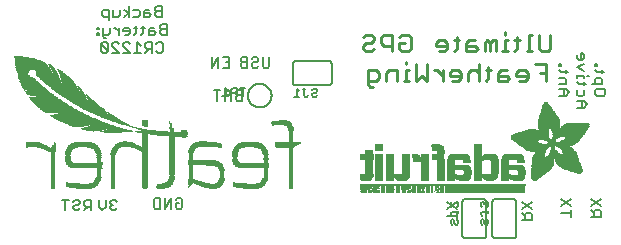
<source format=gbr>
G04 EAGLE Gerber RS-274X export*
G75*
%MOMM*%
%FSLAX34Y34*%
%LPD*%
%INSilkscreen Bottom*%
%IPPOS*%
%AMOC8*
5,1,8,0,0,1.08239X$1,22.5*%
G01*
%ADD10C,0.254000*%
%ADD11C,0.152400*%
%ADD12C,0.203200*%
%ADD13R,0.914400X0.025400*%
%ADD14R,0.508000X0.025400*%
%ADD15R,0.889000X0.025400*%
%ADD16R,0.406400X0.025400*%
%ADD17R,1.320800X0.025400*%
%ADD18R,0.736600X0.025400*%
%ADD19R,0.660400X0.025400*%
%ADD20R,1.346200X0.025400*%
%ADD21R,1.625600X0.025400*%
%ADD22R,0.939800X0.025400*%
%ADD23R,0.025400X0.025400*%
%ADD24R,0.863600X0.025400*%
%ADD25R,0.431800X0.025400*%
%ADD26R,1.600200X0.025400*%
%ADD27R,1.854200X0.025400*%
%ADD28R,1.066800X0.025400*%
%ADD29R,0.050800X0.025400*%
%ADD30R,1.828800X0.025400*%
%ADD31R,2.032000X0.025400*%
%ADD32R,1.219200X0.025400*%
%ADD33R,0.076200X0.025400*%
%ADD34R,0.990600X0.025400*%
%ADD35R,2.057400X0.025400*%
%ADD36R,2.209800X0.025400*%
%ADD37R,2.362200X0.025400*%
%ADD38R,1.447800X0.025400*%
%ADD39R,0.101600X0.025400*%
%ADD40R,1.092200X0.025400*%
%ADD41R,2.489200X0.025400*%
%ADD42R,1.574800X0.025400*%
%ADD43R,0.127000X0.025400*%
%ADD44R,1.143000X0.025400*%
%ADD45R,2.565400X0.025400*%
%ADD46R,1.676400X0.025400*%
%ADD47R,0.152400X0.025400*%
%ADD48R,1.168400X0.025400*%
%ADD49R,2.590800X0.025400*%
%ADD50R,1.752600X0.025400*%
%ADD51R,0.177800X0.025400*%
%ADD52R,1.193800X0.025400*%
%ADD53R,2.616200X0.025400*%
%ADD54R,0.203200X0.025400*%
%ADD55R,2.641600X0.025400*%
%ADD56R,1.930400X0.025400*%
%ADD57R,0.228600X0.025400*%
%ADD58R,1.244600X0.025400*%
%ADD59R,2.667000X0.025400*%
%ADD60R,0.254000X0.025400*%
%ADD61R,2.692400X0.025400*%
%ADD62R,2.108200X0.025400*%
%ADD63R,0.279400X0.025400*%
%ADD64R,2.717800X0.025400*%
%ADD65R,1.041400X0.025400*%
%ADD66R,2.743200X0.025400*%
%ADD67R,2.260600X0.025400*%
%ADD68R,0.304800X0.025400*%
%ADD69R,0.838200X0.025400*%
%ADD70R,0.685800X0.025400*%
%ADD71R,1.270000X0.025400*%
%ADD72R,0.330200X0.025400*%
%ADD73R,0.609600X0.025400*%
%ADD74R,0.355600X0.025400*%
%ADD75R,0.762000X0.025400*%
%ADD76R,0.635000X0.025400*%
%ADD77R,0.584200X0.025400*%
%ADD78R,0.381000X0.025400*%
%ADD79R,0.533400X0.025400*%
%ADD80R,0.558800X0.025400*%
%ADD81R,0.482600X0.025400*%
%ADD82R,1.117600X0.025400*%
%ADD83R,0.457200X0.025400*%
%ADD84R,0.787400X0.025400*%
%ADD85R,0.711200X0.025400*%
%ADD86R,2.413000X0.025400*%
%ADD87R,2.438400X0.025400*%
%ADD88R,2.540000X0.025400*%
%ADD89R,2.794000X0.025400*%
%ADD90R,2.819400X0.025400*%
%ADD91R,2.844800X0.025400*%
%ADD92R,2.870200X0.025400*%
%ADD93R,1.016000X0.025400*%
%ADD94R,2.895600X0.025400*%
%ADD95R,1.422400X0.025400*%
%ADD96R,2.921000X0.025400*%
%ADD97R,1.803400X0.025400*%
%ADD98R,2.946400X0.025400*%
%ADD99R,2.971800X0.025400*%
%ADD100R,2.997200X0.025400*%
%ADD101R,3.022600X0.025400*%
%ADD102R,2.768600X0.025400*%
%ADD103R,2.514600X0.025400*%
%ADD104R,2.336800X0.025400*%
%ADD105R,0.965200X0.025400*%
%ADD106R,0.812800X0.025400*%
%ADD107R,1.651000X0.025400*%
%ADD108R,1.701800X0.025400*%
%ADD109R,1.727200X0.025400*%
%ADD110R,2.159000X0.025400*%
%ADD111R,1.778000X0.025400*%
%ADD112R,2.082800X0.025400*%
%ADD113R,2.463800X0.025400*%
%ADD114R,2.006600X0.025400*%
%ADD115R,1.905000X0.025400*%
%ADD116R,2.286000X0.025400*%
%ADD117R,1.955800X0.025400*%
%ADD118R,2.235200X0.025400*%
%ADD119R,1.524000X0.025400*%
%ADD120R,1.981200X0.025400*%
%ADD121R,2.184400X0.025400*%
%ADD122R,1.473200X0.025400*%
%ADD123R,1.397000X0.025400*%
%ADD124R,2.387600X0.025400*%
%ADD125R,1.879600X0.025400*%
%ADD126R,1.295400X0.025400*%
%ADD127R,1.549400X0.025400*%
%ADD128R,1.371600X0.025400*%
%ADD129R,3.200400X0.025400*%
%ADD130R,3.378200X0.025400*%
%ADD131R,3.835400X0.025400*%
%ADD132R,3.987800X0.025400*%
%ADD133R,4.089400X0.025400*%
%ADD134R,4.216400X0.025400*%
%ADD135R,2.311400X0.025400*%
%ADD136R,3.225800X0.025400*%
%ADD137R,3.479800X0.025400*%
%ADD138R,3.454400X0.025400*%
%ADD139R,1.498600X0.025400*%
%ADD140R,3.429000X0.025400*%
%ADD141R,3.403600X0.025400*%
%ADD142R,3.352800X0.025400*%
%ADD143R,3.327400X0.025400*%
%ADD144R,3.302000X0.025400*%
%ADD145R,3.276600X0.025400*%
%ADD146R,3.251200X0.025400*%
%ADD147R,3.175000X0.025400*%
%ADD148R,2.133600X0.025400*%
%ADD149R,6.839700X0.016800*%
%ADD150R,0.268300X0.016800*%
%ADD151R,0.268200X0.016800*%
%ADD152R,0.251500X0.016800*%
%ADD153R,0.301800X0.016800*%
%ADD154R,0.251400X0.016800*%
%ADD155R,0.285000X0.016800*%
%ADD156R,0.301700X0.016800*%
%ADD157R,0.419100X0.016800*%
%ADD158R,0.318500X0.016800*%
%ADD159R,0.586700X0.016800*%
%ADD160R,0.586800X0.016800*%
%ADD161R,6.839700X0.016700*%
%ADD162R,0.268300X0.016700*%
%ADD163R,0.251400X0.016700*%
%ADD164R,0.251500X0.016700*%
%ADD165R,0.301800X0.016700*%
%ADD166R,0.285000X0.016700*%
%ADD167R,0.301700X0.016700*%
%ADD168R,0.419100X0.016700*%
%ADD169R,0.318500X0.016700*%
%ADD170R,0.586700X0.016700*%
%ADD171R,0.586800X0.016700*%
%ADD172R,0.318600X0.016800*%
%ADD173R,0.569900X0.016800*%
%ADD174R,0.335300X0.016800*%
%ADD175R,0.234700X0.016800*%
%ADD176R,0.234700X0.016700*%
%ADD177R,0.016700X0.016700*%
%ADD178R,0.318600X0.016700*%
%ADD179R,0.569900X0.016700*%
%ADD180R,0.335300X0.016700*%
%ADD181R,0.217900X0.016800*%
%ADD182R,0.033500X0.016800*%
%ADD183R,0.570000X0.016800*%
%ADD184R,0.201100X0.016700*%
%ADD185R,0.050300X0.016700*%
%ADD186R,0.670500X0.016700*%
%ADD187R,1.005800X0.016700*%
%ADD188R,0.570000X0.016700*%
%ADD189R,0.201100X0.016800*%
%ADD190R,0.067000X0.016800*%
%ADD191R,0.670500X0.016800*%
%ADD192R,1.005800X0.016800*%
%ADD193R,0.184400X0.016800*%
%ADD194R,0.989000X0.016800*%
%ADD195R,0.184400X0.016700*%
%ADD196R,0.067000X0.016700*%
%ADD197R,0.989000X0.016700*%
%ADD198R,0.167600X0.016800*%
%ADD199R,0.083800X0.016800*%
%ADD200R,0.637000X0.016800*%
%ADD201R,0.955500X0.016800*%
%ADD202R,0.150800X0.016800*%
%ADD203R,0.100600X0.016800*%
%ADD204R,0.536400X0.016800*%
%ADD205R,0.854900X0.016800*%
%ADD206R,0.150800X0.016700*%
%ADD207R,0.100600X0.016700*%
%ADD208R,0.352000X0.016700*%
%ADD209R,0.435900X0.016700*%
%ADD210R,0.402400X0.016700*%
%ADD211R,0.368800X0.016700*%
%ADD212R,0.134100X0.016800*%
%ADD213R,0.117300X0.016800*%
%ADD214R,0.435900X0.016800*%
%ADD215R,0.368900X0.016800*%
%ADD216R,0.603500X0.016800*%
%ADD217R,0.134100X0.016700*%
%ADD218R,0.117300X0.016700*%
%ADD219R,0.452600X0.016700*%
%ADD220R,0.620300X0.016700*%
%ADD221R,0.284900X0.016800*%
%ADD222R,0.486200X0.016800*%
%ADD223R,0.653800X0.016800*%
%ADD224R,0.804700X0.016800*%
%ADD225R,0.150900X0.016700*%
%ADD226R,0.268200X0.016700*%
%ADD227R,0.737600X0.016700*%
%ADD228R,0.603500X0.016700*%
%ADD229R,0.922000X0.016700*%
%ADD230R,0.150900X0.016800*%
%ADD231R,0.821400X0.016800*%
%ADD232R,0.972300X0.016800*%
%ADD233R,0.989100X0.016800*%
%ADD234R,0.083800X0.016700*%
%ADD235R,0.167600X0.016700*%
%ADD236R,0.821400X0.016700*%
%ADD237R,0.989100X0.016700*%
%ADD238R,0.201200X0.016700*%
%ADD239R,0.050300X0.016800*%
%ADD240R,0.201200X0.016800*%
%ADD241R,0.217900X0.016700*%
%ADD242R,0.284900X0.016700*%
%ADD243R,0.352100X0.016800*%
%ADD244R,0.620300X0.016800*%
%ADD245R,0.385600X0.016800*%
%ADD246R,0.335200X0.016800*%
%ADD247R,0.385600X0.016700*%
%ADD248R,0.687400X0.016700*%
%ADD249R,13.998000X0.016800*%
%ADD250R,13.998000X0.016700*%
%ADD251R,0.637000X0.016700*%
%ADD252R,0.486100X0.016700*%
%ADD253R,0.637100X0.016700*%
%ADD254R,0.519700X0.016700*%
%ADD255R,0.536500X0.016700*%
%ADD256R,0.787900X0.016800*%
%ADD257R,0.687400X0.016800*%
%ADD258R,0.771200X0.016800*%
%ADD259R,0.637100X0.016800*%
%ADD260R,0.720800X0.016800*%
%ADD261R,0.704100X0.016800*%
%ADD262R,0.754400X0.016800*%
%ADD263R,0.838200X0.016700*%
%ADD264R,0.871800X0.016700*%
%ADD265R,0.871700X0.016700*%
%ADD266R,0.402400X0.016800*%
%ADD267R,0.922100X0.016800*%
%ADD268R,0.938800X0.016800*%
%ADD269R,0.938800X0.016700*%
%ADD270R,1.022600X0.016700*%
%ADD271R,0.972400X0.016700*%
%ADD272R,0.972300X0.016700*%
%ADD273R,0.469400X0.016800*%
%ADD274R,1.072900X0.016800*%
%ADD275R,1.022600X0.016800*%
%ADD276R,1.005900X0.016800*%
%ADD277R,0.502900X0.016800*%
%ADD278R,1.123200X0.016800*%
%ADD279R,1.056200X0.016800*%
%ADD280R,1.123100X0.016800*%
%ADD281R,1.139900X0.016700*%
%ADD282R,1.089600X0.016700*%
%ADD283R,0.553200X0.016800*%
%ADD284R,1.190200X0.016800*%
%ADD285R,1.190300X0.016800*%
%ADD286R,1.039400X0.016800*%
%ADD287R,1.223700X0.016800*%
%ADD288R,1.173500X0.016800*%
%ADD289R,1.223800X0.016800*%
%ADD290R,1.240500X0.016700*%
%ADD291R,1.173500X0.016700*%
%ADD292R,1.240600X0.016700*%
%ADD293R,1.190300X0.016700*%
%ADD294R,1.056200X0.016700*%
%ADD295R,1.274100X0.016800*%
%ADD296R,1.274000X0.016800*%
%ADD297R,1.307600X0.016800*%
%ADD298R,1.257300X0.016800*%
%ADD299R,1.324400X0.016800*%
%ADD300R,0.687300X0.016700*%
%ADD301R,1.324400X0.016700*%
%ADD302R,1.307500X0.016700*%
%ADD303R,1.274100X0.016700*%
%ADD304R,1.072900X0.016700*%
%ADD305R,2.011600X0.016800*%
%ADD306R,1.324300X0.016800*%
%ADD307R,1.978100X0.016800*%
%ADD308R,2.011600X0.016700*%
%ADD309R,1.357900X0.016700*%
%ADD310R,1.994900X0.016700*%
%ADD311R,1.341200X0.016700*%
%ADD312R,1.089700X0.016700*%
%ADD313R,0.754300X0.016800*%
%ADD314R,1.994900X0.016800*%
%ADD315R,1.995000X0.016800*%
%ADD316R,1.089700X0.016800*%
%ADD317R,0.787900X0.016700*%
%ADD318R,1.995000X0.016700*%
%ADD319R,2.028400X0.016800*%
%ADD320R,2.011700X0.016800*%
%ADD321R,1.106500X0.016800*%
%ADD322R,2.028400X0.016700*%
%ADD323R,2.011700X0.016700*%
%ADD324R,1.106500X0.016700*%
%ADD325R,0.888400X0.016800*%
%ADD326R,0.922000X0.016800*%
%ADD327R,0.938700X0.016700*%
%ADD328R,2.045200X0.016800*%
%ADD329R,0.938700X0.016800*%
%ADD330R,0.670600X0.016700*%
%ADD331R,0.888500X0.016700*%
%ADD332R,2.045200X0.016700*%
%ADD333R,0.888400X0.016700*%
%ADD334R,0.804600X0.016800*%
%ADD335R,2.028500X0.016800*%
%ADD336R,1.056100X0.016700*%
%ADD337R,0.771100X0.016700*%
%ADD338R,0.754300X0.016700*%
%ADD339R,2.028500X0.016700*%
%ADD340R,0.737700X0.016700*%
%ADD341R,1.072800X0.016800*%
%ADD342R,0.871700X0.016800*%
%ADD343R,0.737600X0.016800*%
%ADD344R,0.871800X0.016800*%
%ADD345R,1.089600X0.016800*%
%ADD346R,0.704000X0.016800*%
%ADD347R,0.687300X0.016800*%
%ADD348R,0.670600X0.016800*%
%ADD349R,1.123100X0.016700*%
%ADD350R,0.720800X0.016700*%
%ADD351R,0.653700X0.016700*%
%ADD352R,0.653800X0.016700*%
%ADD353R,1.139900X0.016800*%
%ADD354R,1.173400X0.016800*%
%ADD355R,1.190200X0.016700*%
%ADD356R,1.207000X0.016800*%
%ADD357R,1.240500X0.016800*%
%ADD358R,0.469400X0.016700*%
%ADD359R,1.274000X0.016700*%
%ADD360R,0.519600X0.016800*%
%ADD361R,1.341100X0.016800*%
%ADD362R,0.771200X0.016700*%
%ADD363R,1.374600X0.016700*%
%ADD364R,0.838200X0.016800*%
%ADD365R,1.391400X0.016800*%
%ADD366R,1.424900X0.016800*%
%ADD367R,1.441700X0.016700*%
%ADD368R,1.475200X0.016800*%
%ADD369R,1.491900X0.016700*%
%ADD370R,1.525500X0.016800*%
%ADD371R,1.559000X0.016700*%
%ADD372R,1.575800X0.016800*%
%ADD373R,1.307600X0.016700*%
%ADD374R,1.592500X0.016700*%
%ADD375R,1.374700X0.016800*%
%ADD376R,1.609300X0.016800*%
%ADD377R,1.408200X0.016800*%
%ADD378R,1.626100X0.016800*%
%ADD379R,1.626100X0.016700*%
%ADD380R,1.508800X0.016800*%
%ADD381R,1.659600X0.016800*%
%ADD382R,1.559000X0.016800*%
%ADD383R,1.676400X0.016800*%
%ADD384R,1.575800X0.016700*%
%ADD385R,1.676400X0.016700*%
%ADD386R,1.978100X0.016700*%
%ADD387R,1.693100X0.016800*%
%ADD388R,1.642800X0.016800*%
%ADD389R,1.709900X0.016800*%
%ADD390R,1.961300X0.016800*%
%ADD391R,1.726600X0.016700*%
%ADD392R,1.961300X0.016700*%
%ADD393R,1.693200X0.016800*%
%ADD394R,1.726600X0.016800*%
%ADD395R,1.944600X0.016800*%
%ADD396R,1.726700X0.016700*%
%ADD397R,1.743400X0.016700*%
%ADD398R,1.944600X0.016700*%
%ADD399R,1.726700X0.016800*%
%ADD400R,1.760200X0.016800*%
%ADD401R,1.927800X0.016800*%
%ADD402R,1.911000X0.016800*%
%ADD403R,1.793700X0.016700*%
%ADD404R,1.776900X0.016700*%
%ADD405R,1.911100X0.016700*%
%ADD406R,1.894300X0.016700*%
%ADD407R,1.793800X0.016800*%
%ADD408R,1.776900X0.016800*%
%ADD409R,1.911100X0.016800*%
%ADD410R,1.894300X0.016800*%
%ADD411R,1.827300X0.016800*%
%ADD412R,1.810500X0.016800*%
%ADD413R,1.877500X0.016800*%
%ADD414R,1.844100X0.016700*%
%ADD415R,1.810500X0.016700*%
%ADD416R,1.860800X0.016700*%
%ADD417R,1.844000X0.016700*%
%ADD418R,1.860900X0.016800*%
%ADD419R,1.844000X0.016800*%
%ADD420R,1.827200X0.016800*%
%ADD421R,1.860800X0.016800*%
%ADD422R,1.793700X0.016800*%
%ADD423R,1.877600X0.016700*%
%ADD424R,1.827200X0.016700*%
%ADD425R,1.927800X0.016700*%
%ADD426R,1.927900X0.016800*%
%ADD427R,1.944700X0.016700*%
%ADD428R,1.877500X0.016700*%
%ADD429R,1.961400X0.016800*%
%ADD430R,1.961400X0.016700*%
%ADD431R,1.978200X0.016800*%
%ADD432R,1.911000X0.016700*%
%ADD433R,0.620200X0.016800*%
%ADD434R,1.425000X0.016800*%
%ADD435R,0.620200X0.016700*%
%ADD436R,1.425000X0.016700*%
%ADD437R,0.653700X0.016800*%
%ADD438R,0.704100X0.016700*%
%ADD439R,0.804700X0.016700*%
%ADD440R,0.905200X0.016800*%
%ADD441R,1.894400X0.016800*%
%ADD442R,1.927900X0.016700*%
%ADD443R,1.877600X0.016800*%
%ADD444R,3.889300X0.016800*%
%ADD445R,3.872500X0.016700*%
%ADD446R,3.872500X0.016800*%
%ADD447R,3.855700X0.016700*%
%ADD448R,0.754400X0.016700*%
%ADD449R,3.855700X0.016800*%
%ADD450R,3.839000X0.016800*%
%ADD451R,0.720900X0.016800*%
%ADD452R,3.822200X0.016700*%
%ADD453R,2.715700X0.016800*%
%ADD454R,2.632000X0.016800*%
%ADD455R,1.290800X0.016800*%
%ADD456R,2.615200X0.016700*%
%ADD457R,1.257300X0.016700*%
%ADD458R,2.581700X0.016800*%
%ADD459R,1.240600X0.016800*%
%ADD460R,2.564900X0.016800*%
%ADD461R,1.760300X0.016800*%
%ADD462R,2.531400X0.016700*%
%ADD463R,1.156700X0.016700*%
%ADD464R,2.514600X0.016800*%
%ADD465R,0.955600X0.016800*%
%ADD466R,2.497800X0.016800*%
%ADD467R,1.659700X0.016800*%
%ADD468R,2.464300X0.016700*%
%ADD469R,1.039300X0.016700*%
%ADD470R,2.447500X0.016800*%
%ADD471R,1.592500X0.016800*%
%ADD472R,0.536500X0.016800*%
%ADD473R,2.430800X0.016700*%
%ADD474R,1.559100X0.016700*%
%ADD475R,1.542300X0.016700*%
%ADD476R,0.502900X0.016700*%
%ADD477R,2.414000X0.016800*%
%ADD478R,0.905300X0.016800*%
%ADD479R,1.508700X0.016800*%
%ADD480R,0.888500X0.016800*%
%ADD481R,2.397300X0.016800*%
%ADD482R,1.441700X0.016800*%
%ADD483R,0.452700X0.016800*%
%ADD484R,1.290900X0.016700*%
%ADD485R,1.156700X0.016800*%
%ADD486R,0.855000X0.016800*%
%ADD487R,1.123200X0.016700*%
%ADD488R,0.720900X0.016700*%
%ADD489R,1.106400X0.016800*%
%ADD490R,1.106400X0.016700*%
%ADD491R,0.771100X0.016800*%
%ADD492R,0.435800X0.016700*%
%ADD493R,1.592600X0.016700*%
%ADD494R,0.435800X0.016800*%
%ADD495R,1.642900X0.016800*%
%ADD496R,0.402300X0.016800*%
%ADD497R,1.793800X0.016700*%
%ADD498R,0.368800X0.016800*%
%ADD499R,1.056100X0.016800*%
%ADD500R,1.039400X0.016700*%
%ADD501R,2.078800X0.016800*%
%ADD502R,0.335200X0.016700*%
%ADD503R,2.145800X0.016700*%
%ADD504R,2.162600X0.016800*%
%ADD505R,0.352000X0.016800*%
%ADD506R,2.212800X0.016800*%
%ADD507R,2.279900X0.016700*%
%ADD508R,2.330200X0.016800*%
%ADD509R,2.799500X0.016800*%
%ADD510R,2.816300X0.016700*%
%ADD511R,0.955500X0.016700*%
%ADD512R,2.849900X0.016800*%
%ADD513R,2.916900X0.016800*%
%ADD514R,4.224500X0.016700*%
%ADD515R,4.291600X0.016800*%
%ADD516R,4.409000X0.016800*%
%ADD517R,4.509500X0.016700*%
%ADD518R,4.526300X0.016800*%
%ADD519R,4.626800X0.016700*%
%ADD520R,4.693900X0.016800*%
%ADD521R,4.727400X0.016800*%
%ADD522R,2.548200X0.016700*%
%ADD523R,2.179300X0.016700*%
%ADD524R,2.430800X0.016800*%
%ADD525R,2.414000X0.016700*%
%ADD526R,2.414100X0.016800*%
%ADD527R,2.430700X0.016700*%
%ADD528R,2.447600X0.016700*%
%ADD529R,1.559100X0.016800*%
%ADD530R,1.525500X0.016700*%
%ADD531R,1.492000X0.016800*%
%ADD532R,1.491900X0.016800*%
%ADD533R,1.458500X0.016700*%
%ADD534R,2.061900X0.016800*%
%ADD535R,1.408100X0.016700*%
%ADD536R,0.905200X0.016700*%
%ADD537R,2.112300X0.016700*%
%ADD538R,2.179300X0.016800*%
%ADD539R,1.408200X0.016700*%
%ADD540R,2.212900X0.016700*%
%ADD541R,1.140000X0.016800*%
%ADD542R,3.319300X0.016800*%
%ADD543R,1.374700X0.016700*%
%ADD544R,0.402300X0.016700*%
%ADD545R,3.302500X0.016700*%
%ADD546R,3.285700X0.016800*%
%ADD547R,1.357900X0.016800*%
%ADD548R,3.269000X0.016800*%
%ADD549R,3.285800X0.016700*%
%ADD550R,3.268900X0.016800*%
%ADD551R,0.452700X0.016700*%
%ADD552R,3.268900X0.016700*%
%ADD553R,1.391400X0.016700*%
%ADD554R,3.269000X0.016700*%
%ADD555R,1.374600X0.016800*%
%ADD556R,0.519700X0.016800*%
%ADD557R,3.252200X0.016800*%
%ADD558R,3.235400X0.016800*%
%ADD559R,3.235400X0.016700*%
%ADD560R,3.218600X0.016800*%
%ADD561R,3.201900X0.016800*%
%ADD562R,3.201900X0.016700*%
%ADD563R,1.458500X0.016800*%
%ADD564R,1.525600X0.016800*%
%ADD565R,3.185100X0.016800*%
%ADD566R,2.531300X0.016700*%
%ADD567R,3.168400X0.016700*%
%ADD568R,2.531300X0.016800*%
%ADD569R,3.151600X0.016800*%
%ADD570R,2.548100X0.016800*%
%ADD571R,3.134900X0.016800*%
%ADD572R,2.564900X0.016700*%
%ADD573R,3.118100X0.016700*%
%ADD574R,2.581600X0.016800*%
%ADD575R,3.101400X0.016800*%
%ADD576R,2.598400X0.016700*%
%ADD577R,3.067900X0.016700*%
%ADD578R,2.598400X0.016800*%
%ADD579R,3.034300X0.016800*%
%ADD580R,2.615100X0.016800*%
%ADD581R,3.000800X0.016800*%
%ADD582R,2.631900X0.016700*%
%ADD583R,2.950500X0.016700*%
%ADD584R,2.648700X0.016800*%
%ADD585R,2.900200X0.016800*%
%ADD586R,2.665500X0.016800*%
%ADD587R,2.682200X0.016700*%
%ADD588R,2.799600X0.016700*%
%ADD589R,2.699000X0.016800*%
%ADD590R,2.732500X0.016800*%
%ADD591R,2.749300X0.016700*%
%ADD592R,2.632000X0.016700*%
%ADD593R,2.749300X0.016800*%
%ADD594R,2.766100X0.016700*%
%ADD595R,2.766100X0.016800*%
%ADD596R,2.481100X0.016800*%
%ADD597R,2.782900X0.016800*%
%ADD598R,2.380500X0.016700*%
%ADD599R,2.833100X0.016800*%
%ADD600R,1.592600X0.016800*%
%ADD601R,2.849900X0.016700*%
%ADD602R,2.883400X0.016800*%
%ADD603R,2.917000X0.016700*%
%ADD604R,2.933700X0.016800*%
%ADD605R,2.967200X0.016800*%
%ADD606R,2.967200X0.016700*%
%ADD607R,3.017500X0.016700*%
%ADD608R,3.051000X0.016800*%
%ADD609R,0.788000X0.016800*%
%ADD610R,3.084600X0.016800*%
%ADD611R,2.397300X0.016700*%
%ADD612R,2.397200X0.016800*%
%ADD613R,1.760200X0.016700*%
%ADD614R,2.397200X0.016700*%
%ADD615R,1.827300X0.016700*%
%ADD616R,2.380500X0.016800*%
%ADD617R,2.363700X0.016800*%
%ADD618R,2.363700X0.016700*%
%ADD619R,2.346900X0.016800*%
%ADD620R,2.296600X0.016700*%
%ADD621R,2.279900X0.016800*%
%ADD622R,2.246300X0.016800*%
%ADD623R,2.229600X0.016700*%
%ADD624R,2.129100X0.016800*%
%ADD625R,2.112300X0.016800*%
%ADD626R,1.609300X0.016700*%
%ADD627R,1.743400X0.016800*%
%ADD628R,1.693100X0.016700*%
%ADD629R,1.659700X0.016700*%
%ADD630R,1.575900X0.016800*%
%ADD631R,1.575900X0.016700*%
%ADD632R,1.475200X0.016700*%
%ADD633R,1.324300X0.016700*%
%ADD634R,1.290800X0.016700*%
%ADD635R,1.207000X0.016700*%
%ADD636R,0.854900X0.016700*%
%ADD637R,0.821500X0.016700*%
%ADD638R,0.821500X0.016800*%
%ADD639R,0.218000X0.016800*%


D10*
X458246Y197497D02*
X458246Y185634D01*
X455873Y183261D01*
X451128Y183261D01*
X448755Y185634D01*
X448755Y197497D01*
X442810Y197497D02*
X440437Y197497D01*
X440437Y183261D01*
X442810Y183261D02*
X438064Y183261D01*
X430146Y185634D02*
X430146Y195124D01*
X430146Y185634D02*
X427774Y183261D01*
X427774Y192752D02*
X432519Y192752D01*
X422228Y192752D02*
X419856Y192752D01*
X419856Y183261D01*
X422228Y183261D02*
X417483Y183261D01*
X419856Y197497D02*
X419856Y199870D01*
X411938Y192752D02*
X411938Y183261D01*
X411938Y192752D02*
X409565Y192752D01*
X407192Y190379D01*
X407192Y183261D01*
X407192Y190379D02*
X404820Y192752D01*
X402447Y190379D01*
X402447Y183261D01*
X394129Y192752D02*
X389383Y192752D01*
X387011Y190379D01*
X387011Y183261D01*
X394129Y183261D01*
X396502Y185634D01*
X394129Y188006D01*
X387011Y188006D01*
X378693Y185634D02*
X378693Y195124D01*
X378693Y185634D02*
X376320Y183261D01*
X376320Y192752D02*
X381065Y192752D01*
X368402Y183261D02*
X363657Y183261D01*
X368402Y183261D02*
X370775Y185634D01*
X370775Y190379D01*
X368402Y192752D01*
X363657Y192752D01*
X361284Y190379D01*
X361284Y188006D01*
X370775Y188006D01*
X332785Y197497D02*
X330412Y195124D01*
X332785Y197497D02*
X337530Y197497D01*
X339903Y195124D01*
X339903Y185634D01*
X337530Y183261D01*
X332785Y183261D01*
X330412Y185634D01*
X330412Y190379D01*
X335157Y190379D01*
X324467Y183261D02*
X324467Y197497D01*
X317349Y197497D01*
X314976Y195124D01*
X314976Y190379D01*
X317349Y188006D01*
X324467Y188006D01*
X301912Y197497D02*
X299540Y195124D01*
X301912Y197497D02*
X306658Y197497D01*
X309031Y195124D01*
X309031Y192752D01*
X306658Y190379D01*
X301912Y190379D01*
X299540Y188006D01*
X299540Y185634D01*
X301912Y183261D01*
X306658Y183261D01*
X309031Y185634D01*
X454387Y172351D02*
X454387Y158115D01*
X454387Y172351D02*
X444896Y172351D01*
X449641Y165233D02*
X454387Y165233D01*
X436578Y158115D02*
X431833Y158115D01*
X436578Y158115D02*
X438951Y160488D01*
X438951Y165233D01*
X436578Y167606D01*
X431833Y167606D01*
X429460Y165233D01*
X429460Y162860D01*
X438951Y162860D01*
X421142Y167606D02*
X416397Y167606D01*
X414024Y165233D01*
X414024Y158115D01*
X421142Y158115D01*
X423515Y160488D01*
X421142Y162860D01*
X414024Y162860D01*
X405706Y160488D02*
X405706Y169978D01*
X405706Y160488D02*
X403333Y158115D01*
X403333Y167606D02*
X408079Y167606D01*
X397788Y172351D02*
X397788Y158115D01*
X397788Y165233D02*
X395415Y167606D01*
X390670Y167606D01*
X388297Y165233D01*
X388297Y158115D01*
X379979Y158115D02*
X375234Y158115D01*
X379979Y158115D02*
X382352Y160488D01*
X382352Y165233D01*
X379979Y167606D01*
X375234Y167606D01*
X372861Y165233D01*
X372861Y162860D01*
X382352Y162860D01*
X366916Y158115D02*
X366916Y167606D01*
X366916Y162860D02*
X362170Y167606D01*
X359798Y167606D01*
X354052Y172351D02*
X354052Y158115D01*
X349307Y162860D01*
X344562Y158115D01*
X344562Y172351D01*
X338616Y167606D02*
X336244Y167606D01*
X336244Y158115D01*
X338616Y158115D02*
X333871Y158115D01*
X336244Y172351D02*
X336244Y174724D01*
X328326Y167606D02*
X328326Y158115D01*
X328326Y167606D02*
X321208Y167606D01*
X318835Y165233D01*
X318835Y158115D01*
X308144Y153370D02*
X305771Y153370D01*
X303399Y155742D01*
X303399Y167606D01*
X310517Y167606D01*
X312890Y165233D01*
X312890Y160488D01*
X310517Y158115D01*
X303399Y158115D01*
D11*
X433832Y40937D02*
X442475Y40937D01*
X442475Y45259D01*
X441035Y46699D01*
X438154Y46699D01*
X436713Y45259D01*
X436713Y40937D01*
X436713Y43818D02*
X433832Y46699D01*
X433832Y56054D02*
X442475Y50292D01*
X442475Y56054D02*
X433832Y50292D01*
X378975Y43818D02*
X370332Y43818D01*
X378975Y40937D02*
X378975Y46699D01*
X378975Y50292D02*
X370332Y56054D01*
X370332Y50292D02*
X378975Y56054D01*
X142299Y58935D02*
X140859Y57495D01*
X142299Y58935D02*
X145180Y58935D01*
X146621Y57495D01*
X146621Y51733D01*
X145180Y50292D01*
X142299Y50292D01*
X140859Y51733D01*
X140859Y54614D01*
X143740Y54614D01*
X137266Y58935D02*
X137266Y50292D01*
X131503Y50292D02*
X137266Y58935D01*
X131503Y58935D02*
X131503Y50292D01*
X127910Y50292D02*
X127910Y58935D01*
X127910Y50292D02*
X123589Y50292D01*
X122148Y51733D01*
X122148Y57495D01*
X123589Y58935D01*
X127910Y58935D01*
X69151Y57665D02*
X69151Y49022D01*
X69151Y57665D02*
X64829Y57665D01*
X63389Y56225D01*
X63389Y53344D01*
X64829Y51903D01*
X69151Y51903D01*
X66270Y51903D02*
X63389Y49022D01*
X55474Y57665D02*
X54033Y56225D01*
X55474Y57665D02*
X58355Y57665D01*
X59796Y56225D01*
X59796Y54784D01*
X58355Y53344D01*
X55474Y53344D01*
X54033Y51903D01*
X54033Y50463D01*
X55474Y49022D01*
X58355Y49022D01*
X59796Y50463D01*
X47559Y49022D02*
X47559Y57665D01*
X50440Y57665D02*
X44678Y57665D01*
X89703Y57665D02*
X91143Y56225D01*
X89703Y57665D02*
X86822Y57665D01*
X85381Y56225D01*
X85381Y54784D01*
X86822Y53344D01*
X88262Y53344D01*
X86822Y53344D02*
X85381Y51903D01*
X85381Y50463D01*
X86822Y49022D01*
X89703Y49022D01*
X91143Y50463D01*
X81788Y51903D02*
X81788Y57665D01*
X81788Y51903D02*
X78907Y49022D01*
X76026Y51903D01*
X76026Y57665D01*
X180631Y178315D02*
X186393Y178315D01*
X186393Y169672D01*
X180631Y169672D01*
X183512Y173994D02*
X186393Y173994D01*
X177038Y178315D02*
X177038Y169672D01*
X171276Y169672D02*
X177038Y178315D01*
X171276Y178315D02*
X171276Y169672D01*
X220281Y171113D02*
X220281Y178315D01*
X220281Y171113D02*
X218840Y169672D01*
X215959Y169672D01*
X214519Y171113D01*
X214519Y178315D01*
X206604Y178315D02*
X205163Y176875D01*
X206604Y178315D02*
X209485Y178315D01*
X210926Y176875D01*
X210926Y175434D01*
X209485Y173994D01*
X206604Y173994D01*
X205163Y172553D01*
X205163Y171113D01*
X206604Y169672D01*
X209485Y169672D01*
X210926Y171113D01*
X201570Y169672D02*
X201570Y178315D01*
X197249Y178315D01*
X195808Y176875D01*
X195808Y175434D01*
X197249Y173994D01*
X195808Y172553D01*
X195808Y171113D01*
X197249Y169672D01*
X201570Y169672D01*
X201570Y173994D02*
X197249Y173994D01*
X492252Y43477D02*
X500895Y43477D01*
X500895Y47799D01*
X499455Y49239D01*
X496574Y49239D01*
X495133Y47799D01*
X495133Y43477D01*
X495133Y46358D02*
X492252Y49239D01*
X492252Y58594D02*
X500895Y52832D01*
X500895Y58594D02*
X492252Y52832D01*
X475495Y46358D02*
X466852Y46358D01*
X475495Y43477D02*
X475495Y49239D01*
X475495Y52832D02*
X466852Y58594D01*
X466852Y52832D02*
X475495Y58594D01*
X504705Y147410D02*
X504705Y150291D01*
X504705Y147410D02*
X503265Y145970D01*
X497503Y145970D01*
X496062Y147410D01*
X496062Y150291D01*
X497503Y151732D01*
X503265Y151732D01*
X504705Y150291D01*
X501824Y155325D02*
X493181Y155325D01*
X501824Y155325D02*
X501824Y159646D01*
X500384Y161087D01*
X497503Y161087D01*
X496062Y159646D01*
X496062Y155325D01*
X497503Y166121D02*
X503265Y166121D01*
X497503Y166121D02*
X496062Y167561D01*
X501824Y167561D02*
X501824Y164680D01*
X497503Y170917D02*
X496062Y170917D01*
X497503Y170917D02*
X497503Y172357D01*
X496062Y172357D01*
X496062Y170917D01*
X486584Y135835D02*
X480822Y135835D01*
X486584Y135835D02*
X489465Y138716D01*
X486584Y141597D01*
X480822Y141597D01*
X485144Y141597D02*
X485144Y135835D01*
X486584Y146631D02*
X486584Y150952D01*
X486584Y146631D02*
X485144Y145190D01*
X482263Y145190D01*
X480822Y146631D01*
X480822Y150952D01*
X482263Y155986D02*
X488025Y155986D01*
X482263Y155986D02*
X480822Y157426D01*
X486584Y157426D02*
X486584Y154545D01*
X486584Y160782D02*
X486584Y162223D01*
X480822Y162223D01*
X480822Y163663D02*
X480822Y160782D01*
X489465Y162223D02*
X490906Y162223D01*
X486584Y167019D02*
X480822Y169900D01*
X486584Y172781D01*
X480822Y177815D02*
X480822Y180696D01*
X480822Y177815D02*
X482263Y176374D01*
X485144Y176374D01*
X486584Y177815D01*
X486584Y180696D01*
X485144Y182136D01*
X483703Y182136D01*
X483703Y176374D01*
X471344Y145970D02*
X465582Y145970D01*
X471344Y145970D02*
X474225Y148851D01*
X471344Y151732D01*
X465582Y151732D01*
X469904Y151732D02*
X469904Y145970D01*
X471344Y155325D02*
X465582Y155325D01*
X471344Y155325D02*
X471344Y159646D01*
X469904Y161087D01*
X465582Y161087D01*
X467023Y166121D02*
X472785Y166121D01*
X467023Y166121D02*
X465582Y167561D01*
X471344Y167561D02*
X471344Y164680D01*
X467023Y170917D02*
X465582Y170917D01*
X467023Y170917D02*
X467023Y172357D01*
X465582Y172357D01*
X465582Y170917D01*
X129394Y212852D02*
X129394Y221495D01*
X125072Y221495D01*
X123632Y220055D01*
X123632Y218614D01*
X125072Y217174D01*
X123632Y215733D01*
X123632Y214293D01*
X125072Y212852D01*
X129394Y212852D01*
X129394Y217174D02*
X125072Y217174D01*
X118598Y218614D02*
X115717Y218614D01*
X114277Y217174D01*
X114277Y212852D01*
X118598Y212852D01*
X120039Y214293D01*
X118598Y215733D01*
X114277Y215733D01*
X109243Y218614D02*
X104921Y218614D01*
X109243Y218614D02*
X110684Y217174D01*
X110684Y214293D01*
X109243Y212852D01*
X104921Y212852D01*
X101328Y212852D02*
X101328Y221495D01*
X101328Y215733D02*
X97007Y212852D01*
X101328Y215733D02*
X97007Y218614D01*
X93532Y218614D02*
X93532Y214293D01*
X92092Y212852D01*
X87770Y212852D01*
X87770Y218614D01*
X84177Y218614D02*
X84177Y209971D01*
X84177Y218614D02*
X79856Y218614D01*
X78415Y217174D01*
X78415Y214293D01*
X79856Y212852D01*
X84177Y212852D01*
X133292Y206255D02*
X133292Y197612D01*
X133292Y206255D02*
X128970Y206255D01*
X127530Y204815D01*
X127530Y203374D01*
X128970Y201934D01*
X127530Y200493D01*
X127530Y199053D01*
X128970Y197612D01*
X133292Y197612D01*
X133292Y201934D02*
X128970Y201934D01*
X122496Y203374D02*
X119615Y203374D01*
X118175Y201934D01*
X118175Y197612D01*
X122496Y197612D01*
X123937Y199053D01*
X122496Y200493D01*
X118175Y200493D01*
X113141Y199053D02*
X113141Y204815D01*
X113141Y199053D02*
X111700Y197612D01*
X111700Y203374D02*
X114582Y203374D01*
X106904Y204815D02*
X106904Y199053D01*
X105464Y197612D01*
X105464Y203374D02*
X108345Y203374D01*
X100667Y197612D02*
X97786Y197612D01*
X100667Y197612D02*
X102108Y199053D01*
X102108Y201934D01*
X100667Y203374D01*
X97786Y203374D01*
X96346Y201934D01*
X96346Y200493D01*
X102108Y200493D01*
X92753Y197612D02*
X92753Y203374D01*
X92753Y200493D02*
X89872Y203374D01*
X88431Y203374D01*
X84957Y203374D02*
X84957Y199053D01*
X83516Y197612D01*
X79195Y197612D01*
X79195Y196171D02*
X79195Y203374D01*
X79195Y196171D02*
X80635Y194731D01*
X82076Y194731D01*
X75602Y203374D02*
X74161Y203374D01*
X74161Y201934D01*
X75602Y201934D01*
X75602Y203374D01*
X75602Y199053D02*
X74161Y199053D01*
X74161Y197612D01*
X75602Y197612D01*
X75602Y199053D01*
X124411Y189575D02*
X125852Y191015D01*
X128733Y191015D01*
X130174Y189575D01*
X130174Y183813D01*
X128733Y182372D01*
X125852Y182372D01*
X124411Y183813D01*
X120818Y182372D02*
X120818Y191015D01*
X116497Y191015D01*
X115056Y189575D01*
X115056Y186694D01*
X116497Y185253D01*
X120818Y185253D01*
X117937Y185253D02*
X115056Y182372D01*
X111463Y188134D02*
X108582Y191015D01*
X108582Y182372D01*
X111463Y182372D02*
X105701Y182372D01*
X102108Y182372D02*
X96346Y182372D01*
X102108Y182372D02*
X96346Y188134D01*
X96346Y189575D01*
X97786Y191015D01*
X100667Y191015D01*
X102108Y189575D01*
X92753Y182372D02*
X86991Y182372D01*
X92753Y182372D02*
X86991Y188134D01*
X86991Y189575D01*
X88431Y191015D01*
X91312Y191015D01*
X92753Y189575D01*
X83398Y189575D02*
X83398Y183813D01*
X83398Y189575D02*
X81957Y191015D01*
X79076Y191015D01*
X77635Y189575D01*
X77635Y183813D01*
X79076Y182372D01*
X81957Y182372D01*
X83398Y183813D01*
X77635Y189575D01*
X197421Y150375D02*
X197421Y141732D01*
X197421Y150375D02*
X193099Y150375D01*
X191659Y148935D01*
X191659Y147494D01*
X193099Y146054D01*
X191659Y144613D01*
X191659Y143173D01*
X193099Y141732D01*
X197421Y141732D01*
X197421Y146054D02*
X193099Y146054D01*
X188066Y147494D02*
X188066Y141732D01*
X188066Y147494D02*
X185184Y150375D01*
X182303Y147494D01*
X182303Y141732D01*
X182303Y146054D02*
X188066Y146054D01*
X175829Y141732D02*
X175829Y150375D01*
X178710Y150375D02*
X172948Y150375D01*
D12*
X242570Y175260D02*
X270510Y175260D01*
X273050Y157480D02*
X273048Y157380D01*
X273042Y157281D01*
X273032Y157181D01*
X273019Y157083D01*
X273001Y156984D01*
X272980Y156887D01*
X272955Y156791D01*
X272926Y156695D01*
X272893Y156601D01*
X272857Y156508D01*
X272817Y156417D01*
X272773Y156327D01*
X272726Y156239D01*
X272676Y156153D01*
X272622Y156069D01*
X272565Y155987D01*
X272505Y155908D01*
X272441Y155830D01*
X272375Y155756D01*
X272306Y155684D01*
X272234Y155615D01*
X272160Y155549D01*
X272082Y155485D01*
X272003Y155425D01*
X271921Y155368D01*
X271837Y155314D01*
X271751Y155264D01*
X271663Y155217D01*
X271573Y155173D01*
X271482Y155133D01*
X271389Y155097D01*
X271295Y155064D01*
X271199Y155035D01*
X271103Y155010D01*
X271006Y154989D01*
X270907Y154971D01*
X270809Y154958D01*
X270709Y154948D01*
X270610Y154942D01*
X270510Y154940D01*
X242570Y154940D02*
X242470Y154942D01*
X242371Y154948D01*
X242271Y154958D01*
X242173Y154971D01*
X242074Y154989D01*
X241977Y155010D01*
X241881Y155035D01*
X241785Y155064D01*
X241691Y155097D01*
X241598Y155133D01*
X241507Y155173D01*
X241417Y155217D01*
X241329Y155264D01*
X241243Y155314D01*
X241159Y155368D01*
X241077Y155425D01*
X240998Y155485D01*
X240920Y155549D01*
X240846Y155615D01*
X240774Y155684D01*
X240705Y155756D01*
X240639Y155830D01*
X240575Y155908D01*
X240515Y155987D01*
X240458Y156069D01*
X240404Y156153D01*
X240354Y156239D01*
X240307Y156327D01*
X240263Y156417D01*
X240223Y156508D01*
X240187Y156601D01*
X240154Y156695D01*
X240125Y156791D01*
X240100Y156887D01*
X240079Y156984D01*
X240061Y157083D01*
X240048Y157181D01*
X240038Y157281D01*
X240032Y157380D01*
X240030Y157480D01*
X240030Y172720D02*
X240032Y172820D01*
X240038Y172919D01*
X240048Y173019D01*
X240061Y173117D01*
X240079Y173216D01*
X240100Y173313D01*
X240125Y173409D01*
X240154Y173505D01*
X240187Y173599D01*
X240223Y173692D01*
X240263Y173783D01*
X240307Y173873D01*
X240354Y173961D01*
X240404Y174047D01*
X240458Y174131D01*
X240515Y174213D01*
X240575Y174292D01*
X240639Y174370D01*
X240705Y174444D01*
X240774Y174516D01*
X240846Y174585D01*
X240920Y174651D01*
X240998Y174715D01*
X241077Y174775D01*
X241159Y174832D01*
X241243Y174886D01*
X241329Y174936D01*
X241417Y174983D01*
X241507Y175027D01*
X241598Y175067D01*
X241691Y175103D01*
X241785Y175136D01*
X241881Y175165D01*
X241977Y175190D01*
X242074Y175211D01*
X242173Y175229D01*
X242271Y175242D01*
X242371Y175252D01*
X242470Y175258D01*
X242570Y175260D01*
X270510Y175260D02*
X270610Y175258D01*
X270709Y175252D01*
X270809Y175242D01*
X270907Y175229D01*
X271006Y175211D01*
X271103Y175190D01*
X271199Y175165D01*
X271295Y175136D01*
X271389Y175103D01*
X271482Y175067D01*
X271573Y175027D01*
X271663Y174983D01*
X271751Y174936D01*
X271837Y174886D01*
X271921Y174832D01*
X272003Y174775D01*
X272082Y174715D01*
X272160Y174651D01*
X272234Y174585D01*
X272306Y174516D01*
X272375Y174444D01*
X272441Y174370D01*
X272505Y174292D01*
X272565Y174213D01*
X272622Y174131D01*
X272676Y174047D01*
X272726Y173961D01*
X272773Y173873D01*
X272817Y173783D01*
X272857Y173692D01*
X272893Y173599D01*
X272926Y173505D01*
X272955Y173409D01*
X272980Y173313D01*
X273001Y173216D01*
X273019Y173117D01*
X273032Y173019D01*
X273042Y172919D01*
X273048Y172820D01*
X273050Y172720D01*
X273050Y157480D01*
X240030Y157480D02*
X240030Y172720D01*
X242570Y154940D02*
X270510Y154940D01*
D11*
X257146Y151644D02*
X256044Y150542D01*
X257146Y151644D02*
X259349Y151644D01*
X260450Y150542D01*
X260450Y149440D01*
X259349Y148339D01*
X257146Y148339D01*
X256044Y147237D01*
X256044Y146136D01*
X257146Y145034D01*
X259349Y145034D01*
X260450Y146136D01*
X252966Y146136D02*
X251865Y145034D01*
X250763Y145034D01*
X249662Y146136D01*
X249662Y151644D01*
X250763Y151644D02*
X248560Y151644D01*
X245482Y149440D02*
X243279Y151644D01*
X243279Y145034D01*
X245482Y145034D02*
X241076Y145034D01*
D12*
X403860Y55880D02*
X403860Y27940D01*
X386080Y25400D02*
X385980Y25402D01*
X385881Y25408D01*
X385781Y25418D01*
X385683Y25431D01*
X385584Y25449D01*
X385487Y25470D01*
X385391Y25495D01*
X385295Y25524D01*
X385201Y25557D01*
X385108Y25593D01*
X385017Y25633D01*
X384927Y25677D01*
X384839Y25724D01*
X384753Y25774D01*
X384669Y25828D01*
X384587Y25885D01*
X384508Y25945D01*
X384430Y26009D01*
X384356Y26075D01*
X384284Y26144D01*
X384215Y26216D01*
X384149Y26290D01*
X384085Y26368D01*
X384025Y26447D01*
X383968Y26529D01*
X383914Y26613D01*
X383864Y26699D01*
X383817Y26787D01*
X383773Y26877D01*
X383733Y26968D01*
X383697Y27061D01*
X383664Y27155D01*
X383635Y27251D01*
X383610Y27347D01*
X383589Y27444D01*
X383571Y27543D01*
X383558Y27641D01*
X383548Y27741D01*
X383542Y27840D01*
X383540Y27940D01*
X383540Y55880D02*
X383542Y55980D01*
X383548Y56079D01*
X383558Y56179D01*
X383571Y56277D01*
X383589Y56376D01*
X383610Y56473D01*
X383635Y56569D01*
X383664Y56665D01*
X383697Y56759D01*
X383733Y56852D01*
X383773Y56943D01*
X383817Y57033D01*
X383864Y57121D01*
X383914Y57207D01*
X383968Y57291D01*
X384025Y57373D01*
X384085Y57452D01*
X384149Y57530D01*
X384215Y57604D01*
X384284Y57676D01*
X384356Y57745D01*
X384430Y57811D01*
X384508Y57875D01*
X384587Y57935D01*
X384669Y57992D01*
X384753Y58046D01*
X384839Y58096D01*
X384927Y58143D01*
X385017Y58187D01*
X385108Y58227D01*
X385201Y58263D01*
X385295Y58296D01*
X385391Y58325D01*
X385487Y58350D01*
X385584Y58371D01*
X385683Y58389D01*
X385781Y58402D01*
X385881Y58412D01*
X385980Y58418D01*
X386080Y58420D01*
X401320Y58420D02*
X401420Y58418D01*
X401519Y58412D01*
X401619Y58402D01*
X401717Y58389D01*
X401816Y58371D01*
X401913Y58350D01*
X402009Y58325D01*
X402105Y58296D01*
X402199Y58263D01*
X402292Y58227D01*
X402383Y58187D01*
X402473Y58143D01*
X402561Y58096D01*
X402647Y58046D01*
X402731Y57992D01*
X402813Y57935D01*
X402892Y57875D01*
X402970Y57811D01*
X403044Y57745D01*
X403116Y57676D01*
X403185Y57604D01*
X403251Y57530D01*
X403315Y57452D01*
X403375Y57373D01*
X403432Y57291D01*
X403486Y57207D01*
X403536Y57121D01*
X403583Y57033D01*
X403627Y56943D01*
X403667Y56852D01*
X403703Y56759D01*
X403736Y56665D01*
X403765Y56569D01*
X403790Y56473D01*
X403811Y56376D01*
X403829Y56277D01*
X403842Y56179D01*
X403852Y56079D01*
X403858Y55980D01*
X403860Y55880D01*
X403860Y27940D02*
X403858Y27840D01*
X403852Y27741D01*
X403842Y27641D01*
X403829Y27543D01*
X403811Y27444D01*
X403790Y27347D01*
X403765Y27251D01*
X403736Y27155D01*
X403703Y27061D01*
X403667Y26968D01*
X403627Y26877D01*
X403583Y26787D01*
X403536Y26699D01*
X403486Y26613D01*
X403432Y26529D01*
X403375Y26447D01*
X403315Y26368D01*
X403251Y26290D01*
X403185Y26216D01*
X403116Y26144D01*
X403044Y26075D01*
X402970Y26009D01*
X402892Y25945D01*
X402813Y25885D01*
X402731Y25828D01*
X402647Y25774D01*
X402561Y25724D01*
X402473Y25677D01*
X402383Y25633D01*
X402292Y25593D01*
X402199Y25557D01*
X402105Y25524D01*
X402009Y25495D01*
X401913Y25470D01*
X401816Y25449D01*
X401717Y25431D01*
X401619Y25418D01*
X401519Y25408D01*
X401420Y25402D01*
X401320Y25400D01*
X386080Y25400D01*
X386080Y58420D02*
X401320Y58420D01*
X383540Y55880D02*
X383540Y27940D01*
D11*
X380244Y40034D02*
X379142Y41136D01*
X380244Y40034D02*
X380244Y37831D01*
X379142Y36730D01*
X378040Y36730D01*
X376939Y37831D01*
X376939Y40034D01*
X375837Y41136D01*
X374736Y41136D01*
X373634Y40034D01*
X373634Y37831D01*
X374736Y36730D01*
X374736Y44214D02*
X373634Y45315D01*
X373634Y46417D01*
X374736Y47519D01*
X380244Y47519D01*
X380244Y48620D02*
X380244Y46417D01*
X373634Y51698D02*
X373634Y56104D01*
X373634Y51698D02*
X378040Y56104D01*
X379142Y56104D01*
X380244Y55003D01*
X380244Y52799D01*
X379142Y51698D01*
D12*
X429260Y55880D02*
X429260Y27940D01*
X411480Y25400D02*
X411380Y25402D01*
X411281Y25408D01*
X411181Y25418D01*
X411083Y25431D01*
X410984Y25449D01*
X410887Y25470D01*
X410791Y25495D01*
X410695Y25524D01*
X410601Y25557D01*
X410508Y25593D01*
X410417Y25633D01*
X410327Y25677D01*
X410239Y25724D01*
X410153Y25774D01*
X410069Y25828D01*
X409987Y25885D01*
X409908Y25945D01*
X409830Y26009D01*
X409756Y26075D01*
X409684Y26144D01*
X409615Y26216D01*
X409549Y26290D01*
X409485Y26368D01*
X409425Y26447D01*
X409368Y26529D01*
X409314Y26613D01*
X409264Y26699D01*
X409217Y26787D01*
X409173Y26877D01*
X409133Y26968D01*
X409097Y27061D01*
X409064Y27155D01*
X409035Y27251D01*
X409010Y27347D01*
X408989Y27444D01*
X408971Y27543D01*
X408958Y27641D01*
X408948Y27741D01*
X408942Y27840D01*
X408940Y27940D01*
X408940Y55880D02*
X408942Y55980D01*
X408948Y56079D01*
X408958Y56179D01*
X408971Y56277D01*
X408989Y56376D01*
X409010Y56473D01*
X409035Y56569D01*
X409064Y56665D01*
X409097Y56759D01*
X409133Y56852D01*
X409173Y56943D01*
X409217Y57033D01*
X409264Y57121D01*
X409314Y57207D01*
X409368Y57291D01*
X409425Y57373D01*
X409485Y57452D01*
X409549Y57530D01*
X409615Y57604D01*
X409684Y57676D01*
X409756Y57745D01*
X409830Y57811D01*
X409908Y57875D01*
X409987Y57935D01*
X410069Y57992D01*
X410153Y58046D01*
X410239Y58096D01*
X410327Y58143D01*
X410417Y58187D01*
X410508Y58227D01*
X410601Y58263D01*
X410695Y58296D01*
X410791Y58325D01*
X410887Y58350D01*
X410984Y58371D01*
X411083Y58389D01*
X411181Y58402D01*
X411281Y58412D01*
X411380Y58418D01*
X411480Y58420D01*
X426720Y58420D02*
X426820Y58418D01*
X426919Y58412D01*
X427019Y58402D01*
X427117Y58389D01*
X427216Y58371D01*
X427313Y58350D01*
X427409Y58325D01*
X427505Y58296D01*
X427599Y58263D01*
X427692Y58227D01*
X427783Y58187D01*
X427873Y58143D01*
X427961Y58096D01*
X428047Y58046D01*
X428131Y57992D01*
X428213Y57935D01*
X428292Y57875D01*
X428370Y57811D01*
X428444Y57745D01*
X428516Y57676D01*
X428585Y57604D01*
X428651Y57530D01*
X428715Y57452D01*
X428775Y57373D01*
X428832Y57291D01*
X428886Y57207D01*
X428936Y57121D01*
X428983Y57033D01*
X429027Y56943D01*
X429067Y56852D01*
X429103Y56759D01*
X429136Y56665D01*
X429165Y56569D01*
X429190Y56473D01*
X429211Y56376D01*
X429229Y56277D01*
X429242Y56179D01*
X429252Y56079D01*
X429258Y55980D01*
X429260Y55880D01*
X429260Y27940D02*
X429258Y27840D01*
X429252Y27741D01*
X429242Y27641D01*
X429229Y27543D01*
X429211Y27444D01*
X429190Y27347D01*
X429165Y27251D01*
X429136Y27155D01*
X429103Y27061D01*
X429067Y26968D01*
X429027Y26877D01*
X428983Y26787D01*
X428936Y26699D01*
X428886Y26613D01*
X428832Y26529D01*
X428775Y26447D01*
X428715Y26368D01*
X428651Y26290D01*
X428585Y26216D01*
X428516Y26144D01*
X428444Y26075D01*
X428370Y26009D01*
X428292Y25945D01*
X428213Y25885D01*
X428131Y25828D01*
X428047Y25774D01*
X427961Y25724D01*
X427873Y25677D01*
X427783Y25633D01*
X427692Y25593D01*
X427599Y25557D01*
X427505Y25524D01*
X427409Y25495D01*
X427313Y25470D01*
X427216Y25449D01*
X427117Y25431D01*
X427019Y25418D01*
X426919Y25408D01*
X426820Y25402D01*
X426720Y25400D01*
X411480Y25400D01*
X411480Y58420D02*
X426720Y58420D01*
X408940Y55880D02*
X408940Y27940D01*
D11*
X405644Y40034D02*
X404542Y41136D01*
X405644Y40034D02*
X405644Y37831D01*
X404542Y36730D01*
X403440Y36730D01*
X402339Y37831D01*
X402339Y40034D01*
X401237Y41136D01*
X400136Y41136D01*
X399034Y40034D01*
X399034Y37831D01*
X400136Y36730D01*
X400136Y44214D02*
X399034Y45315D01*
X399034Y46417D01*
X400136Y47519D01*
X405644Y47519D01*
X405644Y48620D02*
X405644Y46417D01*
X404542Y51698D02*
X405644Y52799D01*
X405644Y55003D01*
X404542Y56104D01*
X403440Y56104D01*
X402339Y55003D01*
X402339Y53901D01*
X402339Y55003D02*
X401237Y56104D01*
X400136Y56104D01*
X399034Y55003D01*
X399034Y52799D01*
X400136Y51698D01*
D13*
X205359Y66802D03*
D14*
X172339Y66802D03*
D15*
X64008Y66802D03*
D16*
X238887Y67056D03*
D17*
X204597Y67056D03*
D18*
X172212Y67056D03*
D19*
X128397Y67056D03*
D16*
X114935Y67056D03*
X88011Y67056D03*
D20*
X63246Y67056D03*
D16*
X37211Y67056D03*
X238887Y67310D03*
D21*
X204089Y67310D03*
D22*
X171958Y67310D03*
D23*
X151892Y67310D03*
D24*
X129159Y67310D03*
D25*
X114808Y67310D03*
D16*
X88011Y67310D03*
D26*
X62738Y67310D03*
D16*
X37211Y67310D03*
X238887Y67564D03*
D27*
X203708Y67564D03*
D28*
X171831Y67564D03*
D29*
X152019Y67564D03*
D22*
X129540Y67564D03*
D25*
X114808Y67564D03*
D16*
X88011Y67564D03*
D30*
X62357Y67564D03*
D16*
X37211Y67564D03*
X238887Y67818D03*
D31*
X203327Y67818D03*
D32*
X171577Y67818D03*
D33*
X152146Y67818D03*
D34*
X129794Y67818D03*
D25*
X114808Y67818D03*
D16*
X88011Y67818D03*
D35*
X61976Y67818D03*
D16*
X37211Y67818D03*
X238887Y68072D03*
D36*
X202946Y68072D03*
D20*
X171450Y68072D03*
D33*
X152146Y68072D03*
D28*
X130175Y68072D03*
D25*
X114808Y68072D03*
D16*
X88011Y68072D03*
D36*
X61722Y68072D03*
D16*
X37211Y68072D03*
X238887Y68326D03*
D37*
X202692Y68326D03*
D38*
X171196Y68326D03*
D39*
X152273Y68326D03*
D40*
X130302Y68326D03*
D25*
X114808Y68326D03*
D16*
X88011Y68326D03*
D37*
X61468Y68326D03*
D16*
X37211Y68326D03*
X238887Y68580D03*
D41*
X202565Y68580D03*
D42*
X171069Y68580D03*
D43*
X152400Y68580D03*
D44*
X130556Y68580D03*
D25*
X114808Y68580D03*
D16*
X88011Y68580D03*
D41*
X61087Y68580D03*
D16*
X37211Y68580D03*
X238887Y68834D03*
D45*
X202438Y68834D03*
D46*
X170815Y68834D03*
D47*
X152527Y68834D03*
D48*
X130683Y68834D03*
D25*
X114808Y68834D03*
D16*
X88011Y68834D03*
D45*
X60960Y68834D03*
D16*
X37211Y68834D03*
X238887Y69088D03*
D49*
X202565Y69088D03*
D50*
X170688Y69088D03*
D51*
X152654Y69088D03*
D52*
X130810Y69088D03*
D25*
X114808Y69088D03*
D16*
X88011Y69088D03*
D53*
X61214Y69088D03*
D16*
X37211Y69088D03*
X238887Y69342D03*
D53*
X202692Y69342D03*
D27*
X170434Y69342D03*
D54*
X152781Y69342D03*
D32*
X130937Y69342D03*
D25*
X114808Y69342D03*
D16*
X88011Y69342D03*
D55*
X61341Y69342D03*
D16*
X37211Y69342D03*
X238887Y69596D03*
D55*
X202819Y69596D03*
D56*
X170307Y69596D03*
D57*
X152908Y69596D03*
D58*
X131064Y69596D03*
D25*
X114808Y69596D03*
D16*
X88011Y69596D03*
D59*
X61468Y69596D03*
D16*
X37211Y69596D03*
X238887Y69850D03*
D59*
X202946Y69850D03*
D31*
X170053Y69850D03*
D60*
X153035Y69850D03*
D58*
X131318Y69850D03*
D25*
X114808Y69850D03*
D16*
X88011Y69850D03*
D61*
X61595Y69850D03*
D16*
X37211Y69850D03*
X238887Y70104D03*
D61*
X203073Y70104D03*
D62*
X169926Y70104D03*
D63*
X153162Y70104D03*
D48*
X131953Y70104D03*
D25*
X114808Y70104D03*
D16*
X88011Y70104D03*
D61*
X61595Y70104D03*
D16*
X37211Y70104D03*
X238887Y70358D03*
D64*
X203200Y70358D03*
D36*
X169672Y70358D03*
D63*
X153162Y70358D03*
D65*
X132588Y70358D03*
D25*
X114808Y70358D03*
D16*
X88011Y70358D03*
D64*
X61722Y70358D03*
D16*
X37211Y70358D03*
X238887Y70612D03*
D66*
X203327Y70612D03*
D67*
X169418Y70612D03*
D68*
X153289Y70612D03*
D22*
X133350Y70612D03*
D25*
X114808Y70612D03*
D16*
X88011Y70612D03*
D66*
X61849Y70612D03*
D16*
X37211Y70612D03*
X238887Y70866D03*
D69*
X212852Y70866D03*
D44*
X195326Y70866D03*
D70*
X177546Y70866D03*
D71*
X163957Y70866D03*
D72*
X153416Y70866D03*
D24*
X133985Y70866D03*
D25*
X114808Y70866D03*
D16*
X88011Y70866D03*
D69*
X71628Y70866D03*
D48*
X53975Y70866D03*
D16*
X37211Y70866D03*
X238887Y71120D03*
D70*
X213868Y71120D03*
D73*
X192659Y71120D03*
X177927Y71120D03*
D44*
X162814Y71120D03*
D74*
X153543Y71120D03*
D75*
X134493Y71120D03*
D25*
X114808Y71120D03*
D16*
X88011Y71120D03*
D70*
X72390Y71120D03*
D73*
X51181Y71120D03*
D16*
X37211Y71120D03*
X238887Y71374D03*
D76*
X214376Y71374D03*
D68*
X191135Y71374D03*
D77*
X178308Y71374D03*
D28*
X161925Y71374D03*
D78*
X153670Y71374D03*
D19*
X135255Y71374D03*
D25*
X114808Y71374D03*
D16*
X88011Y71374D03*
D76*
X72898Y71374D03*
D72*
X49784Y71374D03*
D16*
X37211Y71374D03*
X238887Y71628D03*
D77*
X214630Y71628D03*
D39*
X190119Y71628D03*
D79*
X178562Y71628D03*
D34*
X161036Y71628D03*
D16*
X153797Y71628D03*
D73*
X135509Y71628D03*
D25*
X114808Y71628D03*
D16*
X88011Y71628D03*
D77*
X73152Y71628D03*
D39*
X48641Y71628D03*
D16*
X37211Y71628D03*
X238887Y71882D03*
D80*
X215011Y71882D03*
D14*
X178943Y71882D03*
D17*
X158369Y71882D03*
D77*
X135890Y71882D03*
D25*
X114808Y71882D03*
D16*
X88011Y71882D03*
D80*
X73533Y71882D03*
D16*
X37211Y71882D03*
X238887Y72136D03*
D79*
X215138Y72136D03*
D81*
X179070Y72136D03*
D32*
X157861Y72136D03*
D79*
X136144Y72136D03*
D25*
X114808Y72136D03*
D16*
X88011Y72136D03*
D14*
X73787Y72136D03*
D16*
X37211Y72136D03*
X238887Y72390D03*
D79*
X215392Y72390D03*
D81*
X179324Y72390D03*
D82*
X157353Y72390D03*
D79*
X136398Y72390D03*
D25*
X114808Y72390D03*
D16*
X88011Y72390D03*
D14*
X74041Y72390D03*
D16*
X37211Y72390D03*
X238887Y72644D03*
D14*
X215519Y72644D03*
D81*
X179324Y72644D03*
D65*
X156972Y72644D03*
D14*
X136525Y72644D03*
D25*
X114808Y72644D03*
D16*
X88011Y72644D03*
D81*
X74168Y72644D03*
D16*
X37211Y72644D03*
X238887Y72898D03*
D81*
X215646Y72898D03*
D83*
X179451Y72898D03*
D22*
X156464Y72898D03*
D81*
X136652Y72898D03*
D25*
X114808Y72898D03*
D16*
X88011Y72898D03*
D81*
X74422Y72898D03*
D16*
X37211Y72898D03*
X238887Y73152D03*
D81*
X215900Y73152D03*
D83*
X179705Y73152D03*
D24*
X156083Y73152D03*
D81*
X136906Y73152D03*
D25*
X114808Y73152D03*
D16*
X88011Y73152D03*
D83*
X74549Y73152D03*
D16*
X37211Y73152D03*
X238887Y73406D03*
D83*
X216027Y73406D03*
X179705Y73406D03*
D84*
X155702Y73406D03*
D83*
X137033Y73406D03*
D25*
X114808Y73406D03*
D16*
X88011Y73406D03*
D83*
X74549Y73406D03*
D16*
X37211Y73406D03*
X238887Y73660D03*
D25*
X216154Y73660D03*
X179832Y73660D03*
D85*
X155321Y73660D03*
D83*
X137033Y73660D03*
D25*
X114808Y73660D03*
D16*
X88011Y73660D03*
D83*
X74803Y73660D03*
D16*
X37211Y73660D03*
X238887Y73914D03*
D83*
X216281Y73914D03*
D25*
X179832Y73914D03*
D76*
X154940Y73914D03*
D83*
X137287Y73914D03*
D25*
X114808Y73914D03*
D16*
X88011Y73914D03*
D25*
X74930Y73914D03*
D16*
X37211Y73914D03*
X238887Y74168D03*
D25*
X216408Y74168D03*
X180086Y74168D03*
D80*
X154559Y74168D03*
D83*
X137287Y74168D03*
D25*
X114808Y74168D03*
D16*
X88011Y74168D03*
D25*
X74930Y74168D03*
D16*
X37211Y74168D03*
X238887Y74422D03*
D25*
X216408Y74422D03*
X180086Y74422D03*
D81*
X154178Y74422D03*
D25*
X137414Y74422D03*
X114808Y74422D03*
D16*
X88011Y74422D03*
D25*
X75184Y74422D03*
D16*
X37211Y74422D03*
X238887Y74676D03*
D25*
X216662Y74676D03*
X180086Y74676D03*
D16*
X153797Y74676D03*
D25*
X137414Y74676D03*
X114808Y74676D03*
D16*
X88011Y74676D03*
D25*
X75184Y74676D03*
D16*
X37211Y74676D03*
X238887Y74930D03*
D25*
X216662Y74930D03*
X180086Y74930D03*
D16*
X153797Y74930D03*
D83*
X137541Y74930D03*
D25*
X114808Y74930D03*
D16*
X88011Y74930D03*
X75311Y74930D03*
X37211Y74930D03*
X238887Y75184D03*
X216789Y75184D03*
X180213Y75184D03*
X153797Y75184D03*
D25*
X137668Y75184D03*
X114808Y75184D03*
D16*
X88011Y75184D03*
D25*
X75438Y75184D03*
D16*
X37211Y75184D03*
X238887Y75438D03*
X216789Y75438D03*
X180213Y75438D03*
X153797Y75438D03*
D25*
X137668Y75438D03*
X114808Y75438D03*
D16*
X88011Y75438D03*
D25*
X75438Y75438D03*
D16*
X37211Y75438D03*
X238887Y75692D03*
D25*
X216916Y75692D03*
D16*
X180213Y75692D03*
X153797Y75692D03*
D25*
X137668Y75692D03*
X114808Y75692D03*
D16*
X88011Y75692D03*
X75565Y75692D03*
X37211Y75692D03*
X238887Y75946D03*
X217043Y75946D03*
X180213Y75946D03*
X153797Y75946D03*
X137795Y75946D03*
D25*
X114808Y75946D03*
D16*
X88011Y75946D03*
X75565Y75946D03*
X37211Y75946D03*
X238887Y76200D03*
X217043Y76200D03*
X180213Y76200D03*
X153797Y76200D03*
X137795Y76200D03*
D25*
X114808Y76200D03*
D16*
X88011Y76200D03*
X75565Y76200D03*
X37211Y76200D03*
X238887Y76454D03*
X217043Y76454D03*
X180213Y76454D03*
X153797Y76454D03*
D25*
X137922Y76454D03*
X114808Y76454D03*
D16*
X88011Y76454D03*
D25*
X75692Y76454D03*
D16*
X37211Y76454D03*
X238887Y76708D03*
X217043Y76708D03*
X180213Y76708D03*
X153797Y76708D03*
D25*
X137922Y76708D03*
X114808Y76708D03*
D16*
X88011Y76708D03*
X75819Y76708D03*
X37211Y76708D03*
X238887Y76962D03*
X217297Y76962D03*
X180213Y76962D03*
X153797Y76962D03*
D25*
X137922Y76962D03*
X114808Y76962D03*
D16*
X88011Y76962D03*
X75819Y76962D03*
X37211Y76962D03*
X238887Y77216D03*
X217297Y77216D03*
X180213Y77216D03*
X153797Y77216D03*
D25*
X137922Y77216D03*
X114808Y77216D03*
D16*
X88011Y77216D03*
X75819Y77216D03*
X37211Y77216D03*
X238887Y77470D03*
X217297Y77470D03*
X180213Y77470D03*
X153797Y77470D03*
X138049Y77470D03*
D25*
X114808Y77470D03*
D16*
X88011Y77470D03*
X75819Y77470D03*
X37211Y77470D03*
X238887Y77724D03*
X217297Y77724D03*
X180213Y77724D03*
X153797Y77724D03*
X138049Y77724D03*
D25*
X114808Y77724D03*
D16*
X88011Y77724D03*
X76073Y77724D03*
X37211Y77724D03*
X238887Y77978D03*
X217297Y77978D03*
X180213Y77978D03*
X153797Y77978D03*
X138049Y77978D03*
D25*
X114808Y77978D03*
D16*
X88011Y77978D03*
X76073Y77978D03*
X37211Y77978D03*
X238887Y78232D03*
X217297Y78232D03*
X180213Y78232D03*
X153797Y78232D03*
X138049Y78232D03*
D25*
X114808Y78232D03*
D16*
X88011Y78232D03*
X76073Y78232D03*
X37211Y78232D03*
X238887Y78486D03*
X217551Y78486D03*
X180213Y78486D03*
X153797Y78486D03*
X138049Y78486D03*
D25*
X114808Y78486D03*
D16*
X88011Y78486D03*
X76073Y78486D03*
X37211Y78486D03*
X238887Y78740D03*
X217551Y78740D03*
X180213Y78740D03*
X153797Y78740D03*
D25*
X138176Y78740D03*
X114808Y78740D03*
D16*
X88011Y78740D03*
X76073Y78740D03*
X37211Y78740D03*
X238887Y78994D03*
X217551Y78994D03*
X180213Y78994D03*
X153797Y78994D03*
D25*
X138176Y78994D03*
X114808Y78994D03*
D16*
X88011Y78994D03*
X76073Y78994D03*
X37211Y78994D03*
X238887Y79248D03*
X217551Y79248D03*
X180213Y79248D03*
X153797Y79248D03*
D25*
X138176Y79248D03*
X114808Y79248D03*
D16*
X88011Y79248D03*
X76073Y79248D03*
X37211Y79248D03*
X238887Y79502D03*
X217551Y79502D03*
X180213Y79502D03*
X153797Y79502D03*
D25*
X138176Y79502D03*
X114808Y79502D03*
D16*
X88011Y79502D03*
X76073Y79502D03*
X37211Y79502D03*
X238887Y79756D03*
X217551Y79756D03*
X180213Y79756D03*
X153797Y79756D03*
D25*
X138176Y79756D03*
X114808Y79756D03*
D16*
X88011Y79756D03*
X76327Y79756D03*
X37211Y79756D03*
X238887Y80010D03*
X217551Y80010D03*
X180213Y80010D03*
X153797Y80010D03*
D25*
X138176Y80010D03*
X114808Y80010D03*
D16*
X88011Y80010D03*
X76327Y80010D03*
X37211Y80010D03*
X238887Y80264D03*
X217551Y80264D03*
X180213Y80264D03*
X153797Y80264D03*
D25*
X138176Y80264D03*
X114808Y80264D03*
D16*
X88011Y80264D03*
X76327Y80264D03*
X37211Y80264D03*
X238887Y80518D03*
X217551Y80518D03*
X180213Y80518D03*
X153797Y80518D03*
D25*
X138176Y80518D03*
X114808Y80518D03*
D16*
X88011Y80518D03*
X76327Y80518D03*
X37211Y80518D03*
X238887Y80772D03*
X217551Y80772D03*
X180213Y80772D03*
X153797Y80772D03*
D25*
X138176Y80772D03*
X114808Y80772D03*
D16*
X88011Y80772D03*
X76327Y80772D03*
X37211Y80772D03*
X238887Y81026D03*
X217805Y81026D03*
X180213Y81026D03*
X153797Y81026D03*
D25*
X138176Y81026D03*
X114808Y81026D03*
D16*
X88011Y81026D03*
X76327Y81026D03*
X37211Y81026D03*
X238887Y81280D03*
X217805Y81280D03*
X180213Y81280D03*
X153797Y81280D03*
D25*
X138176Y81280D03*
X114808Y81280D03*
D16*
X88011Y81280D03*
X76327Y81280D03*
X37211Y81280D03*
X238887Y81534D03*
X217805Y81534D03*
X180213Y81534D03*
X153797Y81534D03*
D25*
X138176Y81534D03*
X114808Y81534D03*
D16*
X88011Y81534D03*
X76327Y81534D03*
X37211Y81534D03*
X238887Y81788D03*
X217805Y81788D03*
D25*
X180086Y81788D03*
D16*
X153797Y81788D03*
D25*
X138176Y81788D03*
X114808Y81788D03*
D16*
X88011Y81788D03*
X76327Y81788D03*
X37211Y81788D03*
X238887Y82042D03*
X217805Y82042D03*
D25*
X180086Y82042D03*
D16*
X153797Y82042D03*
D25*
X138176Y82042D03*
X114808Y82042D03*
D16*
X88011Y82042D03*
X76327Y82042D03*
X37211Y82042D03*
X238887Y82296D03*
X217805Y82296D03*
D25*
X180086Y82296D03*
D16*
X153797Y82296D03*
D25*
X138176Y82296D03*
X114808Y82296D03*
D16*
X88011Y82296D03*
X76327Y82296D03*
X37211Y82296D03*
X238887Y82550D03*
X217805Y82550D03*
D25*
X180086Y82550D03*
D16*
X153797Y82550D03*
D25*
X138176Y82550D03*
X114808Y82550D03*
D16*
X88011Y82550D03*
X76327Y82550D03*
X37211Y82550D03*
X238887Y82804D03*
X217805Y82804D03*
D83*
X179959Y82804D03*
D16*
X153797Y82804D03*
D25*
X138176Y82804D03*
X114808Y82804D03*
D16*
X88011Y82804D03*
X76327Y82804D03*
X37211Y82804D03*
X238887Y83058D03*
X217805Y83058D03*
D25*
X179832Y83058D03*
D16*
X153797Y83058D03*
D25*
X138176Y83058D03*
X114808Y83058D03*
D16*
X88011Y83058D03*
X76327Y83058D03*
X37211Y83058D03*
X238887Y83312D03*
X217805Y83312D03*
D25*
X179832Y83312D03*
D16*
X153797Y83312D03*
D25*
X138176Y83312D03*
X114808Y83312D03*
D16*
X88011Y83312D03*
X76327Y83312D03*
X37211Y83312D03*
X238887Y83566D03*
X217805Y83566D03*
D83*
X179705Y83566D03*
D16*
X153797Y83566D03*
D25*
X138176Y83566D03*
X114808Y83566D03*
D16*
X88011Y83566D03*
X76327Y83566D03*
X37211Y83566D03*
X238887Y83820D03*
X217805Y83820D03*
D81*
X179578Y83820D03*
D16*
X153797Y83820D03*
D25*
X138176Y83820D03*
X114808Y83820D03*
D16*
X88011Y83820D03*
X76327Y83820D03*
X37211Y83820D03*
X238887Y84074D03*
X217805Y84074D03*
D83*
X179451Y84074D03*
D16*
X153797Y84074D03*
D25*
X138176Y84074D03*
X114808Y84074D03*
D16*
X88011Y84074D03*
D25*
X76454Y84074D03*
D16*
X37211Y84074D03*
X238887Y84328D03*
D86*
X207772Y84328D03*
D81*
X179324Y84328D03*
D16*
X153797Y84328D03*
D25*
X138176Y84328D03*
X114808Y84328D03*
D16*
X88011Y84328D03*
D87*
X66421Y84328D03*
D16*
X37211Y84328D03*
X238887Y84582D03*
D88*
X207137Y84582D03*
D14*
X179197Y84582D03*
D16*
X153797Y84582D03*
D25*
X138176Y84582D03*
X114808Y84582D03*
D16*
X88011Y84582D03*
D88*
X65913Y84582D03*
D16*
X37211Y84582D03*
X238887Y84836D03*
D53*
X206756Y84836D03*
D14*
X178943Y84836D03*
D16*
X153797Y84836D03*
D25*
X138176Y84836D03*
X114808Y84836D03*
D16*
X88011Y84836D03*
D55*
X65405Y84836D03*
D16*
X37211Y84836D03*
X238887Y85090D03*
D61*
X206375Y85090D03*
D79*
X178816Y85090D03*
D16*
X153797Y85090D03*
D25*
X138176Y85090D03*
X114808Y85090D03*
D16*
X88011Y85090D03*
D61*
X65151Y85090D03*
D16*
X37211Y85090D03*
X238887Y85344D03*
D66*
X206121Y85344D03*
D77*
X178562Y85344D03*
D16*
X153797Y85344D03*
D25*
X138176Y85344D03*
X114808Y85344D03*
D16*
X88011Y85344D03*
D66*
X64897Y85344D03*
D16*
X37211Y85344D03*
X238887Y85598D03*
D89*
X205867Y85598D03*
D77*
X178308Y85598D03*
D16*
X153797Y85598D03*
D25*
X138176Y85598D03*
X114808Y85598D03*
D16*
X88011Y85598D03*
D89*
X64643Y85598D03*
D16*
X37211Y85598D03*
X238887Y85852D03*
D90*
X205740Y85852D03*
D19*
X177927Y85852D03*
D16*
X153797Y85852D03*
D25*
X138176Y85852D03*
X114808Y85852D03*
D16*
X88011Y85852D03*
D91*
X64389Y85852D03*
D16*
X37211Y85852D03*
X238887Y86106D03*
D91*
X205613Y86106D03*
D18*
X177292Y86106D03*
D16*
X153797Y86106D03*
D25*
X138176Y86106D03*
X114808Y86106D03*
D16*
X88011Y86106D03*
D92*
X64262Y86106D03*
D16*
X37211Y86106D03*
X238887Y86360D03*
D92*
X205486Y86360D03*
D93*
X175641Y86360D03*
D16*
X153797Y86360D03*
D25*
X138176Y86360D03*
X114808Y86360D03*
D16*
X88011Y86360D03*
D94*
X64135Y86360D03*
D16*
X37211Y86360D03*
X238887Y86614D03*
D94*
X205359Y86614D03*
D95*
X173609Y86614D03*
D16*
X153797Y86614D03*
D25*
X138176Y86614D03*
X114808Y86614D03*
D16*
X88011Y86614D03*
D96*
X64008Y86614D03*
D16*
X37211Y86614D03*
X238887Y86868D03*
D96*
X205232Y86868D03*
D97*
X171450Y86868D03*
D16*
X153797Y86868D03*
D25*
X138176Y86868D03*
X114808Y86868D03*
D16*
X88011Y86868D03*
D98*
X63881Y86868D03*
D16*
X37211Y86868D03*
X238887Y87122D03*
D98*
X205105Y87122D03*
D36*
X169164Y87122D03*
D16*
X153797Y87122D03*
D25*
X138176Y87122D03*
X114808Y87122D03*
D16*
X88011Y87122D03*
D99*
X63754Y87122D03*
D16*
X37211Y87122D03*
X238887Y87376D03*
D99*
X204978Y87376D03*
D91*
X165989Y87376D03*
D25*
X138176Y87376D03*
X114808Y87376D03*
D16*
X88011Y87376D03*
D100*
X63627Y87376D03*
D16*
X37211Y87376D03*
X238887Y87630D03*
D100*
X204851Y87630D03*
D90*
X165862Y87630D03*
D25*
X138176Y87630D03*
X114808Y87630D03*
D16*
X88011Y87630D03*
D100*
X63627Y87630D03*
D16*
X37211Y87630D03*
X238887Y87884D03*
D100*
X204851Y87884D03*
D89*
X165735Y87884D03*
D25*
X138176Y87884D03*
X114808Y87884D03*
D16*
X88011Y87884D03*
D101*
X63500Y87884D03*
D16*
X37211Y87884D03*
X238887Y88138D03*
D101*
X204724Y88138D03*
D102*
X165608Y88138D03*
D25*
X138176Y88138D03*
X114808Y88138D03*
D16*
X88011Y88138D03*
D101*
X63500Y88138D03*
D16*
X37211Y88138D03*
X238887Y88392D03*
X217805Y88392D03*
D19*
X192913Y88392D03*
D64*
X165354Y88392D03*
D25*
X138176Y88392D03*
X114808Y88392D03*
D16*
X88011Y88392D03*
D25*
X76454Y88392D03*
D70*
X51562Y88392D03*
D16*
X37211Y88392D03*
X238887Y88646D03*
X217805Y88646D03*
D77*
X192532Y88646D03*
D61*
X165227Y88646D03*
D25*
X138176Y88646D03*
X114808Y88646D03*
D16*
X88011Y88646D03*
D25*
X76454Y88646D03*
D77*
X51054Y88646D03*
D16*
X37211Y88646D03*
X238887Y88900D03*
X217805Y88900D03*
D80*
X192151Y88900D03*
D59*
X165100Y88900D03*
D25*
X138176Y88900D03*
X114808Y88900D03*
D16*
X88011Y88900D03*
D25*
X76454Y88900D03*
D79*
X50800Y88900D03*
D16*
X37211Y88900D03*
X238887Y89154D03*
X217805Y89154D03*
D14*
X191897Y89154D03*
D53*
X164846Y89154D03*
D25*
X138176Y89154D03*
X114808Y89154D03*
D16*
X88011Y89154D03*
X76327Y89154D03*
D14*
X50419Y89154D03*
D16*
X37211Y89154D03*
X238887Y89408D03*
X217805Y89408D03*
D81*
X191770Y89408D03*
D45*
X164592Y89408D03*
D25*
X138176Y89408D03*
X114808Y89408D03*
D16*
X88011Y89408D03*
X76327Y89408D03*
D81*
X50292Y89408D03*
D16*
X37211Y89408D03*
X238887Y89662D03*
X217805Y89662D03*
D81*
X191516Y89662D03*
D103*
X164338Y89662D03*
D25*
X138176Y89662D03*
X114808Y89662D03*
D16*
X88011Y89662D03*
X76327Y89662D03*
D83*
X50165Y89662D03*
D16*
X37211Y89662D03*
X238887Y89916D03*
X217805Y89916D03*
D83*
X191389Y89916D03*
D87*
X163957Y89916D03*
D25*
X138176Y89916D03*
X114808Y89916D03*
D16*
X88011Y89916D03*
X76327Y89916D03*
D83*
X49911Y89916D03*
D16*
X37211Y89916D03*
X238887Y90170D03*
X217805Y90170D03*
D25*
X191262Y90170D03*
D104*
X163449Y90170D03*
D25*
X138176Y90170D03*
X114808Y90170D03*
D16*
X88011Y90170D03*
X76327Y90170D03*
D83*
X49911Y90170D03*
D16*
X37211Y90170D03*
X238887Y90424D03*
X217805Y90424D03*
D25*
X191262Y90424D03*
D16*
X153797Y90424D03*
D25*
X138176Y90424D03*
X114808Y90424D03*
D16*
X88011Y90424D03*
X76327Y90424D03*
D25*
X49784Y90424D03*
D16*
X37211Y90424D03*
X238887Y90678D03*
X217805Y90678D03*
D25*
X191008Y90678D03*
D16*
X153797Y90678D03*
D25*
X138176Y90678D03*
X114808Y90678D03*
D16*
X88011Y90678D03*
X76327Y90678D03*
D25*
X49784Y90678D03*
D16*
X37211Y90678D03*
X238887Y90932D03*
X217805Y90932D03*
D25*
X191008Y90932D03*
D16*
X153797Y90932D03*
D25*
X138176Y90932D03*
X114808Y90932D03*
D16*
X88011Y90932D03*
X76327Y90932D03*
X49657Y90932D03*
X37211Y90932D03*
X238887Y91186D03*
X217805Y91186D03*
D25*
X191008Y91186D03*
D16*
X153797Y91186D03*
D25*
X138176Y91186D03*
X114808Y91186D03*
D16*
X88011Y91186D03*
X76327Y91186D03*
X49657Y91186D03*
X37211Y91186D03*
X238887Y91440D03*
X217805Y91440D03*
D25*
X191008Y91440D03*
D16*
X153797Y91440D03*
D25*
X138176Y91440D03*
X114808Y91440D03*
D16*
X88011Y91440D03*
X76327Y91440D03*
X49657Y91440D03*
X37211Y91440D03*
X238887Y91694D03*
D25*
X217678Y91694D03*
X191008Y91694D03*
D16*
X153797Y91694D03*
D25*
X138176Y91694D03*
X114808Y91694D03*
D16*
X88011Y91694D03*
X76327Y91694D03*
D25*
X49530Y91694D03*
D16*
X37211Y91694D03*
X238887Y91948D03*
D25*
X217678Y91948D03*
D16*
X190881Y91948D03*
X153797Y91948D03*
D25*
X138176Y91948D03*
X114808Y91948D03*
D16*
X88011Y91948D03*
X76327Y91948D03*
D25*
X49530Y91948D03*
D16*
X37211Y91948D03*
X238887Y92202D03*
X217551Y92202D03*
X190881Y92202D03*
X153797Y92202D03*
D25*
X138176Y92202D03*
X114808Y92202D03*
D16*
X88011Y92202D03*
X76327Y92202D03*
D25*
X49530Y92202D03*
D16*
X37211Y92202D03*
X238887Y92456D03*
X217551Y92456D03*
X190881Y92456D03*
X153797Y92456D03*
D25*
X138176Y92456D03*
X114808Y92456D03*
D16*
X88011Y92456D03*
X76327Y92456D03*
D25*
X49530Y92456D03*
D16*
X37211Y92456D03*
X238887Y92710D03*
X217551Y92710D03*
X190881Y92710D03*
X153797Y92710D03*
D25*
X138176Y92710D03*
X114808Y92710D03*
D16*
X88011Y92710D03*
X76327Y92710D03*
D25*
X49530Y92710D03*
D16*
X37211Y92710D03*
X238887Y92964D03*
X217551Y92964D03*
X190881Y92964D03*
X153797Y92964D03*
D25*
X138176Y92964D03*
X114808Y92964D03*
D16*
X88011Y92964D03*
D25*
X76200Y92964D03*
X49530Y92964D03*
D16*
X37211Y92964D03*
X238887Y93218D03*
X217551Y93218D03*
X190881Y93218D03*
X153797Y93218D03*
D25*
X138176Y93218D03*
X114808Y93218D03*
D16*
X88011Y93218D03*
X76073Y93218D03*
D25*
X49530Y93218D03*
D16*
X37211Y93218D03*
X238887Y93472D03*
X217551Y93472D03*
X190881Y93472D03*
X153797Y93472D03*
D25*
X138176Y93472D03*
X114808Y93472D03*
D16*
X88011Y93472D03*
X76073Y93472D03*
D25*
X49530Y93472D03*
D16*
X37211Y93472D03*
X238887Y93726D03*
X217551Y93726D03*
X190881Y93726D03*
X153797Y93726D03*
D25*
X138176Y93726D03*
X114808Y93726D03*
D16*
X88011Y93726D03*
X76073Y93726D03*
D25*
X49530Y93726D03*
D16*
X37211Y93726D03*
X238887Y93980D03*
X217551Y93980D03*
D25*
X191008Y93980D03*
D16*
X153797Y93980D03*
D25*
X138176Y93980D03*
X114808Y93980D03*
D16*
X88011Y93980D03*
X76073Y93980D03*
X49657Y93980D03*
X37211Y93980D03*
X238887Y94234D03*
X217551Y94234D03*
D25*
X191008Y94234D03*
D16*
X153797Y94234D03*
D25*
X138176Y94234D03*
X114808Y94234D03*
D16*
X88011Y94234D03*
X76073Y94234D03*
X49657Y94234D03*
X37211Y94234D03*
X238887Y94488D03*
X217297Y94488D03*
D25*
X191008Y94488D03*
D16*
X153797Y94488D03*
D25*
X138176Y94488D03*
X114808Y94488D03*
D16*
X88011Y94488D03*
X76073Y94488D03*
X49657Y94488D03*
X37211Y94488D03*
X238887Y94742D03*
X217297Y94742D03*
D25*
X191008Y94742D03*
D16*
X153797Y94742D03*
D25*
X138176Y94742D03*
X114808Y94742D03*
D16*
X88011Y94742D03*
X76073Y94742D03*
X49657Y94742D03*
X37211Y94742D03*
X238887Y94996D03*
X217297Y94996D03*
D25*
X191008Y94996D03*
D16*
X153797Y94996D03*
D25*
X138176Y94996D03*
X114808Y94996D03*
D16*
X88011Y94996D03*
D25*
X75946Y94996D03*
D16*
X49657Y94996D03*
X37211Y94996D03*
X238887Y95250D03*
X217297Y95250D03*
D25*
X191008Y95250D03*
D16*
X153797Y95250D03*
D25*
X138176Y95250D03*
X114808Y95250D03*
D16*
X88011Y95250D03*
X75819Y95250D03*
X49657Y95250D03*
X37211Y95250D03*
X238887Y95504D03*
X217297Y95504D03*
X191135Y95504D03*
X153797Y95504D03*
D25*
X138176Y95504D03*
X114808Y95504D03*
X88138Y95504D03*
D16*
X75819Y95504D03*
X49657Y95504D03*
X37211Y95504D03*
X238887Y95758D03*
D25*
X217170Y95758D03*
D16*
X191135Y95758D03*
X153797Y95758D03*
D25*
X138176Y95758D03*
X114808Y95758D03*
X88138Y95758D03*
D16*
X75819Y95758D03*
X49657Y95758D03*
X37211Y95758D03*
X238887Y96012D03*
X217043Y96012D03*
X191135Y96012D03*
X153797Y96012D03*
D25*
X138176Y96012D03*
X114808Y96012D03*
X88138Y96012D03*
D16*
X75819Y96012D03*
D25*
X49784Y96012D03*
D16*
X37211Y96012D03*
X238887Y96266D03*
X217043Y96266D03*
X191135Y96266D03*
X153797Y96266D03*
D25*
X138176Y96266D03*
X114808Y96266D03*
X88138Y96266D03*
X75692Y96266D03*
X49784Y96266D03*
D16*
X37211Y96266D03*
X238887Y96520D03*
X217043Y96520D03*
X191135Y96520D03*
X153797Y96520D03*
D25*
X138176Y96520D03*
X114808Y96520D03*
D16*
X88265Y96520D03*
X75565Y96520D03*
D25*
X49784Y96520D03*
D16*
X37211Y96520D03*
X238887Y96774D03*
D25*
X216916Y96774D03*
X191262Y96774D03*
D16*
X153797Y96774D03*
D25*
X138176Y96774D03*
X114808Y96774D03*
D16*
X88265Y96774D03*
X75565Y96774D03*
X49911Y96774D03*
X37211Y96774D03*
X238887Y97028D03*
D25*
X216916Y97028D03*
X191262Y97028D03*
D16*
X153797Y97028D03*
D25*
X138176Y97028D03*
X114808Y97028D03*
X88392Y97028D03*
X75438Y97028D03*
D16*
X49911Y97028D03*
X37211Y97028D03*
X238887Y97282D03*
X216789Y97282D03*
D25*
X191262Y97282D03*
X153924Y97282D03*
X138176Y97282D03*
X114808Y97282D03*
X88392Y97282D03*
X75438Y97282D03*
D16*
X49911Y97282D03*
X37211Y97282D03*
X238887Y97536D03*
D25*
X216662Y97536D03*
D16*
X191389Y97536D03*
D25*
X153924Y97536D03*
X138176Y97536D03*
X114808Y97536D03*
D16*
X88519Y97536D03*
X75311Y97536D03*
D25*
X50038Y97536D03*
D16*
X37211Y97536D03*
X238887Y97790D03*
D25*
X216662Y97790D03*
X191516Y97790D03*
X153924Y97790D03*
X138176Y97790D03*
X114808Y97790D03*
X88646Y97790D03*
X75184Y97790D03*
X50038Y97790D03*
D83*
X36957Y97790D03*
D16*
X238887Y98044D03*
D25*
X216408Y98044D03*
X191516Y98044D03*
D16*
X154051Y98044D03*
D25*
X138176Y98044D03*
X114808Y98044D03*
X88646Y98044D03*
X75184Y98044D03*
X50038Y98044D03*
D14*
X36703Y98044D03*
D16*
X238887Y98298D03*
D25*
X216408Y98298D03*
X191516Y98298D03*
X154178Y98298D03*
X138176Y98298D03*
D83*
X114681Y98298D03*
X88773Y98298D03*
X75057Y98298D03*
D25*
X50292Y98298D03*
D80*
X36449Y98298D03*
D16*
X238887Y98552D03*
D83*
X216281Y98552D03*
X191643Y98552D03*
D25*
X154178Y98552D03*
X138176Y98552D03*
D14*
X114427Y98552D03*
D25*
X88900Y98552D03*
X74930Y98552D03*
X50292Y98552D03*
D73*
X36195Y98552D03*
D16*
X238887Y98806D03*
D83*
X216281Y98806D03*
D25*
X191770Y98806D03*
X154178Y98806D03*
X138176Y98806D03*
D80*
X114173Y98806D03*
D83*
X89027Y98806D03*
X74803Y98806D03*
X50419Y98806D03*
D19*
X35941Y98806D03*
D16*
X238887Y99060D03*
D83*
X216027Y99060D03*
X191897Y99060D03*
X154305Y99060D03*
D25*
X138176Y99060D03*
D73*
X113919Y99060D03*
D83*
X89027Y99060D03*
X74803Y99060D03*
X50419Y99060D03*
D18*
X35560Y99060D03*
D16*
X238887Y99314D03*
D81*
X215900Y99314D03*
D83*
X191897Y99314D03*
D25*
X154432Y99314D03*
X138176Y99314D03*
D19*
X113665Y99314D03*
D83*
X89281Y99314D03*
X74549Y99314D03*
X50673Y99314D03*
D84*
X35306Y99314D03*
D16*
X238887Y99568D03*
D83*
X215773Y99568D03*
X192151Y99568D03*
X154559Y99568D03*
D25*
X138176Y99568D03*
D18*
X113284Y99568D03*
D81*
X89408Y99568D03*
X74422Y99568D03*
D83*
X50673Y99568D03*
D69*
X35052Y99568D03*
D16*
X238887Y99822D03*
D81*
X215646Y99822D03*
X192278Y99822D03*
D83*
X154559Y99822D03*
D25*
X138176Y99822D03*
D84*
X113030Y99822D03*
D83*
X89535Y99822D03*
D81*
X74168Y99822D03*
X50800Y99822D03*
D15*
X34798Y99822D03*
D16*
X238887Y100076D03*
D14*
X215519Y100076D03*
X192405Y100076D03*
D83*
X154813Y100076D03*
D25*
X138176Y100076D03*
D69*
X112776Y100076D03*
D81*
X89662Y100076D03*
D14*
X74041Y100076D03*
D81*
X51054Y100076D03*
D22*
X34544Y100076D03*
D16*
X238887Y100330D03*
D79*
X215138Y100330D03*
D14*
X192659Y100330D03*
D81*
X154940Y100330D03*
D25*
X138176Y100330D03*
D15*
X112522Y100330D03*
D81*
X89916Y100330D03*
D79*
X73914Y100330D03*
D14*
X51181Y100330D03*
D93*
X34163Y100330D03*
D16*
X238887Y100584D03*
D80*
X215011Y100584D03*
D79*
X192786Y100584D03*
D14*
X155067Y100584D03*
D25*
X138176Y100584D03*
D105*
X112141Y100584D03*
D14*
X90043Y100584D03*
D80*
X73533Y100584D03*
D79*
X51308Y100584D03*
D28*
X33909Y100584D03*
D16*
X238887Y100838D03*
D77*
X214630Y100838D03*
D79*
X193040Y100838D03*
D14*
X155321Y100838D03*
D25*
X138176Y100838D03*
D93*
X111887Y100838D03*
D79*
X90424Y100838D03*
D77*
X73406Y100838D03*
D80*
X51689Y100838D03*
D44*
X33528Y100838D03*
D16*
X238887Y101092D03*
D76*
X214376Y101092D03*
D77*
X193294Y101092D03*
D79*
X155448Y101092D03*
D25*
X138176Y101092D03*
D40*
X111506Y101092D03*
D80*
X90551Y101092D03*
D73*
X73025Y101092D03*
X51943Y101092D03*
D16*
X37211Y101092D03*
D84*
X30988Y101092D03*
D16*
X238887Y101346D03*
D19*
X213995Y101346D03*
X193675Y101346D03*
D79*
X155702Y101346D03*
D25*
X138176Y101346D03*
D48*
X111125Y101346D03*
D77*
X90932Y101346D03*
D19*
X72517Y101346D03*
D76*
X52324Y101346D03*
D78*
X37338Y101346D03*
D106*
X30353Y101346D03*
D16*
X238887Y101600D03*
D18*
X213360Y101600D03*
D85*
X194183Y101600D03*
D33*
X179578Y101600D03*
D77*
X155956Y101600D03*
D25*
X138176Y101600D03*
X114808Y101600D03*
D106*
X108331Y101600D03*
D73*
X91313Y101600D03*
D75*
X72009Y101600D03*
D18*
X52832Y101600D03*
D74*
X37465Y101600D03*
D15*
X29464Y101600D03*
D26*
X233172Y101854D03*
D22*
X212344Y101854D03*
D15*
X195326Y101854D03*
D74*
X178181Y101854D03*
D73*
X156337Y101854D03*
D25*
X138176Y101854D03*
X114808Y101854D03*
D24*
X107569Y101854D03*
D19*
X91567Y101854D03*
D22*
X70866Y101854D03*
D15*
X53848Y101854D03*
D72*
X37592Y101854D03*
D93*
X28575Y101854D03*
D47*
X15367Y101854D03*
D107*
X233426Y102108D03*
D49*
X203835Y102108D03*
D19*
X176657Y102108D03*
X156591Y102108D03*
D25*
X138176Y102108D03*
X114808Y102108D03*
D105*
X106553Y102108D03*
D85*
X92075Y102108D03*
D45*
X62484Y102108D03*
D68*
X37719Y102108D03*
D27*
X23876Y102108D03*
D108*
X233680Y102362D03*
D88*
X203835Y102362D03*
D93*
X174879Y102362D03*
D18*
X157226Y102362D03*
D25*
X138176Y102362D03*
X114808Y102362D03*
D36*
X99822Y102362D03*
D45*
X62484Y102362D03*
D63*
X37846Y102362D03*
D97*
X23622Y102362D03*
D109*
X233807Y102616D03*
D41*
X203835Y102616D03*
D53*
X166878Y102616D03*
D25*
X138176Y102616D03*
X114808Y102616D03*
D110*
X99822Y102616D03*
D103*
X62484Y102616D03*
D63*
X37846Y102616D03*
D50*
X23368Y102616D03*
D111*
X234061Y102870D03*
D87*
X203835Y102870D03*
D49*
X167005Y102870D03*
D25*
X138176Y102870D03*
X114808Y102870D03*
D112*
X99695Y102870D03*
D113*
X62484Y102870D03*
D60*
X37973Y102870D03*
D109*
X23241Y102870D03*
D30*
X234315Y103124D03*
D86*
X203708Y103124D03*
D49*
X167005Y103124D03*
D25*
X138176Y103124D03*
X114808Y103124D03*
D114*
X99568Y103124D03*
D86*
X62484Y103124D03*
D57*
X38100Y103124D03*
D46*
X22987Y103124D03*
D27*
X234442Y103378D03*
D37*
X203708Y103378D03*
D45*
X167132Y103378D03*
D25*
X138176Y103378D03*
X114808Y103378D03*
D56*
X99441Y103378D03*
D37*
X62484Y103378D03*
D54*
X38227Y103378D03*
D21*
X22733Y103378D03*
D115*
X234696Y103632D03*
D116*
X203835Y103632D03*
D88*
X167259Y103632D03*
D25*
X138176Y103632D03*
X114808Y103632D03*
D27*
X99314Y103632D03*
D116*
X62357Y103632D03*
D51*
X38354Y103632D03*
D42*
X22479Y103632D03*
D117*
X234950Y103886D03*
D118*
X203835Y103886D03*
D103*
X167386Y103886D03*
D25*
X138176Y103886D03*
X114808Y103886D03*
D111*
X99187Y103886D03*
D118*
X62357Y103886D03*
D47*
X38481Y103886D03*
D119*
X22225Y103886D03*
D120*
X235077Y104140D03*
D110*
X203708Y104140D03*
D41*
X167513Y104140D03*
D25*
X138176Y104140D03*
X114808Y104140D03*
D108*
X99060Y104140D03*
D121*
X62357Y104140D03*
D47*
X38481Y104140D03*
D122*
X21971Y104140D03*
D31*
X235331Y104394D03*
D112*
X203835Y104394D03*
D87*
X167767Y104394D03*
D25*
X138176Y104394D03*
X114808Y104394D03*
D21*
X98933Y104394D03*
D112*
X62357Y104394D03*
D43*
X38608Y104394D03*
D123*
X21590Y104394D03*
D35*
X235458Y104648D03*
D114*
X203708Y104648D03*
D124*
X167767Y104648D03*
D25*
X138176Y104648D03*
X114808Y104648D03*
D119*
X98933Y104648D03*
D120*
X62357Y104648D03*
D39*
X38735Y104648D03*
D20*
X21336Y104648D03*
D62*
X235712Y104902D03*
D27*
X203708Y104902D03*
D67*
X167386Y104902D03*
D25*
X138176Y104902D03*
X114808Y104902D03*
D95*
X98679Y104902D03*
D125*
X62357Y104902D03*
D33*
X38862Y104902D03*
D126*
X21082Y104902D03*
D110*
X235966Y105156D03*
D109*
X203581Y105156D03*
D62*
X167132Y105156D03*
D25*
X138176Y105156D03*
X114808Y105156D03*
D17*
X98679Y105156D03*
D109*
X62357Y105156D03*
D29*
X38989Y105156D03*
D32*
X20701Y105156D03*
D121*
X236093Y105410D03*
D42*
X203581Y105410D03*
D115*
X166624Y105410D03*
D25*
X138176Y105410D03*
X114808Y105410D03*
D52*
X98552Y105410D03*
D127*
X62230Y105410D03*
D23*
X39116Y105410D03*
D44*
X20320Y105410D03*
D118*
X236347Y105664D03*
D128*
X203581Y105664D03*
D108*
X166116Y105664D03*
D25*
X138176Y105664D03*
X114808Y105664D03*
D65*
X98552Y105664D03*
D20*
X62230Y105664D03*
D93*
X19939Y105664D03*
D16*
X238887Y105918D03*
D93*
X203581Y105918D03*
D38*
X165608Y105918D03*
D25*
X138176Y105918D03*
X114808Y105918D03*
D24*
X98425Y105918D03*
D93*
X62103Y105918D03*
D24*
X19685Y105918D03*
D16*
X238887Y106172D03*
D82*
X164973Y106172D03*
D25*
X138176Y106172D03*
X114808Y106172D03*
D19*
X98171Y106172D03*
D14*
X19685Y106172D03*
D16*
X238887Y106426D03*
D70*
X164084Y106426D03*
D25*
X138176Y106426D03*
X114808Y106426D03*
D72*
X98044Y106426D03*
D16*
X238887Y106680D03*
D25*
X138176Y106680D03*
X114808Y106680D03*
D16*
X238887Y106934D03*
D25*
X138176Y106934D03*
X114808Y106934D03*
D16*
X238887Y107188D03*
D25*
X138176Y107188D03*
X114808Y107188D03*
D16*
X238887Y107442D03*
D25*
X138176Y107442D03*
X114808Y107442D03*
D16*
X238887Y107696D03*
D25*
X138176Y107696D03*
X114808Y107696D03*
D16*
X238887Y107950D03*
D25*
X138176Y107950D03*
X114808Y107950D03*
D16*
X238887Y108204D03*
D25*
X138176Y108204D03*
X114808Y108204D03*
D16*
X238887Y108458D03*
D25*
X138176Y108458D03*
X114808Y108458D03*
D16*
X238887Y108712D03*
D25*
X138176Y108712D03*
X114808Y108712D03*
D16*
X238887Y108966D03*
D25*
X138176Y108966D03*
X114808Y108966D03*
D16*
X238887Y109220D03*
D25*
X138176Y109220D03*
X114808Y109220D03*
D16*
X238887Y109474D03*
D25*
X138176Y109474D03*
X114808Y109474D03*
D16*
X238887Y109728D03*
D43*
X147828Y109728D03*
D25*
X138176Y109728D03*
X114808Y109728D03*
D16*
X238887Y109982D03*
D63*
X147828Y109982D03*
D25*
X138176Y109982D03*
X114808Y109982D03*
D16*
X238887Y110236D03*
D78*
X147828Y110236D03*
D25*
X138176Y110236D03*
X114808Y110236D03*
D16*
X238887Y110490D03*
D25*
X147828Y110490D03*
X138176Y110490D03*
X114808Y110490D03*
D16*
X238887Y110744D03*
D81*
X147828Y110744D03*
D25*
X138176Y110744D03*
X114808Y110744D03*
D16*
X238887Y110998D03*
D79*
X147828Y110998D03*
D25*
X138176Y110998D03*
X114808Y110998D03*
D16*
X238887Y111252D03*
D122*
X143383Y111252D03*
D25*
X114808Y111252D03*
D16*
X238887Y111506D03*
D115*
X141224Y111506D03*
D25*
X114808Y111506D03*
D16*
X238887Y111760D03*
D67*
X139446Y111760D03*
D25*
X114808Y111760D03*
D16*
X238887Y112014D03*
D45*
X138176Y112014D03*
D25*
X114808Y112014D03*
D16*
X238887Y112268D03*
D89*
X137033Y112268D03*
D25*
X114808Y112268D03*
D16*
X238887Y112522D03*
D100*
X136017Y112522D03*
D25*
X114808Y112522D03*
D16*
X238887Y112776D03*
D129*
X135001Y112776D03*
D25*
X114808Y112776D03*
D16*
X238887Y113030D03*
D130*
X134112Y113030D03*
D25*
X114808Y113030D03*
D16*
X238887Y113284D03*
D131*
X131826Y113284D03*
D16*
X238887Y113538D03*
D131*
X131826Y113538D03*
D16*
X238887Y113792D03*
D131*
X131826Y113792D03*
D16*
X238887Y114046D03*
D132*
X131064Y114046D03*
D16*
X238887Y114300D03*
D133*
X130302Y114300D03*
D16*
X238887Y114554D03*
D134*
X129667Y114554D03*
D42*
X87503Y114554D03*
D16*
X238887Y114808D03*
D80*
X147701Y114808D03*
D78*
X137922Y114808D03*
D59*
X120650Y114808D03*
D135*
X88900Y114808D03*
D16*
X238887Y115062D03*
D79*
X147828Y115062D03*
D78*
X137922Y115062D03*
D124*
X117983Y115062D03*
D55*
X91313Y115062D03*
D16*
X238887Y115316D03*
D81*
X147828Y115316D03*
D74*
X137795Y115316D03*
D125*
X117475Y115316D03*
D49*
X91821Y115316D03*
D33*
X71628Y115316D03*
D16*
X238887Y115570D03*
D25*
X147828Y115570D03*
D74*
X137795Y115570D03*
D71*
X117983Y115570D03*
D86*
X91694Y115570D03*
D14*
X72009Y115570D03*
D25*
X238760Y115824D03*
D74*
X147701Y115824D03*
D72*
X137668Y115824D03*
D105*
X117221Y115824D03*
D36*
X91440Y115824D03*
D69*
X72136Y115824D03*
D25*
X238760Y116078D03*
D57*
X147828Y116078D03*
D72*
X137668Y116078D03*
D69*
X115824Y116078D03*
D31*
X91313Y116078D03*
D44*
X72136Y116078D03*
D25*
X238760Y116332D03*
D72*
X137668Y116332D03*
D85*
X114681Y116332D03*
D125*
X91059Y116332D03*
D123*
X72136Y116332D03*
D25*
X238760Y116586D03*
D68*
X137541Y116586D03*
D73*
X113411Y116586D03*
D108*
X90932Y116586D03*
D107*
X72136Y116586D03*
D16*
X238633Y116840D03*
D68*
X137541Y116840D03*
D14*
X112395Y116840D03*
D127*
X90678Y116840D03*
D27*
X72136Y116840D03*
D16*
X238633Y117094D03*
D68*
X137541Y117094D03*
D25*
X111252Y117094D03*
D123*
X90678Y117094D03*
D112*
X72009Y117094D03*
D25*
X238506Y117348D03*
D63*
X137414Y117348D03*
D74*
X110363Y117348D03*
D58*
X90424Y117348D03*
D67*
X72136Y117348D03*
D25*
X238506Y117602D03*
D63*
X137414Y117602D03*
X109220Y117602D03*
D130*
X78740Y117602D03*
D25*
X238506Y117856D03*
D60*
X137287Y117856D03*
D54*
X108331Y117856D03*
D136*
X78740Y117856D03*
D83*
X238379Y118110D03*
D60*
X137287Y118110D03*
D43*
X107442Y118110D03*
D101*
X78740Y118110D03*
D25*
X238252Y118364D03*
D60*
X137287Y118364D03*
D39*
X106553Y118364D03*
D92*
X78740Y118364D03*
D83*
X238125Y118618D03*
D57*
X137160Y118618D03*
D23*
X105664Y118618D03*
D64*
X78740Y118618D03*
D83*
X238125Y118872D03*
D57*
X137160Y118872D03*
D23*
X104902Y118872D03*
D88*
X78613Y118872D03*
D81*
X237998Y119126D03*
D54*
X137033Y119126D03*
D39*
X104013Y119126D03*
D124*
X78613Y119126D03*
D81*
X237744Y119380D03*
D54*
X137033Y119380D03*
D47*
X116205Y119380D03*
X103251Y119380D03*
D67*
X78486Y119380D03*
D78*
X57912Y119380D03*
D14*
X237617Y119634D03*
D54*
X137033Y119634D03*
D68*
X115443Y119634D03*
D54*
X102489Y119634D03*
D62*
X78486Y119634D03*
D34*
X58166Y119634D03*
D79*
X237236Y119888D03*
D51*
X136906Y119888D03*
D25*
X114808Y119888D03*
D60*
X101727Y119888D03*
D120*
X78359Y119888D03*
D58*
X58674Y119888D03*
D77*
X236982Y120142D03*
D51*
X136906Y120142D03*
D25*
X114808Y120142D03*
D68*
X100965Y120142D03*
D27*
X78232Y120142D03*
D38*
X58928Y120142D03*
D85*
X236347Y120396D03*
D54*
X223393Y120396D03*
D51*
X136906Y120396D03*
D25*
X114808Y120396D03*
D72*
X100330Y120396D03*
D109*
X78105Y120396D03*
D21*
X59309Y120396D03*
D50*
X230886Y120650D03*
D47*
X136779Y120650D03*
D25*
X114808Y120650D03*
D78*
X99568Y120650D03*
D26*
X77978Y120650D03*
D111*
X59309Y120650D03*
D50*
X230886Y120904D03*
D47*
X136779Y120904D03*
D25*
X114808Y120904D03*
X98806Y120904D03*
D122*
X77851Y120904D03*
D97*
X60198Y120904D03*
D109*
X230759Y121158D03*
D43*
X136652Y121158D03*
D25*
X114808Y121158D03*
D83*
X98171Y121158D03*
D128*
X77597Y121158D03*
D109*
X61087Y121158D03*
D108*
X230632Y121412D03*
D43*
X136652Y121412D03*
D25*
X114808Y121412D03*
D14*
X97409Y121412D03*
D58*
X77470Y121412D03*
D108*
X61976Y121412D03*
X230632Y121666D03*
D43*
X136652Y121666D03*
D25*
X114808Y121666D03*
D79*
X96774Y121666D03*
D48*
X77343Y121666D03*
D46*
X62865Y121666D03*
X230505Y121920D03*
D39*
X136525Y121920D03*
D25*
X114808Y121920D03*
D80*
X96139Y121920D03*
D61*
X68961Y121920D03*
D74*
X49149Y121920D03*
D107*
X230378Y122174D03*
D39*
X136525Y122174D03*
D25*
X114808Y122174D03*
D73*
X95377Y122174D03*
D88*
X68961Y122174D03*
D70*
X50292Y122174D03*
D21*
X230251Y122428D03*
D33*
X136398Y122428D03*
D25*
X114808Y122428D03*
D76*
X94742Y122428D03*
D124*
X69215Y122428D03*
D22*
X51054Y122428D03*
D26*
X230124Y122682D03*
D33*
X136398Y122682D03*
D25*
X114808Y122682D03*
D70*
X94234Y122682D03*
D137*
X62992Y122682D03*
D42*
X229997Y122936D03*
D33*
X136398Y122936D03*
D25*
X114808Y122936D03*
D85*
X93599Y122936D03*
D138*
X62357Y122936D03*
D139*
X230124Y123190D03*
D29*
X136271Y123190D03*
D25*
X114808Y123190D03*
D18*
X92964Y123190D03*
D138*
X61849Y123190D03*
D20*
X230378Y123444D03*
D29*
X136271Y123444D03*
D25*
X114808Y123444D03*
D75*
X92329Y123444D03*
D140*
X61214Y123444D03*
D48*
X230759Y123698D03*
D23*
X136144Y123698D03*
D25*
X114808Y123698D03*
D84*
X91694Y123698D03*
D140*
X60706Y123698D03*
D34*
X231140Y123952D03*
D23*
X136144Y123952D03*
D25*
X114808Y123952D03*
D69*
X91186Y123952D03*
D141*
X60071Y123952D03*
D18*
X231648Y124206D03*
D25*
X114808Y124206D03*
D24*
X90551Y124206D03*
D141*
X59563Y124206D03*
D63*
X232410Y124460D03*
D15*
X89916Y124460D03*
D130*
X58928Y124460D03*
D13*
X89281Y124714D03*
D130*
X58420Y124714D03*
D22*
X88900Y124968D03*
D130*
X57912Y124968D03*
D105*
X88265Y125222D03*
D142*
X57277Y125222D03*
D34*
X87630Y125476D03*
D142*
X56769Y125476D03*
D93*
X87249Y125730D03*
D142*
X56261Y125730D03*
D65*
X86614Y125984D03*
D143*
X55626Y125984D03*
D40*
X86106Y126238D03*
D144*
X55245Y126238D03*
D40*
X85598Y126492D03*
D144*
X54737Y126492D03*
D82*
X84963Y126746D03*
D144*
X54229Y126746D03*
D44*
X84582Y127000D03*
D145*
X53594Y127000D03*
D48*
X83947Y127254D03*
D146*
X53213Y127254D03*
D52*
X83566Y127508D03*
D146*
X52705Y127508D03*
D79*
X86360Y127762D03*
D19*
X80137Y127762D03*
D146*
X52197Y127762D03*
D81*
X86106Y128016D03*
D85*
X79883Y128016D03*
D146*
X51689Y128016D03*
D83*
X85979Y128270D03*
D75*
X79629Y128270D03*
D136*
X51308Y128270D03*
D16*
X85725Y128524D03*
D106*
X79121Y128524D03*
D129*
X50673Y128524D03*
D16*
X85471Y128778D03*
D24*
X78867Y128778D03*
D147*
X50292Y128778D03*
D74*
X85217Y129032D03*
D15*
X78486Y129032D03*
D96*
X51054Y129032D03*
D72*
X85090Y129286D03*
D105*
X78105Y129286D03*
D66*
X51435Y129286D03*
D63*
X84836Y129540D03*
D93*
X77851Y129540D03*
D45*
X51816Y129540D03*
D60*
X84709Y129794D03*
D65*
X77470Y129794D03*
D124*
X52197Y129794D03*
D54*
X84455Y130048D03*
D40*
X77216Y130048D03*
D118*
X52451Y130048D03*
D54*
X84201Y130302D03*
D44*
X76708Y130302D03*
D62*
X52578Y130302D03*
D51*
X84074Y130556D03*
D52*
X76454Y130556D03*
D117*
X52832Y130556D03*
D43*
X83820Y130810D03*
D32*
X76073Y130810D03*
D30*
X52959Y130810D03*
D72*
X35306Y130810D03*
D39*
X83693Y131064D03*
D71*
X75819Y131064D03*
D108*
X53086Y131064D03*
D22*
X35560Y131064D03*
D29*
X83439Y131318D03*
D17*
X75565Y131318D03*
D42*
X53213Y131318D03*
D48*
X36195Y131318D03*
D29*
X83185Y131572D03*
D20*
X75184Y131572D03*
D139*
X53340Y131572D03*
D128*
X36703Y131572D03*
D123*
X74930Y131826D03*
D128*
X53467Y131826D03*
D119*
X37211Y131826D03*
D38*
X74422Y132080D03*
D71*
X53467Y132080D03*
D46*
X37465Y132080D03*
D139*
X74168Y132334D03*
D44*
X53594Y132334D03*
D30*
X37973Y132334D03*
D119*
X73787Y132588D03*
D28*
X53467Y132588D03*
D56*
X38227Y132588D03*
D60*
X80137Y132842D03*
D126*
X72136Y132842D03*
D101*
X43180Y132842D03*
D57*
X80010Y133096D03*
D20*
X71882Y133096D03*
D100*
X42799Y133096D03*
D54*
X79883Y133350D03*
D128*
X71501Y133350D03*
D101*
X42418Y133350D03*
D54*
X79629Y133604D03*
D123*
X71120Y133604D03*
D100*
X42037Y133604D03*
D47*
X79375Y133858D03*
D38*
X70866Y133858D03*
D99*
X41656Y133858D03*
D43*
X79248Y134112D03*
D122*
X70485Y134112D03*
D98*
X41275Y134112D03*
D43*
X78994Y134366D03*
D122*
X70231Y134366D03*
D98*
X40767Y134366D03*
D33*
X78740Y134620D03*
D119*
X69977Y134620D03*
D98*
X40513Y134620D03*
D33*
X78486Y134874D03*
D127*
X69596Y134874D03*
D96*
X40132Y134874D03*
D29*
X78359Y135128D03*
D42*
X69215Y135128D03*
D94*
X39751Y135128D03*
D23*
X78232Y135382D03*
D21*
X68961Y135382D03*
D92*
X39370Y135382D03*
D107*
X68580Y135636D03*
D94*
X38989Y135636D03*
D46*
X68199Y135890D03*
D92*
X38608Y135890D03*
D109*
X67945Y136144D03*
D91*
X38227Y136144D03*
D109*
X67691Y136398D03*
D91*
X37973Y136398D03*
D50*
X67310Y136652D03*
D90*
X37592Y136652D03*
D97*
X67056Y136906D03*
D89*
X37211Y136906D03*
D30*
X66675Y137160D03*
D89*
X36957Y137160D03*
D27*
X66294Y137414D03*
D102*
X36576Y137414D03*
D27*
X66040Y137668D03*
D66*
X36195Y137668D03*
D125*
X65659Y137922D03*
D66*
X35941Y137922D03*
D115*
X65278Y138176D03*
D64*
X35560Y138176D03*
D70*
X70866Y138430D03*
D52*
X61214Y138430D03*
D61*
X35179Y138430D03*
D19*
X70739Y138684D03*
D32*
X61087Y138684D03*
D61*
X34925Y138684D03*
D76*
X70612Y138938D03*
D71*
X60833Y138938D03*
D59*
X34544Y138938D03*
D73*
X70485Y139192D03*
D126*
X60452Y139192D03*
D59*
X34290Y139192D03*
D73*
X70231Y139446D03*
D17*
X60325Y139446D03*
D55*
X33909Y139446D03*
D80*
X69977Y139700D03*
D20*
X59944Y139700D03*
D55*
X33655Y139700D03*
D79*
X69850Y139954D03*
D123*
X59690Y139954D03*
D53*
X33274Y139954D03*
D14*
X69723Y140208D03*
D95*
X59563Y140208D03*
D49*
X32893Y140208D03*
D14*
X69469Y140462D03*
D38*
X59182Y140462D03*
D49*
X32639Y140462D03*
D81*
X69342Y140716D03*
D139*
X58928Y140716D03*
D45*
X32258Y140716D03*
D83*
X69215Y140970D03*
D139*
X58674Y140970D03*
D45*
X32004Y140970D03*
D16*
X68961Y141224D03*
D127*
X58420Y141224D03*
D88*
X31623Y141224D03*
D16*
X68707Y141478D03*
D127*
X58166Y141478D03*
D103*
X31496Y141478D03*
D78*
X68580Y141732D03*
D26*
X57912Y141732D03*
D41*
X31115Y141732D03*
D74*
X68453Y141986D03*
D107*
X57658Y141986D03*
D41*
X30861Y141986D03*
D72*
X68326Y142240D03*
D107*
X57404Y142240D03*
D113*
X30480Y142240D03*
D72*
X68072Y142494D03*
D108*
X57150Y142494D03*
D113*
X30226Y142494D03*
D68*
X67945Y142748D03*
D108*
X56896Y142748D03*
D87*
X29845Y142748D03*
D63*
X67818Y143002D03*
D50*
X56642Y143002D03*
D86*
X29718Y143002D03*
D57*
X67564Y143256D03*
D50*
X56388Y143256D03*
D86*
X29464Y143256D03*
D57*
X67310Y143510D03*
D97*
X56134Y143510D03*
D124*
X29083Y143510D03*
D54*
X67183Y143764D03*
D30*
X56007Y143764D03*
D124*
X28829Y143764D03*
D51*
X67056Y144018D03*
D27*
X55626Y144018D03*
D104*
X28575Y144018D03*
D47*
X66929Y144272D03*
D125*
X55499Y144272D03*
D120*
X30099Y144272D03*
D47*
X66675Y144526D03*
D115*
X55118Y144526D03*
D109*
X30861Y144526D03*
D43*
X66548Y144780D03*
D56*
X54991Y144780D03*
D127*
X31496Y144780D03*
D39*
X66421Y145034D03*
D117*
X54610Y145034D03*
D128*
X32131Y145034D03*
D39*
X66167Y145288D03*
D120*
X54483Y145288D03*
D32*
X32385Y145288D03*
D33*
X66040Y145542D03*
D114*
X54102Y145542D03*
D40*
X32766Y145542D03*
D29*
X65913Y145796D03*
D31*
X53975Y145796D03*
D34*
X33020Y145796D03*
D22*
X22352Y145796D03*
D23*
X65786Y146050D03*
D63*
X62484Y146050D03*
D50*
X52070Y146050D03*
D110*
X26670Y146050D03*
D68*
X62357Y146304D03*
D50*
X51816Y146304D03*
D36*
X26162Y146304D03*
D63*
X62230Y146558D03*
D97*
X51562Y146558D03*
D36*
X25908Y146558D03*
D63*
X62230Y146812D03*
D97*
X51308Y146812D03*
D110*
X25654Y146812D03*
D63*
X61976Y147066D03*
D30*
X51181Y147066D03*
D110*
X25400Y147066D03*
D63*
X61976Y147320D03*
D27*
X50800Y147320D03*
D110*
X25146Y147320D03*
D60*
X61849Y147574D03*
D125*
X50673Y147574D03*
D62*
X24892Y147574D03*
D63*
X61722Y147828D03*
D56*
X50419Y147828D03*
D62*
X24638Y147828D03*
D60*
X61595Y148082D03*
D56*
X50165Y148082D03*
D112*
X24511Y148082D03*
D60*
X61595Y148336D03*
D117*
X50038Y148336D03*
D35*
X24130Y148336D03*
D60*
X61341Y148590D03*
D120*
X49657Y148590D03*
D35*
X23876Y148590D03*
D60*
X61341Y148844D03*
D120*
X49403Y148844D03*
D31*
X23749Y148844D03*
D57*
X61214Y149098D03*
D114*
X49276Y149098D03*
X23368Y149098D03*
D60*
X61087Y149352D03*
D31*
X48895Y149352D03*
D114*
X23114Y149352D03*
D57*
X60960Y149606D03*
D35*
X48768Y149606D03*
D122*
X25527Y149606D03*
D23*
X13208Y149606D03*
D54*
X60833Y149860D03*
D35*
X48514Y149860D03*
D21*
X24511Y149860D03*
D54*
X60579Y150114D03*
D62*
X48260Y150114D03*
D108*
X23622Y150114D03*
D51*
X60452Y150368D03*
D62*
X48006Y150368D03*
D111*
X22987Y150368D03*
D47*
X60325Y150622D03*
D148*
X47879Y150622D03*
D27*
X22352Y150622D03*
D47*
X60071Y150876D03*
D110*
X47498Y150876D03*
D115*
X21844Y150876D03*
D43*
X59944Y151130D03*
D121*
X47371Y151130D03*
D125*
X21717Y151130D03*
D43*
X59690Y151384D03*
D121*
X47117Y151384D03*
D27*
X21336Y151384D03*
D39*
X59563Y151638D03*
D36*
X46990Y151638D03*
D27*
X21082Y151638D03*
D33*
X59436Y151892D03*
D118*
X46609Y151892D03*
D30*
X20955Y151892D03*
D39*
X59309Y152146D03*
D118*
X46355Y152146D03*
D30*
X20701Y152146D03*
D33*
X59182Y152400D03*
D67*
X46228Y152400D03*
D97*
X20574Y152400D03*
D29*
X59055Y152654D03*
D67*
X45974Y152654D03*
D111*
X20193Y152654D03*
D29*
X58801Y152908D03*
D135*
X45720Y152908D03*
D50*
X20066Y152908D03*
D23*
X58674Y153162D03*
D135*
X45466Y153162D03*
D50*
X19812Y153162D03*
D23*
X58420Y153416D03*
D104*
X45339Y153416D03*
D109*
X19685Y153416D03*
D104*
X45085Y153670D03*
D109*
X19431Y153670D03*
D37*
X44704Y153924D03*
D108*
X19304Y153924D03*
D52*
X50546Y154178D03*
D48*
X38481Y154178D03*
D46*
X18923Y154178D03*
D48*
X50419Y154432D03*
D52*
X38354Y154432D03*
D107*
X18796Y154432D03*
D48*
X50419Y154686D03*
D32*
X38227Y154686D03*
D21*
X18669Y154686D03*
D48*
X50165Y154940D03*
D32*
X37973Y154940D03*
D21*
X18415Y154940D03*
D44*
X50038Y155194D03*
D71*
X37719Y155194D03*
D26*
X18288Y155194D03*
D44*
X50038Y155448D03*
D126*
X37592Y155448D03*
D26*
X18034Y155448D03*
D82*
X49911Y155702D03*
D17*
X37465Y155702D03*
D42*
X17907Y155702D03*
D40*
X49784Y155956D03*
D17*
X37211Y155956D03*
D42*
X17653Y155956D03*
D40*
X49784Y156210D03*
D20*
X37084Y156210D03*
D119*
X17399Y156210D03*
D28*
X49657Y156464D03*
D128*
X36957Y156464D03*
D139*
X17272Y156464D03*
D28*
X49657Y156718D03*
D95*
X36703Y156718D03*
D139*
X17018Y156718D03*
D65*
X49530Y156972D03*
D95*
X36449Y156972D03*
D122*
X16891Y156972D03*
D93*
X49403Y157226D03*
D38*
X36322Y157226D03*
D122*
X16637Y157226D03*
D65*
X49276Y157480D03*
D122*
X36195Y157480D03*
D38*
X16510Y157480D03*
D93*
X49149Y157734D03*
D139*
X36068Y157734D03*
D38*
X16256Y157734D03*
D34*
X49022Y157988D03*
D139*
X35814Y157988D03*
D95*
X16129Y157988D03*
D105*
X48895Y158242D03*
D119*
X35687Y158242D03*
D123*
X16002Y158242D03*
D22*
X48768Y158496D03*
D127*
X35560Y158496D03*
D123*
X15748Y158496D03*
D13*
X48641Y158750D03*
D127*
X35306Y158750D03*
D128*
X15621Y158750D03*
D15*
X48514Y159004D03*
D26*
X35052Y159004D03*
D20*
X15494Y159004D03*
D15*
X48260Y159258D03*
D21*
X34925Y159258D03*
D20*
X15240Y159258D03*
D24*
X48133Y159512D03*
D21*
X34671Y159512D03*
D17*
X15113Y159512D03*
D69*
X48006Y159766D03*
D107*
X34544Y159766D03*
D126*
X14986Y159766D03*
D106*
X47879Y160020D03*
D46*
X34417Y160020D03*
D126*
X14732Y160020D03*
D84*
X47752Y160274D03*
D46*
X34163Y160274D03*
D71*
X14605Y160274D03*
D84*
X47498Y160528D03*
D108*
X34036Y160528D03*
D71*
X14351Y160528D03*
D18*
X47244Y160782D03*
D108*
X33782Y160782D03*
D58*
X14224Y160782D03*
D85*
X47117Y161036D03*
D109*
X33655Y161036D03*
D65*
X13208Y161036D03*
D70*
X46990Y161290D03*
D50*
X33528Y161290D03*
D93*
X12827Y161290D03*
D70*
X46736Y161544D03*
D50*
X33274Y161544D03*
D34*
X12700Y161544D03*
D19*
X46609Y161798D03*
D111*
X33147Y161798D03*
D22*
X12446Y161798D03*
D73*
X46355Y162052D03*
D97*
X33020Y162052D03*
D13*
X12319Y162052D03*
D77*
X46228Y162306D03*
D97*
X32766Y162306D03*
D22*
X12192Y162306D03*
D77*
X45974Y162560D03*
D30*
X32639Y162560D03*
D13*
X12065Y162560D03*
D80*
X45847Y162814D03*
D30*
X32385Y162814D03*
D13*
X12065Y162814D03*
D79*
X45720Y163068D03*
D27*
X32258Y163068D03*
D13*
X11811Y163068D03*
D14*
X45339Y163322D03*
D27*
X32004Y163322D03*
D13*
X11811Y163322D03*
D81*
X45212Y163576D03*
D27*
X32004Y163576D03*
D13*
X11811Y163576D03*
D83*
X45085Y163830D03*
D97*
X32004Y163830D03*
D13*
X11557Y163830D03*
D16*
X44831Y164084D03*
D97*
X32004Y164084D03*
D13*
X11557Y164084D03*
D16*
X44577Y164338D03*
D74*
X38989Y164338D03*
D123*
X29972Y164338D03*
D13*
X11557Y164338D03*
D78*
X44450Y164592D03*
D74*
X38989Y164592D03*
D123*
X29972Y164592D03*
D13*
X11557Y164592D03*
D74*
X44069Y164846D03*
X38735Y164846D03*
D123*
X29718Y164846D03*
D105*
X11557Y164846D03*
D72*
X43942Y165100D03*
D74*
X38735Y165100D03*
D123*
X29718Y165100D03*
D105*
X11557Y165100D03*
D68*
X43815Y165354D03*
D74*
X38481Y165354D03*
D128*
X29591Y165354D03*
D105*
X11557Y165354D03*
D63*
X43434Y165608D03*
D74*
X38481Y165608D03*
D128*
X29337Y165608D03*
D34*
X11684Y165608D03*
D60*
X43307Y165862D03*
D72*
X38354Y165862D03*
D128*
X29337Y165862D03*
D93*
X11557Y165862D03*
D54*
X43053Y166116D03*
D72*
X38100Y166116D03*
D128*
X29083Y166116D03*
D65*
X11684Y166116D03*
D54*
X42799Y166370D03*
D72*
X38100Y166370D03*
D128*
X28829Y166370D03*
D65*
X11684Y166370D03*
D47*
X42545Y166624D03*
D72*
X37846Y166624D03*
D128*
X28829Y166624D03*
D28*
X11811Y166624D03*
D47*
X42291Y166878D03*
D72*
X37846Y166878D03*
D123*
X28448Y166878D03*
D44*
X11938Y166878D03*
D39*
X42037Y167132D03*
D72*
X37592Y167132D03*
D123*
X28194Y167132D03*
D48*
X12065Y167132D03*
D33*
X41910Y167386D03*
D68*
X37465Y167386D03*
D38*
X27940Y167386D03*
D32*
X12319Y167386D03*
D29*
X41529Y167640D03*
D72*
X37338Y167640D03*
D92*
X20574Y167640D03*
D23*
X41402Y167894D03*
D68*
X37211Y167894D03*
D92*
X20320Y167894D03*
D68*
X36957Y168148D03*
D92*
X20320Y168148D03*
D68*
X36957Y168402D03*
D91*
X20193Y168402D03*
D68*
X36703Y168656D03*
D90*
X20066Y168656D03*
D63*
X36576Y168910D03*
D89*
X19939Y168910D03*
D63*
X36322Y169164D03*
D90*
X19812Y169164D03*
D63*
X36322Y169418D03*
D89*
X19685Y169418D03*
D63*
X36068Y169672D03*
D102*
X19558Y169672D03*
D60*
X35941Y169926D03*
D66*
X19431Y169926D03*
D60*
X35687Y170180D03*
D66*
X19431Y170180D03*
D57*
X35560Y170434D03*
D66*
X19177Y170434D03*
D57*
X35306Y170688D03*
D64*
X19050Y170688D03*
D57*
X35052Y170942D03*
D61*
X18923Y170942D03*
D51*
X34798Y171196D03*
D59*
X18796Y171196D03*
D47*
X34417Y171450D03*
D55*
X18669Y171450D03*
D39*
X34163Y171704D03*
D55*
X18669Y171704D03*
D33*
X33782Y171958D03*
D53*
X18542Y171958D03*
D29*
X33401Y172212D03*
D53*
X18288Y172212D03*
D49*
X18161Y172466D03*
D45*
X18034Y172720D03*
D88*
X17907Y172974D03*
D103*
X17780Y173228D03*
D41*
X17653Y173482D03*
D113*
X17526Y173736D03*
D87*
X17145Y173990D03*
D124*
X16891Y174244D03*
D135*
X16510Y174498D03*
D118*
X16129Y174752D03*
D110*
X15748Y175006D03*
D62*
X15494Y175260D03*
D114*
X14986Y175514D03*
D56*
X14605Y175768D03*
D27*
X14224Y176022D03*
D111*
X13843Y176276D03*
D46*
X13335Y176530D03*
D26*
X12700Y176784D03*
D139*
X12192Y177038D03*
D128*
X11557Y177292D03*
D58*
X10922Y177546D03*
D82*
X10287Y177800D03*
D105*
X9525Y178054D03*
D75*
X8509Y178308D03*
D83*
X6985Y178562D03*
D149*
X402822Y63500D03*
D150*
X366276Y63500D03*
D151*
X362755Y63500D03*
D152*
X358313Y63500D03*
D150*
X354709Y63500D03*
D153*
X350685Y63500D03*
D154*
X346578Y63500D03*
D155*
X342722Y63500D03*
D156*
X338783Y63500D03*
D157*
X334173Y63500D03*
X328976Y63500D03*
D158*
X324282Y63500D03*
D155*
X320258Y63500D03*
X316403Y63500D03*
D159*
X310871Y63500D03*
D156*
X305423Y63500D03*
D160*
X299974Y63500D03*
D161*
X402822Y63668D03*
D162*
X366276Y63668D03*
D163*
X362839Y63668D03*
D164*
X358313Y63668D03*
D165*
X354541Y63668D03*
D166*
X350601Y63668D03*
D167*
X346662Y63668D03*
D166*
X342722Y63668D03*
D167*
X338783Y63668D03*
D168*
X334173Y63668D03*
X328976Y63668D03*
D169*
X324282Y63668D03*
D166*
X320258Y63668D03*
X316403Y63668D03*
D170*
X310871Y63668D03*
D169*
X305507Y63668D03*
D171*
X299974Y63668D03*
D149*
X402822Y63835D03*
D150*
X366276Y63835D03*
D154*
X362839Y63835D03*
D152*
X358313Y63835D03*
D172*
X354457Y63835D03*
D150*
X350518Y63835D03*
D158*
X346578Y63835D03*
D155*
X342722Y63835D03*
D158*
X338867Y63835D03*
D157*
X334173Y63835D03*
X328976Y63835D03*
D158*
X324282Y63835D03*
D155*
X320258Y63835D03*
X316403Y63835D03*
D173*
X310955Y63835D03*
D174*
X305423Y63835D03*
D160*
X299974Y63835D03*
D149*
X402822Y64003D03*
D150*
X366276Y64003D03*
D175*
X362923Y64003D03*
D152*
X358313Y64003D03*
D172*
X354457Y64003D03*
D150*
X350518Y64003D03*
D158*
X346578Y64003D03*
D154*
X342722Y64003D03*
D158*
X338867Y64003D03*
D157*
X334173Y64003D03*
X328976Y64003D03*
D158*
X324282Y64003D03*
D155*
X320258Y64003D03*
X316403Y64003D03*
D173*
X310955Y64003D03*
D174*
X305423Y64003D03*
D160*
X299974Y64003D03*
D161*
X402822Y64171D03*
D162*
X366276Y64171D03*
D176*
X362923Y64171D03*
D177*
X360660Y64171D03*
D164*
X358313Y64171D03*
D178*
X354457Y64171D03*
D162*
X350518Y64171D03*
D169*
X346578Y64171D03*
D163*
X342722Y64171D03*
D169*
X338867Y64171D03*
D168*
X334173Y64171D03*
X328976Y64171D03*
D169*
X324282Y64171D03*
D166*
X320258Y64171D03*
X316403Y64171D03*
D179*
X310955Y64171D03*
D180*
X305423Y64171D03*
D171*
X299974Y64171D03*
D149*
X402822Y64338D03*
D150*
X366276Y64338D03*
D181*
X363007Y64338D03*
D182*
X360744Y64338D03*
D152*
X358313Y64338D03*
D172*
X354457Y64338D03*
D150*
X350518Y64338D03*
D158*
X346578Y64338D03*
D154*
X342722Y64338D03*
D158*
X338867Y64338D03*
D157*
X334173Y64338D03*
X328976Y64338D03*
D156*
X324366Y64338D03*
D155*
X320258Y64338D03*
X316403Y64338D03*
D173*
X310955Y64338D03*
D174*
X305423Y64338D03*
D183*
X299890Y64338D03*
D149*
X402822Y64506D03*
D150*
X366276Y64506D03*
D181*
X363007Y64506D03*
D182*
X360744Y64506D03*
D152*
X358313Y64506D03*
D172*
X354457Y64506D03*
D150*
X350518Y64506D03*
D158*
X346578Y64506D03*
D154*
X342722Y64506D03*
D158*
X338867Y64506D03*
D157*
X334173Y64506D03*
X328976Y64506D03*
D156*
X324366Y64506D03*
D155*
X320258Y64506D03*
X316403Y64506D03*
D173*
X310955Y64506D03*
D174*
X305423Y64506D03*
D183*
X299890Y64506D03*
D161*
X402822Y64674D03*
D162*
X366276Y64674D03*
D184*
X363091Y64674D03*
D185*
X360828Y64674D03*
D164*
X358313Y64674D03*
D178*
X354457Y64674D03*
D162*
X350518Y64674D03*
D169*
X346578Y64674D03*
D186*
X340627Y64674D03*
D168*
X334173Y64674D03*
X328976Y64674D03*
D167*
X324366Y64674D03*
D165*
X320342Y64674D03*
D166*
X316403Y64674D03*
D187*
X308775Y64674D03*
D188*
X299890Y64674D03*
D149*
X402822Y64841D03*
D150*
X366276Y64841D03*
D189*
X363091Y64841D03*
D190*
X360911Y64841D03*
D152*
X358313Y64841D03*
D172*
X354457Y64841D03*
D152*
X350434Y64841D03*
D158*
X346578Y64841D03*
D191*
X340627Y64841D03*
D157*
X334173Y64841D03*
X328976Y64841D03*
D156*
X324366Y64841D03*
D153*
X320342Y64841D03*
D155*
X316403Y64841D03*
D192*
X308775Y64841D03*
D160*
X299974Y64841D03*
D149*
X402822Y65009D03*
D150*
X366276Y65009D03*
D193*
X363174Y65009D03*
D190*
X360911Y65009D03*
D152*
X358313Y65009D03*
D174*
X354374Y65009D03*
D152*
X350434Y65009D03*
D158*
X346578Y65009D03*
D191*
X340627Y65009D03*
D157*
X334173Y65009D03*
X328976Y65009D03*
D156*
X324366Y65009D03*
D153*
X320342Y65009D03*
D155*
X316403Y65009D03*
D194*
X308859Y65009D03*
D160*
X299974Y65009D03*
D161*
X402822Y65177D03*
D162*
X366276Y65177D03*
D195*
X363174Y65177D03*
D196*
X360911Y65177D03*
D164*
X358313Y65177D03*
D180*
X354374Y65177D03*
D164*
X350434Y65177D03*
D169*
X346578Y65177D03*
D186*
X340627Y65177D03*
D168*
X334173Y65177D03*
X328976Y65177D03*
D166*
X324449Y65177D03*
D178*
X320426Y65177D03*
D166*
X316403Y65177D03*
D197*
X308859Y65177D03*
D171*
X299974Y65177D03*
D149*
X402822Y65344D03*
D150*
X366276Y65344D03*
D198*
X363258Y65344D03*
D199*
X360995Y65344D03*
D152*
X358313Y65344D03*
D174*
X354374Y65344D03*
D152*
X350434Y65344D03*
D158*
X346578Y65344D03*
D200*
X340794Y65344D03*
D157*
X334173Y65344D03*
X328976Y65344D03*
D172*
X320426Y65344D03*
D155*
X316403Y65344D03*
D201*
X309027Y65344D03*
D160*
X299974Y65344D03*
D149*
X402822Y65512D03*
D150*
X366276Y65512D03*
D202*
X363342Y65512D03*
D203*
X361079Y65512D03*
D152*
X358313Y65512D03*
D174*
X354374Y65512D03*
D152*
X350434Y65512D03*
D158*
X346578Y65512D03*
D204*
X341297Y65512D03*
D157*
X334173Y65512D03*
X328976Y65512D03*
D174*
X320510Y65512D03*
D155*
X316403Y65512D03*
D205*
X309530Y65512D03*
D160*
X299974Y65512D03*
D161*
X402822Y65680D03*
D162*
X366276Y65680D03*
D206*
X363342Y65680D03*
D207*
X361079Y65680D03*
D164*
X358313Y65680D03*
D180*
X354374Y65680D03*
D164*
X350434Y65680D03*
D169*
X346578Y65680D03*
D208*
X342219Y65680D03*
D209*
X334257Y65680D03*
D168*
X328976Y65680D03*
D210*
X320845Y65680D03*
D166*
X316403Y65680D03*
D211*
X308943Y65680D03*
D171*
X299974Y65680D03*
D149*
X402822Y65847D03*
D150*
X366276Y65847D03*
D212*
X363426Y65847D03*
D213*
X361163Y65847D03*
D152*
X358313Y65847D03*
D174*
X354374Y65847D03*
D152*
X350434Y65847D03*
D158*
X346578Y65847D03*
D156*
X342471Y65847D03*
D214*
X334257Y65847D03*
D157*
X328976Y65847D03*
D215*
X320678Y65847D03*
D155*
X316403Y65847D03*
D158*
X309195Y65847D03*
D216*
X300058Y65847D03*
D161*
X402822Y66015D03*
D162*
X366276Y66015D03*
D217*
X363426Y66015D03*
D218*
X361163Y66015D03*
D164*
X358313Y66015D03*
D180*
X354374Y66015D03*
D164*
X350434Y66015D03*
D169*
X346578Y66015D03*
D167*
X342471Y66015D03*
D219*
X334340Y66015D03*
D168*
X328976Y66015D03*
D180*
X320510Y66015D03*
D166*
X316403Y66015D03*
D169*
X309195Y66015D03*
D220*
X300142Y66015D03*
D149*
X402822Y66182D03*
D150*
X366276Y66182D03*
D213*
X363510Y66182D03*
X361163Y66182D03*
D152*
X358313Y66182D03*
D174*
X354374Y66182D03*
D152*
X350434Y66182D03*
D158*
X346578Y66182D03*
D221*
X342555Y66182D03*
D222*
X334508Y66182D03*
D157*
X328976Y66182D03*
D151*
X324533Y66182D03*
D172*
X320426Y66182D03*
D155*
X316403Y66182D03*
D153*
X309278Y66182D03*
D223*
X300309Y66182D03*
D149*
X402822Y66350D03*
D150*
X366276Y66350D03*
D213*
X363510Y66350D03*
D212*
X361247Y66350D03*
D152*
X358313Y66350D03*
D174*
X354374Y66350D03*
D152*
X350434Y66350D03*
D158*
X346578Y66350D03*
D151*
X342638Y66350D03*
D200*
X335262Y66350D03*
D157*
X328976Y66350D03*
D156*
X324366Y66350D03*
D153*
X320342Y66350D03*
D155*
X316403Y66350D03*
D153*
X309278Y66350D03*
D224*
X301064Y66350D03*
D161*
X402822Y66518D03*
D162*
X366276Y66518D03*
D207*
X363593Y66518D03*
D225*
X361331Y66518D03*
D164*
X358313Y66518D03*
D180*
X354374Y66518D03*
D164*
X350434Y66518D03*
D169*
X346578Y66518D03*
D226*
X342638Y66518D03*
D227*
X335765Y66518D03*
D168*
X328976Y66518D03*
D167*
X324366Y66518D03*
D165*
X320342Y66518D03*
D166*
X316403Y66518D03*
D228*
X310787Y66518D03*
D229*
X301650Y66518D03*
D149*
X402822Y66685D03*
D150*
X366276Y66685D03*
D203*
X363593Y66685D03*
D230*
X361331Y66685D03*
D152*
X358313Y66685D03*
D174*
X354374Y66685D03*
D152*
X350434Y66685D03*
D158*
X346578Y66685D03*
D151*
X342638Y66685D03*
D231*
X336184Y66685D03*
D157*
X328976Y66685D03*
D158*
X324282Y66685D03*
D155*
X320258Y66685D03*
X316403Y66685D03*
D159*
X310871Y66685D03*
D232*
X301902Y66685D03*
D149*
X402822Y66853D03*
D150*
X366276Y66853D03*
D199*
X363677Y66853D03*
D198*
X361414Y66853D03*
D152*
X358313Y66853D03*
D172*
X354457Y66853D03*
D152*
X350434Y66853D03*
D158*
X346578Y66853D03*
D151*
X342638Y66853D03*
D231*
X336184Y66853D03*
D157*
X328976Y66853D03*
D158*
X324282Y66853D03*
D155*
X320258Y66853D03*
X316403Y66853D03*
D159*
X310871Y66853D03*
D233*
X301986Y66853D03*
D161*
X402822Y67021D03*
D162*
X366276Y67021D03*
D234*
X363677Y67021D03*
D235*
X361414Y67021D03*
D164*
X358313Y67021D03*
D178*
X354457Y67021D03*
D164*
X350434Y67021D03*
D169*
X346578Y67021D03*
D226*
X342638Y67021D03*
D236*
X336184Y67021D03*
D168*
X328976Y67021D03*
D169*
X324282Y67021D03*
D166*
X320258Y67021D03*
X316403Y67021D03*
D170*
X310871Y67021D03*
D237*
X301986Y67021D03*
D149*
X402822Y67188D03*
D150*
X366276Y67188D03*
D190*
X363761Y67188D03*
D193*
X361498Y67188D03*
D152*
X358313Y67188D03*
D172*
X354457Y67188D03*
D150*
X350518Y67188D03*
D158*
X346578Y67188D03*
D151*
X342638Y67188D03*
D231*
X336184Y67188D03*
D157*
X328976Y67188D03*
D158*
X324282Y67188D03*
D155*
X320258Y67188D03*
X316403Y67188D03*
D159*
X310871Y67188D03*
D233*
X301986Y67188D03*
D149*
X402822Y67356D03*
D150*
X366276Y67356D03*
D190*
X363761Y67356D03*
D193*
X361498Y67356D03*
D152*
X358313Y67356D03*
D172*
X354457Y67356D03*
D150*
X350518Y67356D03*
D158*
X346578Y67356D03*
D151*
X342638Y67356D03*
D231*
X336184Y67356D03*
D157*
X328976Y67356D03*
D158*
X324282Y67356D03*
D155*
X320258Y67356D03*
X316403Y67356D03*
D159*
X310871Y67356D03*
D233*
X301986Y67356D03*
D161*
X402822Y67524D03*
D162*
X366276Y67524D03*
D185*
X363845Y67524D03*
D238*
X361582Y67524D03*
D164*
X358313Y67524D03*
D178*
X354457Y67524D03*
D162*
X350518Y67524D03*
D169*
X346578Y67524D03*
D226*
X342638Y67524D03*
D167*
X338783Y67524D03*
D209*
X334257Y67524D03*
D168*
X328976Y67524D03*
D169*
X324282Y67524D03*
D166*
X320258Y67524D03*
X316403Y67524D03*
D170*
X310871Y67524D03*
D167*
X305423Y67524D03*
D171*
X299974Y67524D03*
D149*
X402822Y67691D03*
D150*
X366276Y67691D03*
D239*
X363845Y67691D03*
D240*
X361582Y67691D03*
D152*
X358313Y67691D03*
D172*
X354457Y67691D03*
D150*
X350518Y67691D03*
D158*
X346578Y67691D03*
D151*
X342638Y67691D03*
D221*
X338867Y67691D03*
D214*
X334257Y67691D03*
D157*
X328976Y67691D03*
D158*
X324282Y67691D03*
D155*
X320258Y67691D03*
X316403Y67691D03*
D159*
X310871Y67691D03*
D156*
X305423Y67691D03*
D160*
X299974Y67691D03*
D161*
X402822Y67859D03*
D162*
X366276Y67859D03*
D185*
X363845Y67859D03*
D241*
X361666Y67859D03*
D164*
X358313Y67859D03*
D178*
X354457Y67859D03*
D162*
X350518Y67859D03*
D169*
X346578Y67859D03*
D226*
X342638Y67859D03*
D242*
X338867Y67859D03*
D209*
X334257Y67859D03*
D168*
X328976Y67859D03*
D169*
X324282Y67859D03*
D166*
X320258Y67859D03*
X316403Y67859D03*
D170*
X310871Y67859D03*
D167*
X305423Y67859D03*
D171*
X299974Y67859D03*
D149*
X402822Y68026D03*
D150*
X366276Y68026D03*
D175*
X361750Y68026D03*
D152*
X358313Y68026D03*
D172*
X354457Y68026D03*
D150*
X350518Y68026D03*
D158*
X346578Y68026D03*
D151*
X342638Y68026D03*
D221*
X338867Y68026D03*
D214*
X334257Y68026D03*
D157*
X328976Y68026D03*
D158*
X324282Y68026D03*
D155*
X320258Y68026D03*
X316403Y68026D03*
D159*
X310871Y68026D03*
D156*
X305423Y68026D03*
D160*
X299974Y68026D03*
D149*
X402822Y68194D03*
D150*
X366276Y68194D03*
D175*
X361750Y68194D03*
D152*
X358313Y68194D03*
D153*
X354541Y68194D03*
D155*
X350601Y68194D03*
D158*
X346578Y68194D03*
D151*
X342638Y68194D03*
D221*
X338867Y68194D03*
D214*
X334257Y68194D03*
D157*
X328976Y68194D03*
D156*
X324366Y68194D03*
D155*
X320258Y68194D03*
X316403Y68194D03*
D159*
X310871Y68194D03*
D156*
X305423Y68194D03*
D160*
X299974Y68194D03*
D161*
X402822Y68362D03*
D162*
X366276Y68362D03*
D176*
X361750Y68362D03*
D164*
X358313Y68362D03*
D166*
X354625Y68362D03*
X350601Y68362D03*
D169*
X346578Y68362D03*
D226*
X342638Y68362D03*
D242*
X338867Y68362D03*
D209*
X334257Y68362D03*
D168*
X328976Y68362D03*
D167*
X324366Y68362D03*
D166*
X320258Y68362D03*
X316403Y68362D03*
D228*
X310787Y68362D03*
D167*
X305423Y68362D03*
D171*
X299974Y68362D03*
D149*
X402822Y68529D03*
D150*
X366276Y68529D03*
D154*
X361833Y68529D03*
D152*
X358313Y68529D03*
D153*
X350685Y68529D03*
D158*
X346578Y68529D03*
D151*
X342638Y68529D03*
D240*
X335430Y68529D03*
X327886Y68529D03*
D153*
X320342Y68529D03*
D155*
X316403Y68529D03*
D152*
X309027Y68529D03*
D216*
X300058Y68529D03*
D149*
X402822Y68697D03*
D150*
X366276Y68697D03*
D151*
X361917Y68697D03*
D152*
X358313Y68697D03*
D153*
X350685Y68697D03*
D158*
X346578Y68697D03*
D221*
X342555Y68697D03*
D240*
X335430Y68697D03*
X327886Y68697D03*
D172*
X320426Y68697D03*
D155*
X316403Y68697D03*
D152*
X309027Y68697D03*
D216*
X300058Y68697D03*
D161*
X402822Y68865D03*
D162*
X366276Y68865D03*
D226*
X361917Y68865D03*
D164*
X358313Y68865D03*
D169*
X350769Y68865D03*
X346578Y68865D03*
D242*
X342555Y68865D03*
D241*
X335514Y68865D03*
D238*
X327886Y68865D03*
D178*
X320426Y68865D03*
D166*
X316403Y68865D03*
D164*
X309027Y68865D03*
D220*
X300142Y68865D03*
D149*
X402822Y69032D03*
D150*
X366276Y69032D03*
D155*
X362001Y69032D03*
D152*
X358313Y69032D03*
D243*
X350937Y69032D03*
D158*
X346578Y69032D03*
D156*
X342471Y69032D03*
D175*
X335598Y69032D03*
D240*
X327886Y69032D03*
D174*
X320510Y69032D03*
D155*
X316403Y69032D03*
D151*
X308943Y69032D03*
D244*
X300142Y69032D03*
D149*
X402822Y69200D03*
D150*
X366276Y69200D03*
D155*
X362001Y69200D03*
D152*
X358313Y69200D03*
D245*
X351104Y69200D03*
D158*
X346578Y69200D03*
D246*
X342303Y69200D03*
D152*
X335682Y69200D03*
D240*
X327886Y69200D03*
D243*
X320594Y69200D03*
D155*
X316403Y69200D03*
D153*
X308775Y69200D03*
D223*
X300309Y69200D03*
D161*
X402822Y69368D03*
D162*
X366276Y69368D03*
D167*
X362085Y69368D03*
D164*
X358313Y69368D03*
D209*
X351356Y69368D03*
D169*
X346578Y69368D03*
D211*
X342135Y69368D03*
D166*
X335849Y69368D03*
D238*
X327886Y69368D03*
D247*
X320761Y69368D03*
D166*
X316403Y69368D03*
D180*
X308608Y69368D03*
D248*
X300477Y69368D03*
D249*
X367030Y69535D03*
X367030Y69703D03*
D250*
X367030Y69871D03*
D249*
X367030Y70038D03*
D250*
X367030Y70206D03*
D249*
X367030Y70373D03*
D239*
X444815Y73391D03*
D240*
X302908Y73391D03*
D238*
X444731Y73559D03*
D171*
X430398Y73559D03*
D251*
X419753Y73559D03*
D252*
X406929Y73559D03*
D220*
X396703Y73559D03*
D171*
X384632Y73559D03*
D251*
X374155Y73559D03*
D253*
X365438Y73559D03*
X352362Y73559D03*
D254*
X332497Y73559D03*
D253*
X322019Y73559D03*
D251*
X313469Y73559D03*
D255*
X302573Y73559D03*
D151*
X444731Y73726D03*
D256*
X430398Y73726D03*
D200*
X419753Y73726D03*
D257*
X407096Y73726D03*
D244*
X396703Y73726D03*
D258*
X384716Y73726D03*
D200*
X374155Y73726D03*
D259*
X365438Y73726D03*
X352362Y73726D03*
D260*
X332496Y73726D03*
D259*
X322019Y73726D03*
D200*
X313469Y73726D03*
D261*
X302238Y73726D03*
D153*
X444731Y73894D03*
D231*
X430398Y73894D03*
D200*
X419753Y73894D03*
D262*
X407096Y73894D03*
D244*
X396703Y73894D03*
D231*
X384632Y73894D03*
D200*
X374155Y73894D03*
D259*
X365438Y73894D03*
X352362Y73894D03*
D258*
X332580Y73894D03*
D259*
X322019Y73894D03*
D200*
X313469Y73894D03*
D258*
X302237Y73894D03*
D208*
X444815Y74062D03*
D229*
X430398Y74062D03*
D251*
X419753Y74062D03*
D263*
X407180Y74062D03*
D220*
X396703Y74062D03*
D229*
X384632Y74062D03*
D251*
X374155Y74062D03*
D253*
X365438Y74062D03*
X352362Y74062D03*
D264*
X332580Y74062D03*
D253*
X322019Y74062D03*
D251*
X313469Y74062D03*
D265*
X302070Y74062D03*
D266*
X444731Y74229D03*
D194*
X430398Y74229D03*
D200*
X419753Y74229D03*
D267*
X407264Y74229D03*
D244*
X396703Y74229D03*
D233*
X384633Y74229D03*
D200*
X374155Y74229D03*
D259*
X365438Y74229D03*
X352362Y74229D03*
D268*
X332580Y74229D03*
D259*
X322019Y74229D03*
D200*
X313469Y74229D03*
D232*
X301902Y74229D03*
D209*
X444899Y74397D03*
D187*
X430314Y74397D03*
D251*
X419753Y74397D03*
D269*
X407180Y74397D03*
D220*
X396703Y74397D03*
D270*
X384632Y74397D03*
D251*
X374155Y74397D03*
D253*
X365438Y74397D03*
X352362Y74397D03*
D271*
X332580Y74397D03*
D253*
X322019Y74397D03*
D251*
X313469Y74397D03*
D272*
X301902Y74397D03*
D273*
X444899Y74564D03*
D274*
X430315Y74564D03*
D200*
X419753Y74564D03*
D192*
X407180Y74564D03*
D244*
X396703Y74564D03*
D274*
X384549Y74564D03*
D200*
X374155Y74564D03*
D259*
X365438Y74564D03*
X352362Y74564D03*
D275*
X332496Y74564D03*
D259*
X322019Y74564D03*
D200*
X313469Y74564D03*
D276*
X302070Y74564D03*
D277*
X445067Y74732D03*
D278*
X430230Y74732D03*
D200*
X419753Y74732D03*
D279*
X407096Y74732D03*
D244*
X396703Y74732D03*
D280*
X384465Y74732D03*
D200*
X374155Y74732D03*
D259*
X365438Y74732D03*
X352362Y74732D03*
D279*
X332496Y74732D03*
D259*
X322019Y74732D03*
D200*
X313469Y74732D03*
D275*
X302153Y74732D03*
D255*
X445067Y74900D03*
D281*
X430147Y74900D03*
D251*
X419753Y74900D03*
D282*
X407096Y74900D03*
D220*
X396703Y74900D03*
D281*
X384549Y74900D03*
D251*
X374155Y74900D03*
D253*
X365438Y74900D03*
X352362Y74900D03*
D282*
X332496Y74900D03*
D253*
X322019Y74900D03*
D251*
X313469Y74900D03*
D270*
X302153Y74900D03*
D283*
X445150Y75067D03*
D284*
X430230Y75067D03*
D200*
X419753Y75067D03*
D278*
X407096Y75067D03*
D244*
X396703Y75067D03*
D285*
X384465Y75067D03*
D200*
X374155Y75067D03*
D259*
X365438Y75067D03*
X352362Y75067D03*
D278*
X332496Y75067D03*
D259*
X322019Y75067D03*
D200*
X313469Y75067D03*
D286*
X302237Y75067D03*
D216*
X445235Y75235D03*
D287*
X430063Y75235D03*
D200*
X419753Y75235D03*
D288*
X407013Y75235D03*
D244*
X396703Y75235D03*
D289*
X384297Y75235D03*
D200*
X374155Y75235D03*
D259*
X365438Y75235D03*
X352362Y75235D03*
D288*
X332413Y75235D03*
D259*
X322019Y75235D03*
D200*
X313469Y75235D03*
D279*
X302321Y75235D03*
D228*
X445235Y75403D03*
D290*
X429979Y75403D03*
D251*
X419753Y75403D03*
D291*
X407013Y75403D03*
D220*
X396703Y75403D03*
D292*
X384213Y75403D03*
D251*
X374155Y75403D03*
D253*
X365438Y75403D03*
X352362Y75403D03*
D293*
X332329Y75403D03*
D253*
X322019Y75403D03*
D251*
X313469Y75403D03*
D294*
X302321Y75403D03*
D200*
X445402Y75570D03*
D295*
X429979Y75570D03*
D200*
X419753Y75570D03*
D289*
X406928Y75570D03*
D244*
X396703Y75570D03*
D296*
X384213Y75570D03*
D200*
X374155Y75570D03*
D259*
X365438Y75570D03*
X352362Y75570D03*
D287*
X332329Y75570D03*
D259*
X322019Y75570D03*
D200*
X313469Y75570D03*
D274*
X302405Y75570D03*
D191*
X445570Y75738D03*
D297*
X429811Y75738D03*
D200*
X419753Y75738D03*
D298*
X406929Y75738D03*
D244*
X396703Y75738D03*
D299*
X384129Y75738D03*
D200*
X374155Y75738D03*
D259*
X365438Y75738D03*
X352362Y75738D03*
D298*
X332161Y75738D03*
D259*
X322019Y75738D03*
D200*
X313469Y75738D03*
D274*
X302405Y75738D03*
D300*
X445654Y75906D03*
D301*
X429895Y75906D03*
D251*
X419753Y75906D03*
D302*
X406845Y75906D03*
D220*
X396703Y75906D03*
D301*
X384129Y75906D03*
D251*
X374155Y75906D03*
D253*
X365438Y75906D03*
X352362Y75906D03*
D303*
X332245Y75906D03*
D253*
X322019Y75906D03*
D251*
X313469Y75906D03*
D304*
X302405Y75906D03*
D260*
X445821Y76073D03*
D305*
X426626Y76073D03*
D306*
X406761Y76073D03*
D244*
X396703Y76073D03*
D307*
X380861Y76073D03*
D259*
X365438Y76073D03*
X352362Y76073D03*
D297*
X332077Y76073D03*
D259*
X322019Y76073D03*
D200*
X313469Y76073D03*
D274*
X302405Y76073D03*
D227*
X445905Y76241D03*
D308*
X426626Y76241D03*
D309*
X406761Y76241D03*
D220*
X396703Y76241D03*
D310*
X380945Y76241D03*
D253*
X365438Y76241D03*
X352362Y76241D03*
D311*
X332077Y76241D03*
D253*
X322019Y76241D03*
D251*
X313469Y76241D03*
D312*
X302489Y76241D03*
D313*
X445989Y76408D03*
D305*
X426626Y76408D03*
D314*
X403576Y76408D03*
X380945Y76408D03*
D259*
X365438Y76408D03*
X352362Y76408D03*
D315*
X328808Y76408D03*
D200*
X313469Y76408D03*
D316*
X302489Y76408D03*
D256*
X446157Y76576D03*
D305*
X426626Y76576D03*
D314*
X403576Y76576D03*
X380945Y76576D03*
D259*
X365438Y76576D03*
X352362Y76576D03*
D315*
X328808Y76576D03*
D200*
X313469Y76576D03*
D316*
X302489Y76576D03*
D317*
X446157Y76744D03*
D308*
X426626Y76744D03*
D310*
X403576Y76744D03*
X380945Y76744D03*
D253*
X365438Y76744D03*
X352362Y76744D03*
D318*
X328808Y76744D03*
D251*
X313469Y76744D03*
D312*
X302489Y76744D03*
D231*
X446324Y76911D03*
D319*
X426710Y76911D03*
D320*
X403660Y76911D03*
D305*
X381028Y76911D03*
D259*
X365438Y76911D03*
X352362Y76911D03*
D320*
X328892Y76911D03*
D200*
X313469Y76911D03*
D316*
X302489Y76911D03*
D205*
X446492Y77079D03*
D319*
X426710Y77079D03*
X403743Y77079D03*
D305*
X381028Y77079D03*
D259*
X365438Y77079D03*
X352362Y77079D03*
D320*
X328892Y77079D03*
D200*
X313469Y77079D03*
D321*
X302573Y77079D03*
D265*
X446576Y77247D03*
D322*
X426710Y77247D03*
X403743Y77247D03*
D308*
X381028Y77247D03*
D253*
X365438Y77247D03*
X352362Y77247D03*
D323*
X328892Y77247D03*
D251*
X313469Y77247D03*
D324*
X302573Y77247D03*
D325*
X446659Y77414D03*
D319*
X426710Y77414D03*
X403743Y77414D03*
D305*
X381028Y77414D03*
D259*
X365438Y77414D03*
X352362Y77414D03*
D320*
X328892Y77414D03*
D200*
X313469Y77414D03*
D321*
X302573Y77414D03*
D326*
X446827Y77582D03*
D319*
X426710Y77582D03*
X403743Y77582D03*
X381112Y77582D03*
D259*
X365438Y77582D03*
X352362Y77582D03*
D320*
X328892Y77582D03*
D200*
X313469Y77582D03*
D321*
X302573Y77582D03*
D327*
X446911Y77750D03*
D322*
X426710Y77750D03*
X403743Y77750D03*
X381112Y77750D03*
D253*
X365438Y77750D03*
X352362Y77750D03*
D323*
X328892Y77750D03*
D251*
X313469Y77750D03*
D324*
X302573Y77750D03*
D201*
X446995Y77917D03*
D319*
X426710Y77917D03*
D328*
X403827Y77917D03*
D319*
X381112Y77917D03*
D259*
X365438Y77917D03*
X352362Y77917D03*
D320*
X328892Y77917D03*
D200*
X313469Y77917D03*
D321*
X302573Y77917D03*
D194*
X447162Y78085D03*
D261*
X433332Y78085D03*
D201*
X421346Y78085D03*
D328*
X403827Y78085D03*
D261*
X387734Y78085D03*
D329*
X375664Y78085D03*
D259*
X365438Y78085D03*
X352362Y78085D03*
D320*
X328892Y78085D03*
D200*
X313469Y78085D03*
D321*
X302573Y78085D03*
D187*
X447246Y78253D03*
D330*
X433499Y78253D03*
D331*
X421011Y78253D03*
D332*
X403827Y78253D03*
D300*
X387818Y78253D03*
D333*
X375412Y78253D03*
D253*
X365438Y78253D03*
X352362Y78253D03*
D323*
X328892Y78253D03*
D251*
X313469Y78253D03*
D324*
X302573Y78253D03*
D275*
X447330Y78420D03*
D223*
X433751Y78420D03*
D231*
X420675Y78420D03*
D328*
X403827Y78420D03*
D223*
X387985Y78420D03*
D334*
X374993Y78420D03*
D259*
X365438Y78420D03*
X352362Y78420D03*
D335*
X328976Y78420D03*
D200*
X313469Y78420D03*
D321*
X302573Y78420D03*
D336*
X447498Y78588D03*
D253*
X433835Y78588D03*
D337*
X420424Y78588D03*
D332*
X403827Y78588D03*
D251*
X388069Y78588D03*
D338*
X374742Y78588D03*
D253*
X365438Y78588D03*
X352362Y78588D03*
D339*
X328976Y78588D03*
D251*
X313469Y78588D03*
D340*
X304417Y78588D03*
D341*
X447581Y78755D03*
D259*
X433835Y78755D03*
D313*
X420340Y78755D03*
D262*
X410281Y78755D03*
D342*
X397960Y78755D03*
D200*
X388069Y78755D03*
D343*
X374658Y78755D03*
D259*
X365438Y78755D03*
X352362Y78755D03*
D262*
X335346Y78755D03*
D344*
X323192Y78755D03*
D200*
X313469Y78755D03*
D257*
X304668Y78755D03*
D345*
X447665Y78923D03*
D244*
X433919Y78923D03*
D346*
X420088Y78923D03*
D347*
X410617Y78923D03*
D256*
X397541Y78923D03*
D244*
X388153Y78923D03*
D347*
X374407Y78923D03*
D259*
X365438Y78923D03*
X352362Y78923D03*
D261*
X335598Y78923D03*
D224*
X322857Y78923D03*
D200*
X313469Y78923D03*
D348*
X304752Y78923D03*
D349*
X447833Y79091D03*
D220*
X433919Y79091D03*
D186*
X419921Y79091D03*
D330*
X410700Y79091D03*
D350*
X397205Y79091D03*
D220*
X388153Y79091D03*
D351*
X374239Y79091D03*
D253*
X365438Y79091D03*
X352362Y79091D03*
D300*
X335682Y79091D03*
D340*
X322522Y79091D03*
D251*
X313469Y79091D03*
D352*
X304836Y79091D03*
D353*
X447917Y79258D03*
D244*
X433919Y79258D03*
D200*
X419753Y79258D03*
D348*
X410868Y79258D03*
D261*
X397122Y79258D03*
D244*
X388153Y79258D03*
D200*
X374155Y79258D03*
D259*
X365438Y79258D03*
X352362Y79258D03*
D348*
X335765Y79258D03*
D261*
X322354Y79258D03*
D200*
X313469Y79258D03*
D223*
X304836Y79258D03*
D213*
X482702Y79426D03*
D354*
X448084Y79426D03*
D244*
X433919Y79426D03*
D200*
X419753Y79426D03*
D348*
X410868Y79426D03*
D223*
X396870Y79426D03*
D216*
X388237Y79426D03*
D200*
X374155Y79426D03*
D259*
X365438Y79426D03*
X352362Y79426D03*
D348*
X335765Y79426D03*
D223*
X322102Y79426D03*
D200*
X313469Y79426D03*
D223*
X304836Y79426D03*
D163*
X482534Y79594D03*
D355*
X448168Y79594D03*
D220*
X433919Y79594D03*
D251*
X419753Y79594D03*
D352*
X410952Y79594D03*
D220*
X396703Y79594D03*
D228*
X388237Y79594D03*
D251*
X374155Y79594D03*
D253*
X365438Y79594D03*
X352362Y79594D03*
D352*
X335849Y79594D03*
D253*
X322019Y79594D03*
D251*
X313469Y79594D03*
D253*
X304920Y79594D03*
D153*
X482618Y79761D03*
D356*
X448252Y79761D03*
D244*
X433919Y79761D03*
D200*
X419753Y79761D03*
D223*
X410952Y79761D03*
D244*
X396703Y79761D03*
D216*
X388237Y79761D03*
D200*
X374155Y79761D03*
D259*
X365438Y79761D03*
X352362Y79761D03*
D223*
X335849Y79761D03*
D259*
X322019Y79761D03*
D200*
X313469Y79761D03*
D259*
X304920Y79761D03*
D245*
X482366Y79929D03*
D357*
X448420Y79929D03*
D244*
X433919Y79929D03*
D200*
X419753Y79929D03*
D223*
X410952Y79929D03*
D244*
X396703Y79929D03*
D216*
X388237Y79929D03*
D200*
X374155Y79929D03*
D259*
X365438Y79929D03*
X352362Y79929D03*
D223*
X335849Y79929D03*
D259*
X322019Y79929D03*
D200*
X313469Y79929D03*
D259*
X304920Y79929D03*
D358*
X482115Y80097D03*
D359*
X448587Y80097D03*
D220*
X433919Y80097D03*
D251*
X419753Y80097D03*
D253*
X411036Y80097D03*
D220*
X396703Y80097D03*
D228*
X388237Y80097D03*
D251*
X374155Y80097D03*
D253*
X365438Y80097D03*
X352362Y80097D03*
D352*
X335849Y80097D03*
D253*
X322019Y80097D03*
D251*
X313469Y80097D03*
D253*
X304920Y80097D03*
D360*
X482031Y80264D03*
D296*
X448587Y80264D03*
D244*
X433919Y80264D03*
D200*
X419753Y80264D03*
D259*
X411036Y80264D03*
D244*
X396703Y80264D03*
D216*
X388237Y80264D03*
D200*
X374155Y80264D03*
D259*
X365438Y80264D03*
X352362Y80264D03*
D223*
X335849Y80264D03*
D259*
X322019Y80264D03*
D200*
X313469Y80264D03*
D259*
X304920Y80264D03*
D228*
X481780Y80432D03*
D302*
X448755Y80432D03*
D220*
X433919Y80432D03*
D251*
X419753Y80432D03*
X411203Y80432D03*
D220*
X396703Y80432D03*
D228*
X388237Y80432D03*
D251*
X374155Y80432D03*
D253*
X365438Y80432D03*
X352362Y80432D03*
D251*
X335933Y80432D03*
D253*
X322019Y80432D03*
D251*
X313469Y80432D03*
D253*
X304920Y80432D03*
D223*
X481528Y80599D03*
D306*
X448839Y80599D03*
D244*
X433919Y80599D03*
D200*
X419753Y80599D03*
X411203Y80599D03*
D244*
X396703Y80599D03*
D216*
X388237Y80599D03*
D200*
X374155Y80599D03*
D259*
X365438Y80599D03*
X352362Y80599D03*
D200*
X335933Y80599D03*
D259*
X322019Y80599D03*
D200*
X313469Y80599D03*
D259*
X304920Y80599D03*
D261*
X481445Y80767D03*
D361*
X448923Y80767D03*
D244*
X433919Y80767D03*
D200*
X419753Y80767D03*
X411203Y80767D03*
D244*
X396703Y80767D03*
D216*
X388237Y80767D03*
D200*
X374155Y80767D03*
D259*
X365438Y80767D03*
X352362Y80767D03*
D200*
X335933Y80767D03*
D259*
X322019Y80767D03*
D200*
X313469Y80767D03*
D259*
X304920Y80767D03*
D362*
X481109Y80935D03*
D363*
X449090Y80935D03*
D220*
X433919Y80935D03*
D251*
X419753Y80935D03*
X411203Y80935D03*
D220*
X396703Y80935D03*
D228*
X388237Y80935D03*
D251*
X374155Y80935D03*
D253*
X365438Y80935D03*
X352362Y80935D03*
D251*
X335933Y80935D03*
D253*
X322019Y80935D03*
D251*
X313469Y80935D03*
D253*
X304920Y80935D03*
D364*
X480941Y81102D03*
D365*
X449174Y81102D03*
D216*
X433835Y81102D03*
D200*
X419753Y81102D03*
X411203Y81102D03*
D244*
X396703Y81102D03*
D216*
X388237Y81102D03*
D200*
X374155Y81102D03*
D259*
X365438Y81102D03*
X352362Y81102D03*
D200*
X335933Y81102D03*
D259*
X322019Y81102D03*
D200*
X313469Y81102D03*
D259*
X304920Y81102D03*
D342*
X480774Y81270D03*
D366*
X449342Y81270D03*
D216*
X433835Y81270D03*
D200*
X419753Y81270D03*
X411203Y81270D03*
D244*
X396703Y81270D03*
D216*
X388237Y81270D03*
D200*
X374155Y81270D03*
D259*
X365438Y81270D03*
X352362Y81270D03*
D200*
X335933Y81270D03*
D259*
X322019Y81270D03*
D200*
X313469Y81270D03*
D259*
X304920Y81270D03*
D327*
X480439Y81438D03*
D367*
X449426Y81438D03*
D228*
X433835Y81438D03*
D251*
X419753Y81438D03*
X411203Y81438D03*
D220*
X396703Y81438D03*
X388153Y81438D03*
D251*
X374155Y81438D03*
D253*
X365438Y81438D03*
X352362Y81438D03*
D251*
X335933Y81438D03*
D253*
X322019Y81438D03*
D251*
X313469Y81438D03*
D253*
X304920Y81438D03*
D194*
X480187Y81605D03*
D368*
X449593Y81605D03*
D216*
X433835Y81605D03*
D200*
X419753Y81605D03*
X411203Y81605D03*
D244*
X396703Y81605D03*
X388153Y81605D03*
D200*
X374155Y81605D03*
D259*
X365438Y81605D03*
X352362Y81605D03*
D200*
X335933Y81605D03*
D259*
X322019Y81605D03*
D200*
X313469Y81605D03*
D259*
X304920Y81605D03*
D275*
X480019Y81773D03*
D368*
X449593Y81773D03*
D216*
X433835Y81773D03*
D200*
X419753Y81773D03*
X411203Y81773D03*
D244*
X396703Y81773D03*
X388153Y81773D03*
D200*
X374155Y81773D03*
D259*
X365438Y81773D03*
X352362Y81773D03*
D200*
X335933Y81773D03*
D259*
X322019Y81773D03*
D200*
X313469Y81773D03*
D259*
X304920Y81773D03*
D282*
X479684Y81941D03*
D369*
X449677Y81941D03*
D220*
X433751Y81941D03*
D251*
X419753Y81941D03*
X411203Y81941D03*
D220*
X396703Y81941D03*
D251*
X388069Y81941D03*
X374155Y81941D03*
D253*
X365438Y81941D03*
X352362Y81941D03*
D251*
X335933Y81941D03*
D253*
X322019Y81941D03*
D251*
X313469Y81941D03*
D253*
X304920Y81941D03*
D353*
X479433Y82108D03*
D370*
X449845Y82108D03*
D244*
X433751Y82108D03*
D200*
X419753Y82108D03*
X411203Y82108D03*
D244*
X396703Y82108D03*
D200*
X388069Y82108D03*
X374155Y82108D03*
D259*
X365438Y82108D03*
X352362Y82108D03*
D200*
X335933Y82108D03*
D259*
X322019Y82108D03*
D200*
X313469Y82108D03*
D259*
X304920Y82108D03*
D354*
X479265Y82276D03*
D370*
X449845Y82276D03*
D200*
X433667Y82276D03*
X419753Y82276D03*
X411203Y82276D03*
D244*
X396703Y82276D03*
D200*
X387901Y82276D03*
X374155Y82276D03*
D259*
X365438Y82276D03*
X352362Y82276D03*
D200*
X335933Y82276D03*
D259*
X322019Y82276D03*
D200*
X313469Y82276D03*
D259*
X304920Y82276D03*
D290*
X478930Y82444D03*
D371*
X450012Y82444D03*
D352*
X433583Y82444D03*
D251*
X419753Y82444D03*
X411203Y82444D03*
D220*
X396703Y82444D03*
D352*
X387817Y82444D03*
D251*
X374155Y82444D03*
D253*
X365438Y82444D03*
X352362Y82444D03*
D251*
X335933Y82444D03*
D253*
X322019Y82444D03*
D251*
X313469Y82444D03*
D253*
X304920Y82444D03*
D295*
X478595Y82611D03*
D372*
X450096Y82611D03*
D261*
X433332Y82611D03*
D200*
X419753Y82611D03*
X411203Y82611D03*
D244*
X396703Y82611D03*
D347*
X387650Y82611D03*
D200*
X374155Y82611D03*
D259*
X365438Y82611D03*
X352362Y82611D03*
D200*
X335933Y82611D03*
D259*
X322019Y82611D03*
D200*
X313469Y82611D03*
D259*
X304920Y82611D03*
D373*
X478427Y82779D03*
D374*
X450180Y82779D03*
D227*
X433164Y82779D03*
D251*
X419753Y82779D03*
X411203Y82779D03*
D220*
X396703Y82779D03*
D227*
X387398Y82779D03*
D251*
X374155Y82779D03*
D253*
X365438Y82779D03*
X352362Y82779D03*
D251*
X335933Y82779D03*
D253*
X322019Y82779D03*
D251*
X313469Y82779D03*
D253*
X304920Y82779D03*
D375*
X478092Y82946D03*
D376*
X450264Y82946D03*
D305*
X426626Y82946D03*
D200*
X411203Y82946D03*
D244*
X396703Y82946D03*
D314*
X380945Y82946D03*
D259*
X365438Y82946D03*
X352362Y82946D03*
D200*
X335933Y82946D03*
D259*
X322019Y82946D03*
D200*
X313469Y82946D03*
D259*
X304920Y82946D03*
D377*
X477756Y83114D03*
D378*
X450348Y83114D03*
D305*
X426626Y83114D03*
D200*
X411203Y83114D03*
D244*
X396703Y83114D03*
D314*
X380945Y83114D03*
D259*
X365438Y83114D03*
X352362Y83114D03*
D200*
X335933Y83114D03*
D259*
X322019Y83114D03*
D200*
X313469Y83114D03*
D259*
X304920Y83114D03*
D367*
X477589Y83282D03*
D379*
X450348Y83282D03*
D308*
X426626Y83282D03*
D251*
X411203Y83282D03*
D220*
X396703Y83282D03*
D310*
X380945Y83282D03*
D253*
X365438Y83282D03*
X352362Y83282D03*
D251*
X335933Y83282D03*
D253*
X322019Y83282D03*
D251*
X313469Y83282D03*
D253*
X304920Y83282D03*
D380*
X477253Y83449D03*
D381*
X450515Y83449D03*
D305*
X426626Y83449D03*
D200*
X411203Y83449D03*
D244*
X396703Y83449D03*
D314*
X380945Y83449D03*
D259*
X365438Y83449D03*
X352362Y83449D03*
D200*
X335933Y83449D03*
D259*
X322019Y83449D03*
D200*
X313469Y83449D03*
D259*
X304920Y83449D03*
D382*
X477002Y83617D03*
D383*
X450599Y83617D03*
D314*
X426543Y83617D03*
D200*
X411203Y83617D03*
D244*
X396703Y83617D03*
D307*
X380861Y83617D03*
D259*
X365438Y83617D03*
X352362Y83617D03*
D200*
X335933Y83617D03*
D259*
X322019Y83617D03*
D200*
X313469Y83617D03*
D259*
X304920Y83617D03*
D384*
X476750Y83785D03*
D385*
X450599Y83785D03*
D310*
X426543Y83785D03*
D251*
X411203Y83785D03*
D220*
X396703Y83785D03*
D386*
X380861Y83785D03*
D253*
X365438Y83785D03*
X352362Y83785D03*
D251*
X335933Y83785D03*
D253*
X322019Y83785D03*
D251*
X313469Y83785D03*
D253*
X304920Y83785D03*
D376*
X476583Y83952D03*
D387*
X450683Y83952D03*
D307*
X426459Y83952D03*
D200*
X411203Y83952D03*
D244*
X396703Y83952D03*
D307*
X380861Y83952D03*
D259*
X365438Y83952D03*
X352362Y83952D03*
D200*
X335933Y83952D03*
D259*
X322019Y83952D03*
D200*
X313469Y83952D03*
D259*
X304920Y83952D03*
D388*
X476415Y84120D03*
D389*
X450767Y84120D03*
D307*
X426459Y84120D03*
D200*
X411203Y84120D03*
D244*
X396703Y84120D03*
D390*
X380777Y84120D03*
D259*
X365438Y84120D03*
X352362Y84120D03*
D200*
X335933Y84120D03*
D259*
X322019Y84120D03*
D200*
X313469Y84120D03*
D259*
X304920Y84120D03*
D385*
X476247Y84288D03*
D391*
X450850Y84288D03*
D386*
X426459Y84288D03*
D251*
X411203Y84288D03*
D220*
X396703Y84288D03*
D392*
X380777Y84288D03*
D253*
X365438Y84288D03*
X352362Y84288D03*
D251*
X335933Y84288D03*
D253*
X322019Y84288D03*
D251*
X313469Y84288D03*
D253*
X304920Y84288D03*
D393*
X475996Y84455D03*
D394*
X450850Y84455D03*
D390*
X426375Y84455D03*
D200*
X411203Y84455D03*
D244*
X396703Y84455D03*
D395*
X380693Y84455D03*
D259*
X365438Y84455D03*
X352362Y84455D03*
D200*
X335933Y84455D03*
D259*
X322019Y84455D03*
D200*
X313469Y84455D03*
D259*
X304920Y84455D03*
D396*
X475661Y84623D03*
D397*
X450934Y84623D03*
D392*
X426375Y84623D03*
D251*
X411203Y84623D03*
D220*
X396703Y84623D03*
D398*
X380693Y84623D03*
D253*
X365438Y84623D03*
X352362Y84623D03*
D251*
X335933Y84623D03*
D253*
X322019Y84623D03*
D251*
X313469Y84623D03*
D253*
X304920Y84623D03*
D399*
X475661Y84790D03*
D400*
X451018Y84790D03*
D395*
X426291Y84790D03*
D200*
X411203Y84790D03*
D244*
X396703Y84790D03*
D401*
X380609Y84790D03*
D259*
X365438Y84790D03*
X352362Y84790D03*
D200*
X335933Y84790D03*
D259*
X322019Y84790D03*
D200*
X313469Y84790D03*
D259*
X304920Y84790D03*
D400*
X475493Y84958D03*
X451018Y84958D03*
D401*
X426207Y84958D03*
D200*
X411203Y84958D03*
D244*
X396703Y84958D03*
D402*
X380525Y84958D03*
D259*
X365438Y84958D03*
X352362Y84958D03*
D200*
X335933Y84958D03*
D259*
X322019Y84958D03*
D200*
X313469Y84958D03*
D259*
X304920Y84958D03*
D403*
X475326Y85126D03*
D404*
X451102Y85126D03*
D405*
X426124Y85126D03*
D251*
X411203Y85126D03*
D220*
X396703Y85126D03*
D406*
X380442Y85126D03*
D253*
X365438Y85126D03*
X352362Y85126D03*
D251*
X335933Y85126D03*
D253*
X322019Y85126D03*
D251*
X313469Y85126D03*
D253*
X304920Y85126D03*
D407*
X475158Y85293D03*
D408*
X451102Y85293D03*
D409*
X426124Y85293D03*
D200*
X411203Y85293D03*
D244*
X396703Y85293D03*
D410*
X380442Y85293D03*
D259*
X365438Y85293D03*
X352362Y85293D03*
D200*
X335933Y85293D03*
D259*
X322019Y85293D03*
D200*
X313469Y85293D03*
D259*
X304920Y85293D03*
D411*
X474991Y85461D03*
D412*
X451270Y85461D03*
D413*
X425956Y85461D03*
D200*
X411203Y85461D03*
D244*
X396703Y85461D03*
D413*
X380358Y85461D03*
D259*
X365438Y85461D03*
X352362Y85461D03*
D200*
X335933Y85461D03*
D259*
X322019Y85461D03*
D200*
X313469Y85461D03*
D259*
X304920Y85461D03*
D414*
X474907Y85629D03*
D415*
X451270Y85629D03*
D416*
X425872Y85629D03*
D251*
X411203Y85629D03*
D220*
X396703Y85629D03*
D417*
X380190Y85629D03*
D253*
X365438Y85629D03*
X352362Y85629D03*
D251*
X335933Y85629D03*
D253*
X322019Y85629D03*
D251*
X313469Y85629D03*
D253*
X304920Y85629D03*
D418*
X474823Y85796D03*
D412*
X451270Y85796D03*
D419*
X425788Y85796D03*
D200*
X411203Y85796D03*
D244*
X396703Y85796D03*
D420*
X380106Y85796D03*
D259*
X365438Y85796D03*
X352362Y85796D03*
D200*
X335933Y85796D03*
D259*
X322019Y85796D03*
D200*
X313469Y85796D03*
D259*
X304920Y85796D03*
D421*
X474655Y85964D03*
D420*
X451353Y85964D03*
D412*
X425621Y85964D03*
D200*
X411203Y85964D03*
D244*
X396703Y85964D03*
D422*
X379939Y85964D03*
D259*
X365438Y85964D03*
X352362Y85964D03*
D200*
X335933Y85964D03*
D259*
X322019Y85964D03*
D200*
X313469Y85964D03*
D259*
X304920Y85964D03*
D423*
X474571Y86132D03*
D424*
X451353Y86132D03*
D404*
X425453Y86132D03*
D251*
X411203Y86132D03*
D220*
X396703Y86132D03*
D404*
X379855Y86132D03*
D253*
X365438Y86132D03*
X352362Y86132D03*
D251*
X335933Y86132D03*
D253*
X322019Y86132D03*
D251*
X313469Y86132D03*
D253*
X304920Y86132D03*
D410*
X474320Y86299D03*
D419*
X451437Y86299D03*
D276*
X428806Y86299D03*
D200*
X419753Y86299D03*
X411203Y86299D03*
D244*
X396703Y86299D03*
D275*
X383123Y86299D03*
D200*
X374155Y86299D03*
D259*
X365438Y86299D03*
X352362Y86299D03*
D200*
X335933Y86299D03*
D259*
X322019Y86299D03*
D200*
X313469Y86299D03*
D259*
X304920Y86299D03*
D409*
X474236Y86467D03*
D421*
X451521Y86467D03*
D224*
X429141Y86467D03*
D200*
X419753Y86467D03*
X411203Y86467D03*
D244*
X396703Y86467D03*
D334*
X383375Y86467D03*
D200*
X374155Y86467D03*
D259*
X365438Y86467D03*
X352362Y86467D03*
D200*
X335933Y86467D03*
D259*
X322019Y86467D03*
D200*
X313469Y86467D03*
D259*
X304920Y86467D03*
D425*
X474152Y86635D03*
D416*
X451521Y86635D03*
D352*
X429224Y86635D03*
D251*
X419753Y86635D03*
X411203Y86635D03*
D220*
X396703Y86635D03*
D253*
X383543Y86635D03*
D251*
X374155Y86635D03*
D253*
X365438Y86635D03*
X352362Y86635D03*
D251*
X335933Y86635D03*
D253*
X322019Y86635D03*
D251*
X313469Y86635D03*
D253*
X304920Y86635D03*
D426*
X473985Y86802D03*
D421*
X451521Y86802D03*
D200*
X419753Y86802D03*
X411203Y86802D03*
D244*
X396703Y86802D03*
D200*
X374155Y86802D03*
D259*
X365438Y86802D03*
X352362Y86802D03*
D200*
X335933Y86802D03*
D259*
X322019Y86802D03*
D200*
X313469Y86802D03*
D259*
X304920Y86802D03*
D427*
X473901Y86970D03*
D428*
X451605Y86970D03*
D251*
X419753Y86970D03*
X411203Y86970D03*
D220*
X396703Y86970D03*
D251*
X374155Y86970D03*
D253*
X365438Y86970D03*
X352362Y86970D03*
D251*
X335933Y86970D03*
D253*
X322019Y86970D03*
D251*
X313469Y86970D03*
D253*
X304920Y86970D03*
D429*
X473817Y87137D03*
D413*
X451605Y87137D03*
D200*
X419753Y87137D03*
X411203Y87137D03*
D244*
X396703Y87137D03*
D200*
X374155Y87137D03*
D259*
X365438Y87137D03*
X352362Y87137D03*
D200*
X335933Y87137D03*
D259*
X322019Y87137D03*
D200*
X313469Y87137D03*
D259*
X304920Y87137D03*
D429*
X473817Y87305D03*
D413*
X451605Y87305D03*
D200*
X419753Y87305D03*
X411203Y87305D03*
D244*
X396703Y87305D03*
D200*
X374155Y87305D03*
D259*
X365438Y87305D03*
X352362Y87305D03*
D200*
X335933Y87305D03*
D259*
X322019Y87305D03*
D200*
X313469Y87305D03*
D259*
X304920Y87305D03*
D430*
X473649Y87473D03*
D406*
X451689Y87473D03*
D251*
X419753Y87473D03*
X411203Y87473D03*
D220*
X396703Y87473D03*
D251*
X374155Y87473D03*
D253*
X365438Y87473D03*
X352362Y87473D03*
D251*
X335933Y87473D03*
D253*
X322019Y87473D03*
D251*
X313469Y87473D03*
D253*
X304920Y87473D03*
D431*
X473565Y87640D03*
D410*
X451689Y87640D03*
D200*
X419753Y87640D03*
X411203Y87640D03*
D244*
X396703Y87640D03*
D200*
X374155Y87640D03*
D259*
X365438Y87640D03*
X352362Y87640D03*
D200*
X335933Y87640D03*
D259*
X322019Y87640D03*
D200*
X313469Y87640D03*
D259*
X304920Y87640D03*
D307*
X473398Y87808D03*
D402*
X451772Y87808D03*
D200*
X419753Y87808D03*
X411203Y87808D03*
D244*
X396703Y87808D03*
D200*
X374155Y87808D03*
D259*
X365438Y87808D03*
X352362Y87808D03*
D200*
X335933Y87808D03*
D259*
X322019Y87808D03*
D200*
X313469Y87808D03*
D259*
X304920Y87808D03*
D310*
X473314Y87976D03*
D432*
X451772Y87976D03*
D251*
X419753Y87976D03*
X411203Y87976D03*
D220*
X396703Y87976D03*
D251*
X374155Y87976D03*
D253*
X365438Y87976D03*
X352362Y87976D03*
D251*
X335933Y87976D03*
D253*
X322019Y87976D03*
D251*
X313469Y87976D03*
D253*
X304920Y87976D03*
D314*
X473314Y88143D03*
D402*
X451772Y88143D03*
D200*
X419753Y88143D03*
X411203Y88143D03*
D244*
X396703Y88143D03*
D200*
X374155Y88143D03*
D259*
X365438Y88143D03*
X352362Y88143D03*
D200*
X335933Y88143D03*
D259*
X322019Y88143D03*
D200*
X313469Y88143D03*
D259*
X304920Y88143D03*
D314*
X473147Y88311D03*
D402*
X451772Y88311D03*
D200*
X419753Y88311D03*
X411203Y88311D03*
D244*
X396703Y88311D03*
D200*
X374155Y88311D03*
D259*
X365438Y88311D03*
X352362Y88311D03*
D200*
X335933Y88311D03*
D259*
X322019Y88311D03*
D200*
X313469Y88311D03*
D259*
X304920Y88311D03*
D323*
X473063Y88479D03*
D425*
X451856Y88479D03*
D251*
X419753Y88479D03*
X411203Y88479D03*
D220*
X396703Y88479D03*
D251*
X374155Y88479D03*
D253*
X365438Y88479D03*
X352362Y88479D03*
D251*
X335933Y88479D03*
D253*
X322019Y88479D03*
D251*
X313469Y88479D03*
D253*
X304920Y88479D03*
D320*
X473063Y88646D03*
D401*
X451856Y88646D03*
D200*
X419753Y88646D03*
X411203Y88646D03*
D244*
X396703Y88646D03*
D200*
X374155Y88646D03*
D259*
X365438Y88646D03*
X352362Y88646D03*
D200*
X335933Y88646D03*
D259*
X322019Y88646D03*
D200*
X313469Y88646D03*
D259*
X304920Y88646D03*
D339*
X472979Y88814D03*
D425*
X451856Y88814D03*
D251*
X419753Y88814D03*
X411203Y88814D03*
D220*
X396703Y88814D03*
D251*
X374155Y88814D03*
D253*
X365438Y88814D03*
X352362Y88814D03*
D251*
X335933Y88814D03*
D253*
X322019Y88814D03*
D251*
X313469Y88814D03*
D253*
X304920Y88814D03*
D320*
X472895Y88981D03*
D401*
X451856Y88981D03*
D216*
X433164Y88981D03*
D200*
X419753Y88981D03*
X411203Y88981D03*
D244*
X396703Y88981D03*
D216*
X387399Y88981D03*
D200*
X374155Y88981D03*
D259*
X365438Y88981D03*
D223*
X352278Y88981D03*
D200*
X335933Y88981D03*
D259*
X322019Y88981D03*
D200*
X313469Y88981D03*
D259*
X304920Y88981D03*
D319*
X472811Y89149D03*
D401*
X451856Y89149D03*
D216*
X433164Y89149D03*
D200*
X419753Y89149D03*
X411203Y89149D03*
D244*
X396703Y89149D03*
D216*
X387399Y89149D03*
D200*
X374155Y89149D03*
D259*
X365438Y89149D03*
D348*
X352194Y89149D03*
D200*
X335933Y89149D03*
D259*
X322019Y89149D03*
D200*
X313469Y89149D03*
D259*
X304920Y89149D03*
D322*
X472643Y89317D03*
D425*
X451856Y89317D03*
D228*
X433164Y89317D03*
D251*
X419753Y89317D03*
D253*
X411036Y89317D03*
D220*
X396703Y89317D03*
D228*
X387399Y89317D03*
D251*
X374155Y89317D03*
D253*
X365438Y89317D03*
D340*
X351859Y89317D03*
D251*
X335933Y89317D03*
D253*
X322019Y89317D03*
D251*
X313469Y89317D03*
D253*
X304920Y89317D03*
D319*
X472643Y89484D03*
D409*
X451940Y89484D03*
D216*
X433164Y89484D03*
D200*
X419753Y89484D03*
D259*
X411036Y89484D03*
D244*
X396703Y89484D03*
D216*
X387399Y89484D03*
D200*
X374155Y89484D03*
D259*
X365438Y89484D03*
D224*
X351524Y89484D03*
D200*
X335933Y89484D03*
D259*
X322019Y89484D03*
D200*
X313469Y89484D03*
D259*
X304920Y89484D03*
D319*
X472643Y89652D03*
D409*
X451940Y89652D03*
D216*
X433164Y89652D03*
D200*
X419753Y89652D03*
D259*
X411036Y89652D03*
D244*
X396703Y89652D03*
D216*
X387399Y89652D03*
D200*
X374155Y89652D03*
D259*
X365438Y89652D03*
D364*
X351356Y89652D03*
D200*
X335933Y89652D03*
D259*
X322019Y89652D03*
D200*
X313469Y89652D03*
D259*
X304920Y89652D03*
D339*
X472476Y89820D03*
D405*
X451940Y89820D03*
D228*
X433164Y89820D03*
D352*
X419837Y89820D03*
X410952Y89820D03*
D220*
X396703Y89820D03*
D228*
X387399Y89820D03*
D251*
X374155Y89820D03*
D253*
X365438Y89820D03*
D272*
X350686Y89820D03*
D251*
X335933Y89820D03*
D253*
X322019Y89820D03*
D251*
X313469Y89820D03*
D253*
X304920Y89820D03*
D335*
X472476Y89987D03*
D426*
X452024Y89987D03*
D433*
X433080Y89987D03*
D223*
X419837Y89987D03*
X410952Y89987D03*
D244*
X396703Y89987D03*
X387315Y89987D03*
D200*
X374155Y89987D03*
D259*
X365438Y89987D03*
D434*
X348422Y89987D03*
D200*
X335933Y89987D03*
D259*
X322019Y89987D03*
D200*
X313469Y89987D03*
D259*
X304920Y89987D03*
D335*
X472476Y90155D03*
D426*
X452024Y90155D03*
D433*
X433080Y90155D03*
D223*
X419837Y90155D03*
X410952Y90155D03*
D244*
X396703Y90155D03*
X387315Y90155D03*
D200*
X374155Y90155D03*
D259*
X365438Y90155D03*
D434*
X348422Y90155D03*
D200*
X335933Y90155D03*
D259*
X322019Y90155D03*
D200*
X313469Y90155D03*
D259*
X304920Y90155D03*
D332*
X472392Y90323D03*
D405*
X452108Y90323D03*
D435*
X433080Y90323D03*
D352*
X419837Y90323D03*
X410784Y90323D03*
D330*
X396954Y90323D03*
D220*
X387315Y90323D03*
D251*
X374155Y90323D03*
D253*
X365438Y90323D03*
D436*
X348422Y90323D03*
D251*
X335933Y90323D03*
D253*
X322019Y90323D03*
D251*
X313469Y90323D03*
D253*
X304920Y90323D03*
D328*
X472224Y90490D03*
D409*
X452108Y90490D03*
D200*
X432996Y90490D03*
D191*
X419921Y90490D03*
D348*
X410700Y90490D03*
D261*
X397122Y90490D03*
D244*
X387315Y90490D03*
D437*
X374239Y90490D03*
D259*
X365438Y90490D03*
D434*
X348422Y90490D03*
D200*
X335933Y90490D03*
D259*
X322019Y90490D03*
D200*
X313469Y90490D03*
D259*
X304920Y90490D03*
D328*
X472224Y90658D03*
D409*
X452108Y90658D03*
D244*
X432913Y90658D03*
D191*
X419921Y90658D03*
D347*
X410617Y90658D03*
D343*
X397289Y90658D03*
D216*
X387231Y90658D03*
D437*
X374239Y90658D03*
D259*
X365438Y90658D03*
D434*
X348422Y90658D03*
D200*
X335933Y90658D03*
D259*
X322019Y90658D03*
D200*
X313469Y90658D03*
D259*
X304920Y90658D03*
D322*
X472140Y90826D03*
D405*
X452108Y90826D03*
D220*
X432913Y90826D03*
D352*
X420004Y90826D03*
D438*
X410533Y90826D03*
D439*
X397625Y90826D03*
D220*
X387147Y90826D03*
D351*
X374239Y90826D03*
D253*
X365438Y90826D03*
D436*
X348422Y90826D03*
D251*
X335933Y90826D03*
D253*
X322019Y90826D03*
D251*
X313469Y90826D03*
D253*
X304920Y90826D03*
D319*
X472140Y90993D03*
D409*
X452108Y90993D03*
D223*
X432745Y90993D03*
D348*
X420088Y90993D03*
D224*
X410030Y90993D03*
D440*
X398127Y90993D03*
D200*
X387063Y90993D03*
D347*
X374407Y90993D03*
D259*
X365438Y90993D03*
D434*
X348422Y90993D03*
D200*
X335933Y90993D03*
D259*
X322019Y90993D03*
D200*
X313469Y90993D03*
D259*
X304920Y90993D03*
D332*
X472056Y91161D03*
D405*
X452108Y91161D03*
D352*
X432745Y91161D03*
D300*
X420172Y91161D03*
D332*
X403827Y91161D03*
D352*
X386979Y91161D03*
D300*
X374407Y91161D03*
D312*
X363175Y91161D03*
D436*
X348422Y91161D03*
D251*
X335933Y91161D03*
D253*
X322019Y91161D03*
D251*
X313469Y91161D03*
D324*
X302573Y91161D03*
D328*
X472056Y91328D03*
D409*
X452108Y91328D03*
D426*
X426375Y91328D03*
D328*
X403827Y91328D03*
D401*
X380609Y91328D03*
D316*
X363175Y91328D03*
D434*
X348422Y91328D03*
D200*
X335933Y91328D03*
D259*
X322019Y91328D03*
D200*
X313469Y91328D03*
D321*
X302573Y91328D03*
D335*
X471973Y91496D03*
D441*
X452191Y91496D03*
D426*
X426375Y91496D03*
D319*
X403743Y91496D03*
D401*
X380609Y91496D03*
D316*
X363175Y91496D03*
D434*
X348422Y91496D03*
D200*
X335933Y91496D03*
D259*
X322019Y91496D03*
D200*
X313469Y91496D03*
D321*
X302573Y91496D03*
D339*
X471973Y91664D03*
D423*
X452107Y91664D03*
D442*
X426375Y91664D03*
D322*
X403743Y91664D03*
D425*
X380609Y91664D03*
D312*
X363175Y91664D03*
D436*
X348422Y91664D03*
D251*
X335933Y91664D03*
D253*
X322019Y91664D03*
D251*
X313469Y91664D03*
D324*
X302573Y91664D03*
D328*
X471889Y91831D03*
D443*
X452107Y91831D03*
D426*
X426375Y91831D03*
D319*
X403743Y91831D03*
D401*
X380609Y91831D03*
D316*
X363175Y91831D03*
D434*
X348422Y91831D03*
D200*
X335933Y91831D03*
D259*
X322019Y91831D03*
D200*
X313469Y91831D03*
D321*
X302573Y91831D03*
D319*
X471805Y91999D03*
D443*
X452107Y91999D03*
D410*
X426375Y91999D03*
D319*
X403743Y91999D03*
D409*
X380693Y91999D03*
D316*
X363175Y91999D03*
D434*
X348422Y91999D03*
D200*
X335933Y91999D03*
D259*
X322019Y91999D03*
D200*
X313469Y91999D03*
D321*
X302573Y91999D03*
D322*
X471805Y92167D03*
D423*
X452107Y92167D03*
D406*
X426375Y92167D03*
D322*
X403743Y92167D03*
D405*
X380693Y92167D03*
D312*
X363175Y92167D03*
D436*
X348422Y92167D03*
D251*
X335933Y92167D03*
D253*
X322019Y92167D03*
D251*
X313469Y92167D03*
D324*
X302573Y92167D03*
D444*
X462334Y92334D03*
D410*
X426375Y92334D03*
D320*
X403660Y92334D03*
D409*
X380693Y92334D03*
D316*
X363175Y92334D03*
D434*
X348422Y92334D03*
D200*
X335933Y92334D03*
D259*
X322019Y92334D03*
D200*
X313469Y92334D03*
D321*
X302573Y92334D03*
D444*
X462334Y92502D03*
D410*
X426375Y92502D03*
D320*
X403660Y92502D03*
D410*
X380609Y92502D03*
D316*
X363175Y92502D03*
D434*
X348422Y92502D03*
D200*
X335933Y92502D03*
D259*
X322019Y92502D03*
D200*
X313469Y92502D03*
D321*
X302573Y92502D03*
D445*
X462418Y92670D03*
D406*
X426375Y92670D03*
D310*
X403576Y92670D03*
D406*
X380609Y92670D03*
D312*
X363175Y92670D03*
D436*
X348422Y92670D03*
D251*
X335933Y92670D03*
D253*
X322019Y92670D03*
D251*
X313469Y92670D03*
D324*
X302573Y92670D03*
D446*
X462418Y92837D03*
D410*
X426375Y92837D03*
D314*
X403576Y92837D03*
D410*
X380609Y92837D03*
D316*
X363175Y92837D03*
D259*
X352362Y92837D03*
D258*
X345153Y92837D03*
D200*
X335933Y92837D03*
D259*
X322019Y92837D03*
D200*
X313469Y92837D03*
D321*
X302573Y92837D03*
D447*
X462334Y93005D03*
D423*
X426291Y93005D03*
D310*
X403576Y93005D03*
D423*
X380525Y93005D03*
D312*
X363175Y93005D03*
D253*
X352362Y93005D03*
D448*
X345069Y93005D03*
D251*
X335933Y93005D03*
D253*
X322019Y93005D03*
D251*
X313469Y93005D03*
D324*
X302573Y93005D03*
D449*
X462334Y93172D03*
D421*
X426375Y93172D03*
D314*
X403576Y93172D03*
D421*
X380609Y93172D03*
D316*
X363175Y93172D03*
D259*
X352362Y93172D03*
D343*
X344985Y93172D03*
D200*
X335933Y93172D03*
D259*
X322019Y93172D03*
D200*
X313469Y93172D03*
D321*
X302573Y93172D03*
D450*
X462417Y93340D03*
D421*
X426375Y93340D03*
D307*
X403492Y93340D03*
D421*
X380609Y93340D03*
D316*
X363175Y93340D03*
D259*
X352362Y93340D03*
D451*
X344902Y93340D03*
D200*
X335933Y93340D03*
D259*
X322019Y93340D03*
D200*
X313469Y93340D03*
D321*
X302573Y93340D03*
D452*
X462333Y93508D03*
D416*
X426375Y93508D03*
D386*
X403492Y93508D03*
D414*
X380693Y93508D03*
D312*
X363175Y93508D03*
D253*
X352362Y93508D03*
D438*
X344818Y93508D03*
D251*
X335933Y93508D03*
D253*
X322019Y93508D03*
D251*
X313469Y93508D03*
D324*
X302573Y93508D03*
D453*
X467866Y93675D03*
D316*
X448671Y93675D03*
D421*
X426375Y93675D03*
D429*
X403408Y93675D03*
D411*
X380609Y93675D03*
D316*
X363175Y93675D03*
D259*
X352362Y93675D03*
D347*
X344734Y93675D03*
D200*
X335933Y93675D03*
D259*
X322019Y93675D03*
D200*
X313469Y93675D03*
D321*
X302573Y93675D03*
D454*
X468117Y93843D03*
D275*
X448503Y93843D03*
D411*
X426375Y93843D03*
D455*
X406593Y93843D03*
D244*
X396703Y93843D03*
D411*
X380609Y93843D03*
D316*
X363175Y93843D03*
D259*
X352362Y93843D03*
D348*
X344650Y93843D03*
D200*
X335933Y93843D03*
D259*
X322019Y93843D03*
D200*
X313469Y93843D03*
D321*
X302573Y93843D03*
D456*
X468201Y94011D03*
D187*
X448587Y94011D03*
D403*
X426375Y94011D03*
D457*
X406594Y94011D03*
D220*
X396703Y94011D03*
D415*
X380693Y94011D03*
D312*
X363175Y94011D03*
D253*
X352362Y94011D03*
D352*
X344566Y94011D03*
D251*
X335933Y94011D03*
D253*
X322019Y94011D03*
D251*
X313469Y94011D03*
D324*
X302573Y94011D03*
D458*
X468369Y94178D03*
D194*
X448503Y94178D03*
D422*
X426375Y94178D03*
D459*
X406677Y94178D03*
D244*
X396703Y94178D03*
D407*
X380609Y94178D03*
D316*
X363175Y94178D03*
D259*
X352362Y94178D03*
X344483Y94178D03*
D200*
X335933Y94178D03*
D259*
X322019Y94178D03*
D200*
X313469Y94178D03*
D321*
X302573Y94178D03*
D460*
X468453Y94346D03*
D194*
X448503Y94346D03*
D461*
X426375Y94346D03*
D285*
X406761Y94346D03*
D244*
X396703Y94346D03*
D400*
X380609Y94346D03*
D316*
X363175Y94346D03*
D259*
X352362Y94346D03*
D244*
X344399Y94346D03*
D200*
X335933Y94346D03*
D259*
X322019Y94346D03*
D200*
X313469Y94346D03*
D321*
X302573Y94346D03*
D462*
X468452Y94514D03*
D272*
X448587Y94514D03*
D396*
X426375Y94514D03*
D463*
X406761Y94514D03*
D220*
X396703Y94514D03*
D396*
X380609Y94514D03*
D312*
X363175Y94514D03*
D253*
X352362Y94514D03*
D228*
X344315Y94514D03*
D251*
X335933Y94514D03*
D253*
X322019Y94514D03*
D251*
X313469Y94514D03*
D324*
X302573Y94514D03*
D464*
X468536Y94681D03*
D465*
X448503Y94681D03*
D387*
X426375Y94681D03*
D353*
X406845Y94681D03*
D244*
X396703Y94681D03*
D389*
X380693Y94681D03*
D316*
X363175Y94681D03*
D259*
X352362Y94681D03*
D160*
X344231Y94681D03*
D200*
X335933Y94681D03*
D259*
X322019Y94681D03*
D200*
X313469Y94681D03*
D321*
X302573Y94681D03*
D466*
X468620Y94849D03*
D268*
X448587Y94849D03*
D467*
X426375Y94849D03*
D274*
X406845Y94849D03*
D244*
X396703Y94849D03*
D381*
X380609Y94849D03*
D316*
X363175Y94849D03*
D259*
X352362Y94849D03*
D283*
X344063Y94849D03*
D200*
X335933Y94849D03*
D259*
X322019Y94849D03*
D200*
X313469Y94849D03*
D321*
X302573Y94849D03*
D468*
X468620Y95017D03*
D229*
X448671Y95017D03*
D379*
X426375Y95017D03*
D469*
X406845Y95017D03*
D220*
X396703Y95017D03*
D379*
X380609Y95017D03*
D312*
X363175Y95017D03*
D253*
X352362Y95017D03*
D255*
X343980Y95017D03*
D251*
X335933Y95017D03*
D253*
X322019Y95017D03*
D251*
X313469Y95017D03*
D324*
X302573Y95017D03*
D470*
X468704Y95184D03*
D326*
X448671Y95184D03*
D471*
X426375Y95184D03*
D233*
X406929Y95184D03*
D244*
X396703Y95184D03*
D376*
X380693Y95184D03*
D316*
X363175Y95184D03*
D259*
X352362Y95184D03*
D472*
X343980Y95184D03*
D200*
X335933Y95184D03*
D259*
X322019Y95184D03*
D200*
X313469Y95184D03*
D321*
X302573Y95184D03*
D473*
X468620Y95352D03*
D229*
X448671Y95352D03*
D474*
X426375Y95352D03*
D327*
X406845Y95352D03*
D220*
X396703Y95352D03*
D475*
X380693Y95352D03*
D312*
X363175Y95352D03*
D253*
X352362Y95352D03*
D476*
X343812Y95352D03*
D251*
X335933Y95352D03*
D253*
X322019Y95352D03*
D251*
X313469Y95352D03*
D324*
X302573Y95352D03*
D477*
X468704Y95519D03*
D478*
X448755Y95519D03*
D479*
X426459Y95519D03*
D480*
X406929Y95519D03*
D244*
X396703Y95519D03*
D479*
X380693Y95519D03*
D316*
X363175Y95519D03*
D259*
X352362Y95519D03*
D222*
X343728Y95519D03*
D200*
X335933Y95519D03*
D259*
X322019Y95519D03*
D200*
X313469Y95519D03*
D321*
X302573Y95519D03*
D481*
X468788Y95687D03*
D478*
X448755Y95687D03*
D482*
X426459Y95687D03*
D231*
X406928Y95687D03*
D244*
X396703Y95687D03*
D482*
X380693Y95687D03*
D316*
X363175Y95687D03*
D259*
X352362Y95687D03*
D483*
X343561Y95687D03*
D200*
X335933Y95687D03*
D259*
X322019Y95687D03*
D200*
X313469Y95687D03*
D321*
X302573Y95687D03*
D290*
X474404Y95855D03*
D270*
X462082Y95855D03*
D331*
X449006Y95855D03*
D373*
X426458Y95855D03*
D438*
X406845Y95855D03*
D220*
X396703Y95855D03*
D484*
X380777Y95855D03*
D312*
X363175Y95855D03*
D253*
X352362Y95855D03*
D210*
X343309Y95855D03*
D251*
X335933Y95855D03*
D253*
X322019Y95855D03*
D251*
X313469Y95855D03*
D324*
X302573Y95855D03*
D289*
X474487Y96022D03*
D233*
X461915Y96022D03*
D480*
X449006Y96022D03*
D356*
X426458Y96022D03*
D259*
X406845Y96022D03*
D244*
X396703Y96022D03*
D285*
X380777Y96022D03*
D316*
X363175Y96022D03*
D259*
X352362Y96022D03*
D245*
X343225Y96022D03*
D200*
X335933Y96022D03*
D259*
X322019Y96022D03*
D200*
X313469Y96022D03*
D321*
X302573Y96022D03*
D354*
X474571Y96190D03*
D267*
X461747Y96190D03*
D342*
X449090Y96190D03*
D244*
X396703Y96190D03*
D259*
X365438Y96190D03*
X304920Y96190D03*
D463*
X474488Y96358D03*
D331*
X461579Y96358D03*
D265*
X449090Y96358D03*
D220*
X396703Y96358D03*
D253*
X365438Y96358D03*
X304920Y96358D03*
D485*
X474488Y96525D03*
D486*
X461579Y96525D03*
D205*
X449174Y96525D03*
D244*
X396703Y96525D03*
D259*
X365438Y96525D03*
X304920Y96525D03*
D485*
X474488Y96693D03*
D334*
X461495Y96693D03*
D486*
X449341Y96693D03*
D244*
X396703Y96693D03*
D259*
X365438Y96693D03*
X304920Y96693D03*
D281*
X474404Y96861D03*
D317*
X461412Y96861D03*
D263*
X449425Y96861D03*
D220*
X396703Y96861D03*
D253*
X365438Y96861D03*
X304920Y96861D03*
D353*
X474404Y97028D03*
D262*
X461244Y97028D03*
D364*
X449425Y97028D03*
D244*
X396703Y97028D03*
D259*
X365438Y97028D03*
X304920Y97028D03*
D487*
X474320Y97196D03*
D488*
X461244Y97196D03*
D439*
X449593Y97196D03*
D220*
X396703Y97196D03*
D253*
X365438Y97196D03*
X304920Y97196D03*
D489*
X474236Y97363D03*
D257*
X461076Y97363D03*
D224*
X449761Y97363D03*
D244*
X396703Y97363D03*
D259*
X365438Y97363D03*
X304920Y97363D03*
D489*
X474236Y97531D03*
D348*
X461160Y97531D03*
D224*
X449761Y97531D03*
D244*
X396703Y97531D03*
D259*
X365438Y97531D03*
X304920Y97531D03*
D490*
X474068Y97699D03*
D251*
X461160Y97699D03*
D317*
X450012Y97699D03*
D220*
X396703Y97699D03*
D253*
X365438Y97699D03*
X304920Y97699D03*
D278*
X473984Y97866D03*
D216*
X460993Y97866D03*
D491*
X450096Y97866D03*
D244*
X396703Y97866D03*
D259*
X365438Y97866D03*
X304920Y97866D03*
D321*
X473901Y98034D03*
D216*
X460993Y98034D03*
D313*
X450180Y98034D03*
D244*
X396703Y98034D03*
D259*
X365438Y98034D03*
X304920Y98034D03*
D312*
X473817Y98202D03*
D188*
X460992Y98202D03*
D227*
X450431Y98202D03*
D242*
X443642Y98202D03*
D220*
X396703Y98202D03*
D253*
X365438Y98202D03*
X304920Y98202D03*
D489*
X473733Y98369D03*
D472*
X460825Y98369D03*
D261*
X450599Y98369D03*
D277*
X443558Y98369D03*
D244*
X396703Y98369D03*
D223*
X365354Y98369D03*
D259*
X304920Y98369D03*
D345*
X473649Y98537D03*
D472*
X460825Y98537D03*
D261*
X450599Y98537D03*
D283*
X443474Y98537D03*
D244*
X396703Y98537D03*
D223*
X365354Y98537D03*
D259*
X304920Y98537D03*
D312*
X473482Y98705D03*
D476*
X460825Y98705D03*
D248*
X450850Y98705D03*
D300*
X443474Y98705D03*
D220*
X396703Y98705D03*
D352*
X365354Y98705D03*
D253*
X304920Y98705D03*
D316*
X473314Y98872D03*
D222*
X460741Y98872D03*
D191*
X451102Y98872D03*
D224*
X443558Y98872D03*
D244*
X396703Y98872D03*
D261*
X365103Y98872D03*
D259*
X304920Y98872D03*
D316*
X473314Y99040D03*
D273*
X460657Y99040D03*
D223*
X451185Y99040D03*
D486*
X443474Y99040D03*
D244*
X396703Y99040D03*
D316*
X363175Y99040D03*
D259*
X304920Y99040D03*
D282*
X473146Y99208D03*
D492*
X460657Y99208D03*
D493*
X446659Y99208D03*
D220*
X396703Y99208D03*
D312*
X363175Y99208D03*
D251*
X313469Y99208D03*
D253*
X304920Y99208D03*
D316*
X472979Y99375D03*
D494*
X460657Y99375D03*
D495*
X446408Y99375D03*
D244*
X396703Y99375D03*
D316*
X363175Y99375D03*
D200*
X313469Y99375D03*
D304*
X472895Y99543D03*
D168*
X460574Y99543D03*
D385*
X446408Y99543D03*
D220*
X396703Y99543D03*
D312*
X363175Y99543D03*
D251*
X313469Y99543D03*
D341*
X472727Y99710D03*
D496*
X460490Y99710D03*
D399*
X446324Y99710D03*
D244*
X396703Y99710D03*
D274*
X363091Y99710D03*
D200*
X313469Y99710D03*
D316*
X472476Y99878D03*
D496*
X460490Y99878D03*
D407*
X446156Y99878D03*
D244*
X396703Y99878D03*
D274*
X363091Y99878D03*
D200*
X313469Y99878D03*
D304*
X472392Y100046D03*
D211*
X460489Y100046D03*
D497*
X446156Y100046D03*
D220*
X396703Y100046D03*
D304*
X363091Y100046D03*
D251*
X313469Y100046D03*
D274*
X472225Y100213D03*
D498*
X460489Y100213D03*
D421*
X445988Y100213D03*
D244*
X396703Y100213D03*
D274*
X363091Y100213D03*
D200*
X313469Y100213D03*
D274*
X472057Y100381D03*
D243*
X460406Y100381D03*
D409*
X445905Y100381D03*
D244*
X396703Y100381D03*
D274*
X363091Y100381D03*
D200*
X313469Y100381D03*
D304*
X471889Y100549D03*
D180*
X460322Y100549D03*
D405*
X445905Y100549D03*
D220*
X396703Y100549D03*
D304*
X363091Y100549D03*
D251*
X313469Y100549D03*
D274*
X471722Y100716D03*
D174*
X460322Y100716D03*
D429*
X445821Y100716D03*
D244*
X396703Y100716D03*
D499*
X363007Y100716D03*
D200*
X313469Y100716D03*
D499*
X471470Y100884D03*
D174*
X460322Y100884D03*
D319*
X445821Y100884D03*
D244*
X396703Y100884D03*
D499*
X363007Y100884D03*
D200*
X313469Y100884D03*
D304*
X471386Y101052D03*
D169*
X460238Y101052D03*
D322*
X445821Y101052D03*
D220*
X396703Y101052D03*
D500*
X362923Y101052D03*
D251*
X313469Y101052D03*
D499*
X471135Y101219D03*
D246*
X460154Y101219D03*
D501*
X445737Y101219D03*
D244*
X396703Y101219D03*
D286*
X362923Y101219D03*
D200*
X313469Y101219D03*
D294*
X470799Y101387D03*
D502*
X460154Y101387D03*
D503*
X445737Y101387D03*
D220*
X396703Y101387D03*
D500*
X362923Y101387D03*
D251*
X313469Y101387D03*
D286*
X470715Y101554D03*
D246*
X460154Y101554D03*
D504*
X445653Y101554D03*
D244*
X396703Y101554D03*
D275*
X362839Y101554D03*
D200*
X313469Y101554D03*
D286*
X470380Y101722D03*
D505*
X460070Y101722D03*
D506*
X445737Y101722D03*
D244*
X396703Y101722D03*
D275*
X362839Y101722D03*
D200*
X313469Y101722D03*
D500*
X470045Y101890D03*
D211*
X459986Y101890D03*
D507*
X445737Y101890D03*
D220*
X396703Y101890D03*
D187*
X362755Y101890D03*
D251*
X313469Y101890D03*
D192*
X469877Y102057D03*
D496*
X459819Y102057D03*
D508*
X445821Y102057D03*
D244*
X396703Y102057D03*
D233*
X362672Y102057D03*
D200*
X313469Y102057D03*
D275*
X469458Y102225D03*
D509*
X447833Y102225D03*
D244*
X396703Y102225D03*
D232*
X362588Y102225D03*
D200*
X313469Y102225D03*
D197*
X468955Y102393D03*
D510*
X447749Y102393D03*
D220*
X396703Y102393D03*
D511*
X362504Y102393D03*
D251*
X313469Y102393D03*
D233*
X468788Y102560D03*
D512*
X447749Y102560D03*
D244*
X396703Y102560D03*
D268*
X362420Y102560D03*
D200*
X313469Y102560D03*
D465*
X468117Y102728D03*
D513*
X447749Y102728D03*
D244*
X396703Y102728D03*
D326*
X362336Y102728D03*
D200*
X313469Y102728D03*
D514*
X453952Y102896D03*
D220*
X396703Y102896D03*
D331*
X362169Y102896D03*
D251*
X313469Y102896D03*
D515*
X454287Y103063D03*
D244*
X396703Y103063D03*
D480*
X362169Y103063D03*
D200*
X313469Y103063D03*
D516*
X454538Y103231D03*
D244*
X396703Y103231D03*
D364*
X361917Y103231D03*
D200*
X313469Y103231D03*
D517*
X454706Y103399D03*
D220*
X396703Y103399D03*
D317*
X361666Y103399D03*
D251*
X313469Y103399D03*
D518*
X454790Y103566D03*
D244*
X396703Y103566D03*
D491*
X361582Y103566D03*
D200*
X313469Y103566D03*
D519*
X454957Y103734D03*
D220*
X396703Y103734D03*
D251*
X360911Y103734D03*
X313469Y103734D03*
D520*
X454958Y103901D03*
D521*
X454957Y104069D03*
D522*
X466189Y104237D03*
D523*
X442049Y104237D03*
D524*
X467111Y104404D03*
D319*
X440959Y104404D03*
D524*
X467279Y104572D03*
D315*
X440624Y104572D03*
D525*
X467698Y104740D03*
D430*
X440121Y104740D03*
D526*
X467866Y104907D03*
D426*
X439954Y104907D03*
D524*
X468117Y105075D03*
D409*
X439535Y105075D03*
D527*
X468285Y105243D03*
D406*
X439116Y105243D03*
D470*
X468369Y105410D03*
D410*
X438948Y105410D03*
D528*
X468536Y105578D03*
D423*
X438696Y105578D03*
D466*
X468620Y105745D03*
D443*
X438361Y105745D03*
D464*
X468704Y105913D03*
D441*
X438277Y105913D03*
D379*
X473314Y106081D03*
D300*
X459568Y106081D03*
D405*
X438026Y106081D03*
D372*
X473733Y106248D03*
D347*
X459400Y106248D03*
D441*
X437774Y106248D03*
D529*
X473985Y106416D03*
D348*
X459316Y106416D03*
D409*
X437691Y106416D03*
D530*
X474320Y106584D03*
D300*
X459065Y106584D03*
D427*
X437523Y106584D03*
D531*
X474655Y106751D03*
D261*
X458981Y106751D03*
D395*
X437355Y106751D03*
D532*
X474823Y106919D03*
D451*
X458897Y106919D03*
D429*
X437271Y106919D03*
D533*
X475158Y107087D03*
D448*
X458729Y107087D03*
D323*
X437188Y107087D03*
D482*
X475410Y107254D03*
D224*
X458478Y107254D03*
D335*
X437104Y107254D03*
D434*
X475493Y107422D03*
D364*
X458478Y107422D03*
D534*
X437104Y107422D03*
D535*
X475745Y107590D03*
D536*
X458310Y107590D03*
D537*
X437020Y107590D03*
D434*
X475996Y107757D03*
D232*
X457975Y107757D03*
D538*
X437188Y107757D03*
D539*
X476080Y107925D03*
D500*
X457807Y107925D03*
D540*
X437188Y107925D03*
D365*
X476331Y108092D03*
D541*
X457304Y108092D03*
D508*
X437439Y108092D03*
D365*
X476499Y108260D03*
D157*
X461244Y108260D03*
D542*
X442217Y108260D03*
D543*
X476583Y108428D03*
D544*
X461328Y108428D03*
D545*
X441966Y108428D03*
D375*
X476751Y108595D03*
D266*
X461495Y108595D03*
D546*
X441714Y108595D03*
D547*
X477002Y108763D03*
D496*
X461831Y108763D03*
D548*
X441630Y108763D03*
D309*
X477002Y108931D03*
D544*
X461831Y108931D03*
D549*
X441546Y108931D03*
D547*
X477170Y109098D03*
D157*
X461915Y109098D03*
D546*
X441379Y109098D03*
D547*
X477338Y109266D03*
D214*
X462166Y109266D03*
D550*
X441295Y109266D03*
D363*
X477421Y109434D03*
D551*
X462250Y109434D03*
D552*
X441295Y109434D03*
D547*
X477505Y109601D03*
D222*
X462417Y109601D03*
D548*
X441127Y109601D03*
D553*
X477672Y109769D03*
D476*
X462669Y109769D03*
D554*
X441127Y109769D03*
D555*
X477756Y109936D03*
D556*
X462753Y109936D03*
D557*
X441043Y109936D03*
D365*
X477840Y110104D03*
D283*
X462920Y110104D03*
D558*
X440959Y110104D03*
D553*
X477840Y110272D03*
D179*
X463172Y110272D03*
D559*
X440959Y110272D03*
D377*
X477924Y110439D03*
D216*
X463340Y110439D03*
D560*
X441043Y110439D03*
D366*
X478008Y110607D03*
D223*
X463591Y110607D03*
D561*
X440960Y110607D03*
D533*
X478008Y110775D03*
D438*
X463843Y110775D03*
D562*
X440960Y110775D03*
D563*
X478008Y110942D03*
D260*
X463926Y110942D03*
D561*
X440960Y110942D03*
D564*
X477840Y111110D03*
D334*
X464345Y111110D03*
D565*
X440876Y111110D03*
D566*
X472979Y111278D03*
D567*
X440959Y111278D03*
D568*
X472979Y111445D03*
D569*
X441043Y111445D03*
D570*
X473063Y111613D03*
D571*
X440960Y111613D03*
D572*
X473147Y111781D03*
D573*
X441044Y111781D03*
D574*
X473230Y111948D03*
D575*
X441127Y111948D03*
D576*
X473314Y112116D03*
D577*
X441295Y112116D03*
D578*
X473314Y112283D03*
D579*
X441463Y112283D03*
D580*
X473398Y112451D03*
D581*
X441462Y112451D03*
D582*
X473482Y112619D03*
D583*
X441714Y112619D03*
D584*
X473566Y112786D03*
D585*
X441965Y112786D03*
D586*
X473482Y112954D03*
D512*
X442217Y112954D03*
D587*
X473565Y113122D03*
D588*
X442468Y113122D03*
D589*
X473649Y113289D03*
D590*
X442804Y113289D03*
D589*
X473649Y113457D03*
X442971Y113457D03*
D591*
X473733Y113625D03*
D592*
X443306Y113625D03*
D593*
X473733Y113792D03*
D460*
X443642Y113792D03*
D594*
X473817Y113960D03*
D462*
X443809Y113960D03*
D595*
X473817Y114127D03*
D596*
X444061Y114127D03*
D597*
X473901Y114295D03*
D216*
X453449Y114295D03*
D411*
X441127Y114295D03*
D510*
X473901Y114463D03*
D598*
X444564Y114463D03*
D599*
X473985Y114630D03*
D200*
X453281Y114630D03*
D388*
X441546Y114630D03*
D599*
X473985Y114798D03*
D223*
X453197Y114798D03*
D600*
X441630Y114798D03*
D601*
X474069Y114966D03*
D330*
X453113Y114966D03*
D530*
X441798Y114966D03*
D602*
X474068Y115133D03*
D347*
X453030Y115133D03*
D434*
X441965Y115133D03*
D602*
X474068Y115301D03*
D347*
X453030Y115301D03*
D555*
X442049Y115301D03*
D603*
X474068Y115469D03*
D438*
X452946Y115469D03*
D303*
X442217Y115469D03*
D604*
X474152Y115636D03*
D451*
X452862Y115636D03*
D285*
X442301Y115636D03*
D605*
X474152Y115804D03*
D451*
X452862Y115804D03*
D541*
X442384Y115804D03*
D606*
X474152Y115972D03*
D448*
X452862Y115972D03*
D500*
X442552Y115972D03*
D581*
X474152Y116139D03*
D258*
X452778Y116139D03*
D326*
X442636Y116139D03*
D607*
X474236Y116307D03*
D362*
X452778Y116307D03*
D265*
X442720Y116307D03*
D608*
X474236Y116474D03*
D609*
X452694Y116474D03*
D262*
X442803Y116474D03*
D610*
X474236Y116642D03*
D231*
X452694Y116642D03*
D183*
X442887Y116642D03*
D611*
X477673Y116810D03*
D186*
X462166Y116810D03*
D263*
X452778Y116810D03*
D358*
X442887Y116810D03*
D612*
X477840Y116977D03*
D260*
X462082Y116977D03*
D364*
X452778Y116977D03*
D477*
X477924Y117145D03*
D343*
X461998Y117145D03*
D342*
X452778Y117145D03*
D611*
X478008Y117313D03*
D362*
X461998Y117313D03*
D331*
X452862Y117313D03*
D526*
X478092Y117480D03*
D400*
X457053Y117480D03*
D612*
X478343Y117648D03*
D400*
X457053Y117648D03*
D525*
X478427Y117816D03*
D613*
X457053Y117816D03*
D481*
X478511Y117983D03*
D422*
X457053Y117983D03*
D614*
X478678Y118151D03*
D403*
X457053Y118151D03*
D612*
X478678Y118318D03*
D422*
X457053Y118318D03*
D612*
X478846Y118486D03*
D412*
X457137Y118486D03*
D611*
X479014Y118654D03*
D615*
X457053Y118654D03*
D616*
X479098Y118821D03*
D411*
X457053Y118821D03*
D617*
X479182Y118989D03*
D421*
X457053Y118989D03*
D618*
X479349Y119157D03*
D416*
X457053Y119157D03*
D619*
X479433Y119324D03*
D421*
X457053Y119324D03*
D508*
X479516Y119492D03*
D421*
X457053Y119492D03*
D620*
X479684Y119660D03*
D416*
X457053Y119660D03*
D621*
X479768Y119827D03*
D421*
X457053Y119827D03*
D622*
X479936Y119995D03*
D421*
X457053Y119995D03*
D623*
X480019Y120163D03*
D423*
X456969Y120163D03*
D506*
X480103Y120330D03*
D443*
X456969Y120330D03*
D523*
X480271Y120498D03*
D406*
X457053Y120498D03*
D624*
X480355Y120665D03*
D410*
X457053Y120665D03*
D625*
X480439Y120833D03*
D410*
X457053Y120833D03*
D332*
X480606Y121001D03*
D406*
X457053Y121001D03*
D307*
X480774Y121168D03*
D410*
X457053Y121168D03*
D395*
X480941Y121336D03*
D410*
X457053Y121336D03*
D423*
X481109Y121504D03*
X456969Y121504D03*
D422*
X481361Y121671D03*
D443*
X456969Y121671D03*
D399*
X481529Y121839D03*
D443*
X456969Y121839D03*
D626*
X481780Y122007D03*
D423*
X456969Y122007D03*
D306*
X482367Y122174D03*
D443*
X456969Y122174D03*
D423*
X456969Y122342D03*
D443*
X456969Y122509D03*
X456969Y122677D03*
D423*
X456969Y122845D03*
D443*
X456969Y123012D03*
D419*
X456969Y123180D03*
D417*
X456969Y123348D03*
D419*
X456969Y123515D03*
D420*
X456885Y123683D03*
D424*
X456885Y123851D03*
D420*
X456885Y124018D03*
X456885Y124186D03*
D415*
X456802Y124354D03*
D407*
X456885Y124521D03*
D497*
X456885Y124689D03*
D407*
X456885Y124856D03*
D400*
X456885Y125024D03*
D613*
X456885Y125192D03*
D627*
X456801Y125359D03*
X456801Y125527D03*
D397*
X456801Y125695D03*
D389*
X456802Y125862D03*
X456802Y126030D03*
D628*
X456718Y126198D03*
D383*
X456634Y126365D03*
D629*
X456718Y126533D03*
D467*
X456718Y126700D03*
D378*
X456718Y126868D03*
D379*
X456718Y127036D03*
D376*
X456634Y127203D03*
D630*
X456634Y127371D03*
D631*
X456634Y127539D03*
D529*
X456550Y127706D03*
X456550Y127874D03*
D530*
X456550Y128042D03*
D380*
X456466Y128209D03*
D531*
X456550Y128377D03*
D632*
X456466Y128545D03*
D368*
X456466Y128712D03*
D367*
X456299Y128880D03*
D434*
X456382Y129047D03*
D377*
X456298Y129215D03*
D553*
X456382Y129383D03*
D547*
X456215Y129550D03*
X456215Y129718D03*
D633*
X456215Y129886D03*
D306*
X456215Y130053D03*
D297*
X456131Y130221D03*
D634*
X456047Y130389D03*
D298*
X456047Y130556D03*
D457*
X456047Y130724D03*
D289*
X456047Y130891D03*
D356*
X455963Y131059D03*
D635*
X455963Y131227D03*
D284*
X455879Y131394D03*
D485*
X455880Y131562D03*
D281*
X455796Y131730D03*
D353*
X455796Y131897D03*
D489*
X455795Y132065D03*
D490*
X455795Y132233D03*
D499*
X455712Y132400D03*
X455712Y132568D03*
D500*
X455628Y132736D03*
D286*
X455628Y132903D03*
D270*
X455544Y133071D03*
D194*
X455544Y133238D03*
D232*
X455461Y133406D03*
D272*
X455461Y133574D03*
D268*
X455460Y133741D03*
D326*
X455376Y133909D03*
D536*
X455460Y134077D03*
D480*
X455377Y134244D03*
D342*
X455293Y134412D03*
D636*
X455209Y134580D03*
D364*
X455292Y134747D03*
D637*
X455209Y134915D03*
D638*
X455209Y135082D03*
D258*
X455125Y135250D03*
D362*
X455125Y135418D03*
D262*
X455041Y135585D03*
D343*
X455125Y135753D03*
D438*
X454958Y135921D03*
D261*
X454958Y136088D03*
D348*
X454957Y136256D03*
D352*
X454873Y136424D03*
D223*
X454873Y136591D03*
D259*
X454790Y136759D03*
D228*
X454790Y136927D03*
D159*
X454706Y137094D03*
D179*
X454790Y137262D03*
D283*
X454706Y137429D03*
X454706Y137597D03*
D476*
X454622Y137765D03*
D277*
X454622Y137932D03*
D222*
X454538Y138100D03*
D358*
X454622Y138268D03*
D157*
X454539Y138435D03*
X454539Y138603D03*
D247*
X454538Y138771D03*
D498*
X454454Y138938D03*
D180*
X454455Y139106D03*
D153*
X454454Y139273D03*
D639*
X454538Y139441D03*
D195*
X454538Y139609D03*
D12*
X202090Y146050D02*
X202093Y146295D01*
X202102Y146541D01*
X202117Y146786D01*
X202138Y147030D01*
X202165Y147274D01*
X202198Y147517D01*
X202237Y147760D01*
X202282Y148001D01*
X202333Y148241D01*
X202390Y148480D01*
X202452Y148717D01*
X202521Y148953D01*
X202595Y149187D01*
X202675Y149419D01*
X202760Y149649D01*
X202851Y149877D01*
X202948Y150102D01*
X203050Y150326D01*
X203158Y150546D01*
X203271Y150764D01*
X203389Y150979D01*
X203513Y151191D01*
X203641Y151400D01*
X203775Y151606D01*
X203914Y151808D01*
X204058Y152007D01*
X204207Y152202D01*
X204360Y152394D01*
X204518Y152582D01*
X204680Y152766D01*
X204848Y152945D01*
X205019Y153121D01*
X205195Y153292D01*
X205374Y153460D01*
X205558Y153622D01*
X205746Y153780D01*
X205938Y153933D01*
X206133Y154082D01*
X206332Y154226D01*
X206534Y154365D01*
X206740Y154499D01*
X206949Y154627D01*
X207161Y154751D01*
X207376Y154869D01*
X207594Y154982D01*
X207814Y155090D01*
X208038Y155192D01*
X208263Y155289D01*
X208491Y155380D01*
X208721Y155465D01*
X208953Y155545D01*
X209187Y155619D01*
X209423Y155688D01*
X209660Y155750D01*
X209899Y155807D01*
X210139Y155858D01*
X210380Y155903D01*
X210623Y155942D01*
X210866Y155975D01*
X211110Y156002D01*
X211354Y156023D01*
X211599Y156038D01*
X211845Y156047D01*
X212090Y156050D01*
X212335Y156047D01*
X212581Y156038D01*
X212826Y156023D01*
X213070Y156002D01*
X213314Y155975D01*
X213557Y155942D01*
X213800Y155903D01*
X214041Y155858D01*
X214281Y155807D01*
X214520Y155750D01*
X214757Y155688D01*
X214993Y155619D01*
X215227Y155545D01*
X215459Y155465D01*
X215689Y155380D01*
X215917Y155289D01*
X216142Y155192D01*
X216366Y155090D01*
X216586Y154982D01*
X216804Y154869D01*
X217019Y154751D01*
X217231Y154627D01*
X217440Y154499D01*
X217646Y154365D01*
X217848Y154226D01*
X218047Y154082D01*
X218242Y153933D01*
X218434Y153780D01*
X218622Y153622D01*
X218806Y153460D01*
X218985Y153292D01*
X219161Y153121D01*
X219332Y152945D01*
X219500Y152766D01*
X219662Y152582D01*
X219820Y152394D01*
X219973Y152202D01*
X220122Y152007D01*
X220266Y151808D01*
X220405Y151606D01*
X220539Y151400D01*
X220667Y151191D01*
X220791Y150979D01*
X220909Y150764D01*
X221022Y150546D01*
X221130Y150326D01*
X221232Y150102D01*
X221329Y149877D01*
X221420Y149649D01*
X221505Y149419D01*
X221585Y149187D01*
X221659Y148953D01*
X221728Y148717D01*
X221790Y148480D01*
X221847Y148241D01*
X221898Y148001D01*
X221943Y147760D01*
X221982Y147517D01*
X222015Y147274D01*
X222042Y147030D01*
X222063Y146786D01*
X222078Y146541D01*
X222087Y146295D01*
X222090Y146050D01*
X222087Y145805D01*
X222078Y145559D01*
X222063Y145314D01*
X222042Y145070D01*
X222015Y144826D01*
X221982Y144583D01*
X221943Y144340D01*
X221898Y144099D01*
X221847Y143859D01*
X221790Y143620D01*
X221728Y143383D01*
X221659Y143147D01*
X221585Y142913D01*
X221505Y142681D01*
X221420Y142451D01*
X221329Y142223D01*
X221232Y141998D01*
X221130Y141774D01*
X221022Y141554D01*
X220909Y141336D01*
X220791Y141121D01*
X220667Y140909D01*
X220539Y140700D01*
X220405Y140494D01*
X220266Y140292D01*
X220122Y140093D01*
X219973Y139898D01*
X219820Y139706D01*
X219662Y139518D01*
X219500Y139334D01*
X219332Y139155D01*
X219161Y138979D01*
X218985Y138808D01*
X218806Y138640D01*
X218622Y138478D01*
X218434Y138320D01*
X218242Y138167D01*
X218047Y138018D01*
X217848Y137874D01*
X217646Y137735D01*
X217440Y137601D01*
X217231Y137473D01*
X217019Y137349D01*
X216804Y137231D01*
X216586Y137118D01*
X216366Y137010D01*
X216142Y136908D01*
X215917Y136811D01*
X215689Y136720D01*
X215459Y136635D01*
X215227Y136555D01*
X214993Y136481D01*
X214757Y136412D01*
X214520Y136350D01*
X214281Y136293D01*
X214041Y136242D01*
X213800Y136197D01*
X213557Y136158D01*
X213314Y136125D01*
X213070Y136098D01*
X212826Y136077D01*
X212581Y136062D01*
X212335Y136053D01*
X212090Y136050D01*
X211845Y136053D01*
X211599Y136062D01*
X211354Y136077D01*
X211110Y136098D01*
X210866Y136125D01*
X210623Y136158D01*
X210380Y136197D01*
X210139Y136242D01*
X209899Y136293D01*
X209660Y136350D01*
X209423Y136412D01*
X209187Y136481D01*
X208953Y136555D01*
X208721Y136635D01*
X208491Y136720D01*
X208263Y136811D01*
X208038Y136908D01*
X207814Y137010D01*
X207594Y137118D01*
X207376Y137231D01*
X207161Y137349D01*
X206949Y137473D01*
X206740Y137601D01*
X206534Y137735D01*
X206332Y137874D01*
X206133Y138018D01*
X205938Y138167D01*
X205746Y138320D01*
X205558Y138478D01*
X205374Y138640D01*
X205195Y138808D01*
X205019Y138979D01*
X204848Y139155D01*
X204680Y139334D01*
X204518Y139518D01*
X204360Y139706D01*
X204207Y139898D01*
X204058Y140093D01*
X203914Y140292D01*
X203775Y140494D01*
X203641Y140700D01*
X203513Y140909D01*
X203389Y141121D01*
X203271Y141336D01*
X203158Y141554D01*
X203050Y141774D01*
X202948Y141998D01*
X202851Y142223D01*
X202760Y142451D01*
X202675Y142681D01*
X202595Y142913D01*
X202521Y143147D01*
X202452Y143383D01*
X202390Y143620D01*
X202333Y143859D01*
X202282Y144099D01*
X202237Y144340D01*
X202198Y144583D01*
X202165Y144826D01*
X202138Y145070D01*
X202117Y145314D01*
X202102Y145559D01*
X202093Y145805D01*
X202090Y146050D01*
D11*
X197695Y145542D02*
X197695Y152152D01*
X199898Y152152D02*
X195492Y152152D01*
X192414Y152152D02*
X192414Y145542D01*
X192414Y152152D02*
X189109Y152152D01*
X188007Y151050D01*
X188007Y148847D01*
X189109Y147745D01*
X192414Y147745D01*
X184930Y149948D02*
X182727Y152152D01*
X182727Y145542D01*
X184930Y145542D02*
X180523Y145542D01*
M02*

</source>
